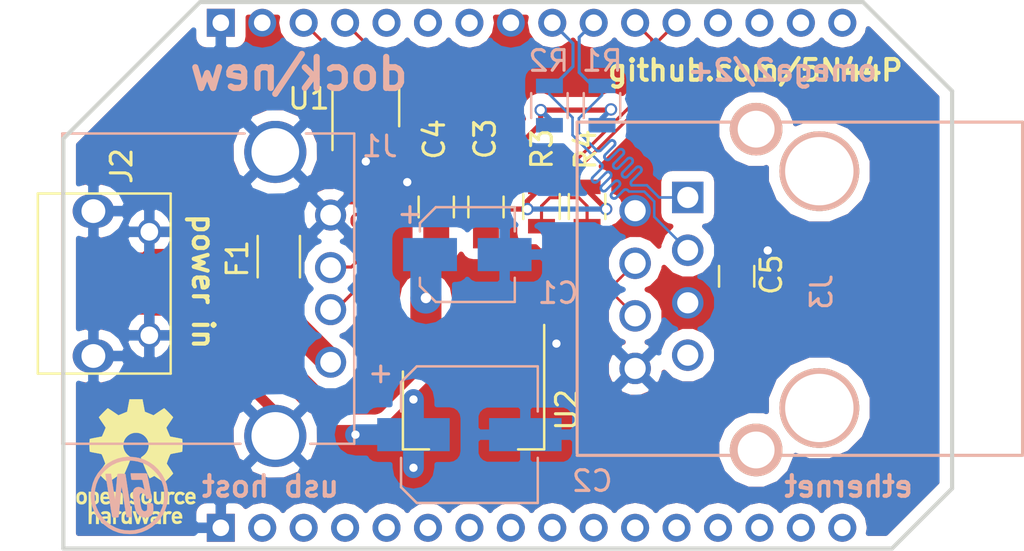
<source format=kicad_pcb>
(kicad_pcb (version 4) (host pcbnew 4.0.6)

  (general
    (links 47)
    (no_connects 2)
    (area 153.999999 44.399999 197.100001 71.000001)
    (thickness 1.6)
    (drawings 13)
    (tracks 445)
    (zones 0)
    (modules 18)
    (nets 17)
  )

  (page A4)
  (layers
    (0 F.Cu signal)
    (31 B.Cu signal)
    (32 B.Adhes user)
    (33 F.Adhes user)
    (34 B.Paste user)
    (35 F.Paste user)
    (36 B.SilkS user)
    (37 F.SilkS user)
    (38 B.Mask user)
    (39 F.Mask user)
    (40 Dwgs.User user)
    (41 Cmts.User user)
    (42 Eco1.User user)
    (43 Eco2.User user)
    (44 Edge.Cuts user)
    (45 Margin user)
    (46 B.CrtYd user)
    (47 F.CrtYd user)
    (48 B.Fab user)
    (49 F.Fab user)
  )

  (setup
    (last_trace_width 0.25)
    (trace_clearance 0.1)
    (zone_clearance 0.508)
    (zone_45_only no)
    (trace_min 0.1)
    (segment_width 0.2)
    (edge_width 0.2)
    (via_size 0.6)
    (via_drill 0.4)
    (via_min_size 0.4)
    (via_min_drill 0.3)
    (uvia_size 0.3)
    (uvia_drill 0.1)
    (uvias_allowed no)
    (uvia_min_size 0.2)
    (uvia_min_drill 0.1)
    (pcb_text_width 0.3)
    (pcb_text_size 1.5 1.5)
    (mod_edge_width 0.15)
    (mod_text_size 1 1)
    (mod_text_width 0.15)
    (pad_size 2 1.6)
    (pad_drill 1.15)
    (pad_to_mask_clearance 0.1)
    (aux_axis_origin 0 0)
    (visible_elements 7FFFFFFF)
    (pcbplotparams
      (layerselection 0x00030_80000001)
      (usegerberextensions false)
      (excludeedgelayer true)
      (linewidth 0.100000)
      (plotframeref false)
      (viasonmask false)
      (mode 1)
      (useauxorigin false)
      (hpglpennumber 1)
      (hpglpenspeed 20)
      (hpglpendiameter 15)
      (hpglpenoverlay 2)
      (psnegative false)
      (psa4output false)
      (plotreference true)
      (plotvalue true)
      (plotinvisibletext false)
      (padsonsilk false)
      (subtractmaskfromsilk false)
      (outputformat 1)
      (mirror false)
      (drillshape 0)
      (scaleselection 1)
      (outputdirectory ""))
  )

  (net 0 "")
  (net 1 +5V)
  (net 2 GND)
  (net 3 +3V3)
  (net 4 "Net-(C3-Pad2)")
  (net 5 "Net-(C4-Pad1)")
  (net 6 /UD+)
  (net 7 /UD-)
  (net 8 "Net-(J2-Pad2)")
  (net 9 /TX+)
  (net 10 /TX-)
  (net 11 /RX+)
  (net 12 /RX-)
  (net 13 GNDPWR)
  (net 14 /D-)
  (net 15 /D+)
  (net 16 "Net-(F1-Pad2)")

  (net_class Default "Questo è il gruppo di collegamenti predefinito"
    (clearance 0.1)
    (trace_width 0.25)
    (via_dia 0.6)
    (via_drill 0.4)
    (uvia_dia 0.3)
    (uvia_drill 0.1)
    (add_net +3V3)
    (add_net +5V)
    (add_net /D+)
    (add_net /D-)
    (add_net /RX+)
    (add_net /RX-)
    (add_net /UD+)
    (add_net /UD-)
    (add_net GND)
    (add_net GNDPWR)
    (add_net "Net-(C3-Pad2)")
    (add_net "Net-(C4-Pad1)")
    (add_net "Net-(F1-Pad2)")
    (add_net "Net-(J2-Pad2)")
  )

  (net_class RX ""
    (clearance 0.1)
    (trace_width 0.1)
    (via_dia 0.6)
    (via_drill 0.4)
    (uvia_dia 0.3)
    (uvia_drill 0.1)
  )

  (net_class TX ""
    (clearance 0.1)
    (trace_width 0.1)
    (via_dia 0.6)
    (via_drill 0.4)
    (uvia_dia 0.3)
    (uvia_drill 0.1)
    (add_net /TX+)
    (add_net /TX-)
  )

  (module Capacitors_SMD:C_1206_HandSoldering (layer F.Cu) (tedit 58AA84D1) (tstamp 59526E21)
    (at 164.5 56.8 270)
    (descr "Capacitor SMD 1206, hand soldering")
    (tags "capacitor 1206")
    (path /5952722D)
    (attr smd)
    (fp_text reference F1 (at 0.1 2 270) (layer F.SilkS)
      (effects (font (size 1 1) (thickness 0.15)))
    )
    (fp_text value 1.5A (at 0 2 270) (layer F.Fab)
      (effects (font (size 1 1) (thickness 0.15)))
    )
    (fp_text user %R (at -3.5 3.1 270) (layer F.Fab)
      (effects (font (size 1 1) (thickness 0.15)))
    )
    (fp_line (start -1.6 0.8) (end -1.6 -0.8) (layer F.Fab) (width 0.1))
    (fp_line (start 1.6 0.8) (end -1.6 0.8) (layer F.Fab) (width 0.1))
    (fp_line (start 1.6 -0.8) (end 1.6 0.8) (layer F.Fab) (width 0.1))
    (fp_line (start -1.6 -0.8) (end 1.6 -0.8) (layer F.Fab) (width 0.1))
    (fp_line (start 1 -1.02) (end -1 -1.02) (layer F.SilkS) (width 0.12))
    (fp_line (start -1 1.02) (end 1 1.02) (layer F.SilkS) (width 0.12))
    (fp_line (start -3.25 -1.05) (end 3.25 -1.05) (layer F.CrtYd) (width 0.05))
    (fp_line (start -3.25 -1.05) (end -3.25 1.05) (layer F.CrtYd) (width 0.05))
    (fp_line (start 3.25 1.05) (end 3.25 -1.05) (layer F.CrtYd) (width 0.05))
    (fp_line (start 3.25 1.05) (end -3.25 1.05) (layer F.CrtYd) (width 0.05))
    (pad 1 smd rect (at -2 0 270) (size 2 1.6) (layers F.Cu F.Paste F.Mask)
      (net 1 +5V))
    (pad 2 smd rect (at 2 0 270) (size 2 1.6) (layers F.Cu F.Paste F.Mask)
      (net 16 "Net-(F1-Pad2)"))
    (model Capacitors_SMD.3dshapes/C_1206.wrl
      (at (xyz 0 0 0))
      (scale (xyz 1 1 1))
      (rotate (xyz 0 0 0))
    )
  )

  (module LOGO (layer B.Cu) (tedit 5951929E) (tstamp 595192C6)
    (at 157.14 68.41 180)
    (fp_text reference G*** (at 3.9 1.7 180) (layer B.SilkS) hide
      (effects (font (thickness 0.3)) (justify mirror))
    )
    (fp_text value LOGO (at 4.6 -0.4 180) (layer B.SilkS) hide
      (effects (font (thickness 0.3)) (justify mirror))
    )
    (fp_poly (pts (xy 0.140087 1.919517) (xy 0.404871 1.858019) (xy 0.657734 1.757008) (xy 0.896178 1.617347)
      (xy 1.117708 1.439897) (xy 1.195916 1.363783) (xy 1.371458 1.154155) (xy 1.511798 0.921972)
      (xy 1.616084 0.669423) (xy 1.683464 0.398695) (xy 1.713086 0.111977) (xy 1.7145 0.032081)
      (xy 1.693903 -0.227685) (xy 1.634164 -0.480405) (xy 1.538357 -0.722156) (xy 1.409557 -0.949017)
      (xy 1.25084 -1.157063) (xy 1.065281 -1.342372) (xy 0.855955 -1.501021) (xy 0.625937 -1.629087)
      (xy 0.378303 -1.722646) (xy 0.328083 -1.736572) (xy 0.183026 -1.765246) (xy 0.015415 -1.783678)
      (xy -0.159358 -1.791244) (xy -0.325899 -1.787322) (xy -0.468814 -1.771287) (xy -0.479604 -1.769303)
      (xy -0.756051 -1.695953) (xy -1.011588 -1.58643) (xy -1.244088 -1.442498) (xy -1.451425 -1.26592)
      (xy -1.631472 -1.058461) (xy -1.782105 -0.821885) (xy -1.883265 -0.604681) (xy -1.955887 -0.379956)
      (xy -1.997732 -0.144762) (xy -2.006952 0.03175) (xy -1.834963 0.03175) (xy -1.802545 -0.2453)
      (xy -1.732321 -0.504702) (xy -1.625634 -0.744367) (xy -1.483829 -0.962209) (xy -1.308247 -1.156143)
      (xy -1.100233 -1.324079) (xy -0.877311 -1.455878) (xy -0.653377 -1.545778) (xy -0.411805 -1.600871)
      (xy -0.160046 -1.62045) (xy 0.094452 -1.603805) (xy 0.285584 -1.566376) (xy 0.514171 -1.486805)
      (xy 0.732273 -1.36986) (xy 0.934268 -1.220222) (xy 1.114534 -1.042569) (xy 1.267447 -0.84158)
      (xy 1.366492 -0.66675) (xy 1.438432 -0.504487) (xy 1.487302 -0.355748) (xy 1.516457 -0.205374)
      (xy 1.529255 -0.038205) (xy 1.530493 0.074083) (xy 1.509296 0.350089) (xy 1.449917 0.608134)
      (xy 1.35305 0.84702) (xy 1.219386 1.065546) (xy 1.04962 1.262512) (xy 0.844444 1.436717)
      (xy 0.682323 1.543178) (xy 0.456578 1.652461) (xy 0.216069 1.72439) (xy -0.034052 1.758968)
      (xy -0.288632 1.756196) (xy -0.542521 1.716078) (xy -0.790567 1.638616) (xy -0.994834 1.542382)
      (xy -1.101782 1.472213) (xy -1.220923 1.375957) (xy -1.34212 1.263491) (xy -1.455234 1.144693)
      (xy -1.550127 1.029441) (xy -1.60559 0.947316) (xy -1.718435 0.725384) (xy -1.792698 0.504832)
      (xy -1.830732 0.27626) (xy -1.834963 0.03175) (xy -2.006952 0.03175) (xy -2.010834 0.106054)
      (xy -1.99584 0.361309) (xy -1.948995 0.596372) (xy -1.867501 0.820419) (xy -1.74856 1.042624)
      (xy -1.704212 1.111721) (xy -1.531949 1.333718) (xy -1.332878 1.523511) (xy -1.10922 1.679703)
      (xy -0.863197 1.800902) (xy -0.59703 1.885713) (xy -0.415264 1.920524) (xy -0.134124 1.940639)
      (xy 0.140087 1.919517)) (layer B.SilkS) (width 0.01))
    (fp_poly (pts (xy -0.221939 1.000125) (xy -0.231222 0.92516) (xy -0.240832 0.866983) (xy -0.248541 0.838592)
      (xy -0.272929 0.832167) (xy -0.330901 0.828472) (xy -0.41378 0.827776) (xy -0.512768 0.830346)
      (xy -0.635293 0.833707) (xy -0.718123 0.83192) (xy -0.763594 0.824869) (xy -0.774282 0.817255)
      (xy -0.782148 0.787936) (xy -0.796696 0.726828) (xy -0.815689 0.643522) (xy -0.832419 0.568076)
      (xy -0.881871 0.342402) (xy -0.802133 0.406481) (xy -0.70907 0.460137) (xy -0.609483 0.482507)
      (xy -0.512624 0.474757) (xy -0.427745 0.438049) (xy -0.3641 0.373549) (xy -0.350886 0.349707)
      (xy -0.331585 0.286583) (xy -0.319603 0.203409) (xy -0.3175 0.154841) (xy -0.322032 0.065509)
      (xy -0.334433 -0.049694) (xy -0.352909 -0.180519) (xy -0.375667 -0.316714) (xy -0.400916 -0.448029)
      (xy -0.426863 -0.564215) (xy -0.451713 -0.655019) (xy -0.46611 -0.694839) (xy -0.537714 -0.813119)
      (xy -0.635006 -0.90431) (xy -0.750611 -0.965578) (xy -0.877158 -0.994089) (xy -1.007274 -0.987009)
      (xy -1.122641 -0.947208) (xy -1.210831 -0.886705) (xy -1.269386 -0.806452) (xy -1.300596 -0.701343)
      (xy -1.306752 -0.566275) (xy -1.305459 -0.53975) (xy -1.298374 -0.435461) (xy -1.288618 -0.366245)
      (xy -1.271066 -0.324913) (xy -1.240592 -0.304276) (xy -1.19207 -0.297145) (xy -1.131913 -0.296333)
      (xy -0.998355 -0.296333) (xy -1.001886 -0.469687) (xy -1.002874 -0.555626) (xy -0.999828 -0.609432)
      (xy -0.990178 -0.641283) (xy -0.971352 -0.661354) (xy -0.950114 -0.674541) (xy -0.880118 -0.693737)
      (xy -0.814243 -0.674178) (xy -0.759375 -0.619354) (xy -0.731977 -0.564019) (xy -0.712778 -0.496196)
      (xy -0.692043 -0.399092) (xy -0.671848 -0.285606) (xy -0.654266 -0.168637) (xy -0.641371 -0.061084)
      (xy -0.635237 0.024154) (xy -0.635 0.03908) (xy -0.649028 0.115519) (xy -0.685872 0.163843)
      (xy -0.737678 0.185112) (xy -0.796591 0.180388) (xy -0.854755 0.150731) (xy -0.904314 0.097202)
      (xy -0.937414 0.020864) (xy -0.942329 -0.002436) (xy -0.956222 -0.084667) (xy -1.091944 -0.084667)
      (xy -1.166347 -0.083083) (xy -1.207624 -0.076615) (xy -1.224924 -0.062685) (xy -1.227667 -0.046427)
      (xy -1.223706 -0.018456) (xy -1.212692 0.044297) (xy -1.195936 0.135114) (xy -1.174743 0.24728)
      (xy -1.150423 0.374076) (xy -1.124282 0.508785) (xy -1.097629 0.64469) (xy -1.071771 0.775073)
      (xy -1.048016 0.893217) (xy -1.027672 0.992404) (xy -1.012047 1.065918) (xy -1.00537 1.095375)
      (xy -1.000294 1.112059) (xy -0.99029 1.124305) (xy -0.969526 1.132801) (xy -0.932169 1.138231)
      (xy -0.872387 1.141282) (xy -0.784349 1.142639) (xy -0.662221 1.142989) (xy -0.600381 1.143)
      (xy -0.206735 1.143) (xy -0.221939 1.000125)) (layer B.SilkS) (width 0.01))
    (fp_poly (pts (xy 0.953261 1.120949) (xy 0.993155 1.11609) (xy 1.008204 1.103946) (xy 1.007146 1.081208)
      (xy 1.005562 1.074208) (xy 1.000114 1.043995) (xy 0.988968 0.976339) (xy 0.972818 0.875647)
      (xy 0.952357 0.746324) (xy 0.928279 0.592775) (xy 0.90128 0.419407) (xy 0.872053 0.230626)
      (xy 0.84631 0.0635) (xy 0.815757 -0.134817) (xy 0.786863 -0.321418) (xy 0.760321 -0.491897)
      (xy 0.736823 -0.641849) (xy 0.717063 -0.766869) (xy 0.701732 -0.86255) (xy 0.691523 -0.924488)
      (xy 0.687415 -0.947208) (xy 0.678043 -0.972378) (xy 0.657742 -0.986693) (xy 0.616558 -0.993167)
      (xy 0.544537 -0.994816) (xy 0.530189 -0.994833) (xy 0.450481 -0.99306) (xy 0.403718 -0.986272)
      (xy 0.380606 -0.972269) (xy 0.373734 -0.957792) (xy 0.369573 -0.928409) (xy 0.362423 -0.862075)
      (xy 0.352778 -0.764028) (xy 0.341131 -0.639507) (xy 0.327974 -0.493749) (xy 0.313803 -0.331994)
      (xy 0.303959 -0.216958) (xy 0.289397 -0.049417) (xy 0.275382 0.103857) (xy 0.262416 0.237973)
      (xy 0.250999 0.348041) (xy 0.241633 0.42917) (xy 0.23482 0.476469) (xy 0.231806 0.486833)
      (xy 0.224797 0.466988) (xy 0.212969 0.411865) (xy 0.197547 0.328089) (xy 0.179753 0.222283)
      (xy 0.162335 0.111125) (xy 0.13825 -0.0466) (xy 0.110854 -0.224242) (xy 0.082984 -0.4035)
      (xy 0.05748 -0.566073) (xy 0.049085 -0.619125) (xy -0.00719 -0.973667) (xy -0.141178 -0.973667)
      (xy -0.210218 -0.972905) (xy -0.258582 -0.970916) (xy -0.275139 -0.968375) (xy -0.271995 -0.947055)
      (xy -0.26299 -0.887928) (xy -0.248744 -0.795021) (xy -0.229876 -0.67236) (xy -0.207008 -0.523973)
      (xy -0.180758 -0.353887) (xy -0.151747 -0.166128) (xy -0.120596 0.035277) (xy -0.116389 0.062463)
      (xy -0.084966 0.26583) (xy -0.055609 0.456472) (xy -0.028942 0.630302) (xy -0.005585 0.783231)
      (xy 0.013839 0.911173) (xy 0.028706 1.01004) (xy 0.038396 1.075745) (xy 0.042285 1.104201)
      (xy 0.042333 1.104921) (xy 0.06192 1.112376) (xy 0.114379 1.118153) (xy 0.190256 1.121411)
      (xy 0.23243 1.121833) (xy 0.32289 1.121182) (xy 0.379591 1.117866) (xy 0.411102 1.109843)
      (xy 0.425991 1.095071) (xy 0.432284 1.074208) (xy 0.43656 1.041052) (xy 0.443668 0.971713)
      (xy 0.453056 0.872209) (xy 0.464171 0.748556) (xy 0.47646 0.606771) (xy 0.489371 0.452868)
      (xy 0.489587 0.450248) (xy 0.502221 0.299577) (xy 0.51398 0.163996) (xy 0.524372 0.04884)
      (xy 0.532899 -0.040552) (xy 0.539069 -0.098842) (xy 0.542386 -0.120694) (xy 0.542512 -0.12071)
      (xy 0.547066 -0.099219) (xy 0.557141 -0.041421) (xy 0.571832 0.047148) (xy 0.590232 0.160954)
      (xy 0.611436 0.294461) (xy 0.633347 0.43446) (xy 0.656911 0.585753) (xy 0.678916 0.726457)
      (xy 0.698352 0.85016) (xy 0.71421 0.950451) (xy 0.725479 1.020918) (xy 0.730777 1.053042)
      (xy 0.742751 1.121833) (xy 0.879779 1.121833) (xy 0.953261 1.120949)) (layer B.SilkS) (width 0.01))
  )

  (module omega:Socket_Strip_Straight_1x16_Pitch2.00mm locked (layer F.Cu) (tedit 59514D1A) (tstamp 59514E56)
    (at 161.7 69.9 90)
    (descr "Through hole straight socket strip, 1x16, 2.00mm pitch, single row")
    (tags "Through hole socket strip THT 1x16 2.00mm single row")
    (path /5950D5B8)
    (fp_text reference U3 (at 0 -2.06 90) (layer F.Fab)
      (effects (font (size 1 1) (thickness 0.15)))
    )
    (fp_text value OMEGA_2 (at 12.6 12 90) (layer F.Fab)
      (effects (font (size 1 1) (thickness 0.15)))
    )
    (fp_line (start -1.0036 32.400726) (end -1.0036 -7.5989) (layer F.SilkS) (width 0.1))
    (fp_line (start -1.0036 -7.5989) (end 18.795364 -7.5989) (layer F.SilkS) (width 0.1))
    (fp_line (start 18.795364 -7.5989) (end 25.396856 -1.000164) (layer F.SilkS) (width 0.1))
    (fp_line (start 25.396856 -1.000164) (end 25.396856 31.001328) (layer F.SilkS) (width 0.1))
    (fp_line (start 25.396856 31.001328) (end 21.096688 35.301496) (layer F.SilkS) (width 0.1))
    (fp_line (start 21.096688 35.301496) (end 1.896826 35.301496) (layer F.SilkS) (width 0.1))
    (fp_line (start 1.896826 35.301496) (end -1.0036 32.400726) (layer F.SilkS) (width 0.1))
    (pad 17 thru_hole oval (at 24.4 30 90) (size 1.35 1.35) (drill 0.8) (layers *.Cu *.Mask))
    (pad 18 thru_hole oval (at 24.4 28 90) (size 1.35 1.35) (drill 0.8) (layers *.Cu *.Mask))
    (pad 19 thru_hole oval (at 24.4 26 90) (size 1.35 1.35) (drill 0.8) (layers *.Cu *.Mask))
    (pad 20 thru_hole oval (at 24.4 24 90) (size 1.35 1.35) (drill 0.8) (layers *.Cu *.Mask))
    (pad 21 thru_hole oval (at 24.4 22 90) (size 1.35 1.35) (drill 0.8) (layers *.Cu *.Mask)
      (net 11 /RX+))
    (pad 22 thru_hole oval (at 24.4 20 90) (size 1.35 1.35) (drill 0.8) (layers *.Cu *.Mask)
      (net 12 /RX-))
    (pad 23 thru_hole oval (at 24.4 18 90) (size 1.35 1.35) (drill 0.8) (layers *.Cu *.Mask)
      (net 9 /TX+))
    (pad 24 thru_hole oval (at 24.4 16 90) (size 1.35 1.35) (drill 0.8) (layers *.Cu *.Mask)
      (net 10 /TX-))
    (pad 25 thru_hole oval (at 24.4 14 90) (size 1.35 1.35) (drill 0.8) (layers *.Cu *.Mask)
      (net 3 +3V3))
    (pad 26 thru_hole oval (at 24.4 12 90) (size 1.35 1.35) (drill 0.8) (layers *.Cu *.Mask))
    (pad 27 thru_hole oval (at 24.4 10 90) (size 1.35 1.35) (drill 0.8) (layers *.Cu *.Mask))
    (pad 28 thru_hole oval (at 24.4 8 90) (size 1.35 1.35) (drill 0.8) (layers *.Cu *.Mask))
    (pad 29 thru_hole oval (at 24.4 6 90) (size 1.35 1.35) (drill 0.8) (layers *.Cu *.Mask)
      (net 14 /D-))
    (pad 30 thru_hole oval (at 24.4 4 90) (size 1.35 1.35) (drill 0.8) (layers *.Cu *.Mask)
      (net 15 /D+))
    (pad 31 thru_hole oval (at 24.4 2 90) (size 1.35 1.35) (drill 0.8) (layers *.Cu *.Mask)
      (net 3 +3V3))
    (pad 32 thru_hole rect (at 24.4 0 90) (size 1.35 1.35) (drill 0.8) (layers *.Cu *.Mask)
      (net 2 GND))
    (pad 1 thru_hole rect (at 0 0 90) (size 1.35 1.35) (drill 0.8) (layers *.Cu *.Mask)
      (net 2 GND))
    (pad 2 thru_hole oval (at 0 2 90) (size 1.35 1.35) (drill 0.8) (layers *.Cu *.Mask))
    (pad 3 thru_hole oval (at 0 4 90) (size 1.35 1.35) (drill 0.8) (layers *.Cu *.Mask))
    (pad 4 thru_hole oval (at 0 6 90) (size 1.35 1.35) (drill 0.8) (layers *.Cu *.Mask))
    (pad 5 thru_hole oval (at 0 8 90) (size 1.35 1.35) (drill 0.8) (layers *.Cu *.Mask))
    (pad 6 thru_hole oval (at 0 10 90) (size 1.35 1.35) (drill 0.8) (layers *.Cu *.Mask))
    (pad 7 thru_hole oval (at 0 12 90) (size 1.35 1.35) (drill 0.8) (layers *.Cu *.Mask))
    (pad 8 thru_hole oval (at 0 14 90) (size 1.35 1.35) (drill 0.8) (layers *.Cu *.Mask))
    (pad 9 thru_hole oval (at 0 16 90) (size 1.35 1.35) (drill 0.8) (layers *.Cu *.Mask))
    (pad 10 thru_hole oval (at 0 18 90) (size 1.35 1.35) (drill 0.8) (layers *.Cu *.Mask))
    (pad 11 thru_hole oval (at 0 20 90) (size 1.35 1.35) (drill 0.8) (layers *.Cu *.Mask))
    (pad 12 thru_hole oval (at 0 22 90) (size 1.35 1.35) (drill 0.8) (layers *.Cu *.Mask))
    (pad 13 thru_hole oval (at 0 24 90) (size 1.35 1.35) (drill 0.8) (layers *.Cu *.Mask))
    (pad 14 thru_hole oval (at 0 26 90) (size 1.35 1.35) (drill 0.8) (layers *.Cu *.Mask))
    (pad 15 thru_hole oval (at 0 28 90) (size 1.35 1.35) (drill 0.8) (layers *.Cu *.Mask))
    (pad 16 thru_hole oval (at 0 30 90) (size 1.35 1.35) (drill 0.8) (layers *.Cu *.Mask))
    (model ${KISYS3DMOD}/Socket_Strips.3dshapes/Socket_Strip_Straight_1x16_Pitch2.00mm.wrl
      (at (xyz 0 0 0))
      (scale (xyz 1 1 1))
      (rotate (xyz 0 0 0))
    )
  )

  (module Capacitors_SMD:CP_Elec_4x5.3 (layer B.Cu) (tedit 59519543) (tstamp 59514D1C)
    (at 173.6 56.7)
    (descr "SMT capacitor, aluminium electrolytic, 4x5.3")
    (path /59511627)
    (attr smd)
    (fp_text reference C1 (at 4.38 1.86 180) (layer B.SilkS)
      (effects (font (size 1 1) (thickness 0.15)) (justify mirror))
    )
    (fp_text value 10uF (at 0 3.54) (layer B.Fab)
      (effects (font (size 1 1) (thickness 0.15)) (justify mirror))
    )
    (fp_circle (center 0 0) (end 0 -2.1) (layer B.Fab) (width 0.1))
    (fp_text user + (at -1.21 0.08) (layer B.Fab)
      (effects (font (size 1 1) (thickness 0.15)) (justify mirror))
    )
    (fp_text user + (at -2.77 -2.01) (layer B.SilkS)
      (effects (font (size 1 1) (thickness 0.15)) (justify mirror))
    )
    (fp_text user %R (at 0 -3.54) (layer B.Fab)
      (effects (font (size 1 1) (thickness 0.15)) (justify mirror))
    )
    (fp_line (start 2.13 -2.13) (end 2.13 2.13) (layer B.Fab) (width 0.1))
    (fp_line (start -1.46 -2.13) (end 2.13 -2.13) (layer B.Fab) (width 0.1))
    (fp_line (start -2.13 -1.46) (end -1.46 -2.13) (layer B.Fab) (width 0.1))
    (fp_line (start -2.13 1.46) (end -2.13 -1.46) (layer B.Fab) (width 0.1))
    (fp_line (start -1.46 2.13) (end -2.13 1.46) (layer B.Fab) (width 0.1))
    (fp_line (start 2.13 2.13) (end -1.46 2.13) (layer B.Fab) (width 0.1))
    (fp_line (start -2.29 1.52) (end -2.29 1.12) (layer B.SilkS) (width 0.12))
    (fp_line (start 2.29 2.29) (end 2.29 1.12) (layer B.SilkS) (width 0.12))
    (fp_line (start 2.29 -2.29) (end 2.29 -1.12) (layer B.SilkS) (width 0.12))
    (fp_line (start -2.29 -1.52) (end -2.29 -1.12) (layer B.SilkS) (width 0.12))
    (fp_line (start -1.52 -2.29) (end 2.29 -2.29) (layer B.SilkS) (width 0.12))
    (fp_line (start -1.52 -2.29) (end -2.29 -1.52) (layer B.SilkS) (width 0.12))
    (fp_line (start -1.52 2.29) (end 2.29 2.29) (layer B.SilkS) (width 0.12))
    (fp_line (start -1.52 2.29) (end -2.29 1.52) (layer B.SilkS) (width 0.12))
    (fp_line (start -3.35 2.39) (end 3.35 2.39) (layer B.CrtYd) (width 0.05))
    (fp_line (start -3.35 2.39) (end -3.35 -2.38) (layer B.CrtYd) (width 0.05))
    (fp_line (start 3.35 -2.38) (end 3.35 2.39) (layer B.CrtYd) (width 0.05))
    (fp_line (start 3.35 -2.38) (end -3.35 -2.38) (layer B.CrtYd) (width 0.05))
    (pad 1 smd rect (at -1.8 0 180) (size 2.6 1.6) (layers B.Cu B.Paste B.Mask)
      (net 1 +5V))
    (pad 2 smd rect (at 1.8 0 180) (size 2.6 1.6) (layers B.Cu B.Paste B.Mask)
      (net 2 GND))
    (model Capacitors_SMD.3dshapes/CP_Elec_4x5.3.wrl
      (at (xyz 0 0 0))
      (scale (xyz 1 1 1))
      (rotate (xyz 0 0 180))
    )
  )

  (module Capacitors_SMD:CP_Elec_6.3x5.3 (layer B.Cu) (tedit 59519507) (tstamp 59514D38)
    (at 173.7 65.4)
    (descr "SMT capacitor, aluminium electrolytic, 6.3x5.3")
    (path /595116AD)
    (attr smd)
    (fp_text reference C2 (at 5.93 2.24 180) (layer B.SilkS)
      (effects (font (size 1 1) (thickness 0.15)) (justify mirror))
    )
    (fp_text value 100uF (at 0 4.56) (layer B.Fab)
      (effects (font (size 1 1) (thickness 0.15)) (justify mirror))
    )
    (fp_circle (center 0 0) (end 0.6 -3) (layer B.Fab) (width 0.1))
    (fp_text user + (at -1.75 0.08) (layer B.Fab)
      (effects (font (size 1 1) (thickness 0.15)) (justify mirror))
    )
    (fp_text user + (at -4.28 -3.01) (layer B.SilkS)
      (effects (font (size 1 1) (thickness 0.15)) (justify mirror))
    )
    (fp_text user %R (at 0 -4.56) (layer B.Fab)
      (effects (font (size 1 1) (thickness 0.15)) (justify mirror))
    )
    (fp_line (start 3.15 -3.15) (end 3.15 3.15) (layer B.Fab) (width 0.1))
    (fp_line (start -2.48 -3.15) (end 3.15 -3.15) (layer B.Fab) (width 0.1))
    (fp_line (start -3.15 -2.48) (end -2.48 -3.15) (layer B.Fab) (width 0.1))
    (fp_line (start -3.15 2.48) (end -3.15 -2.48) (layer B.Fab) (width 0.1))
    (fp_line (start -2.48 3.15) (end -3.15 2.48) (layer B.Fab) (width 0.1))
    (fp_line (start 3.15 3.15) (end -2.48 3.15) (layer B.Fab) (width 0.1))
    (fp_line (start 3.3 -3.3) (end 3.3 -1.12) (layer B.SilkS) (width 0.12))
    (fp_line (start 3.3 3.3) (end 3.3 1.12) (layer B.SilkS) (width 0.12))
    (fp_line (start -3.3 -2.54) (end -3.3 -1.12) (layer B.SilkS) (width 0.12))
    (fp_line (start -3.3 2.54) (end -3.3 1.12) (layer B.SilkS) (width 0.12))
    (fp_line (start 3.3 -3.3) (end -2.54 -3.3) (layer B.SilkS) (width 0.12))
    (fp_line (start -2.54 -3.3) (end -3.3 -2.54) (layer B.SilkS) (width 0.12))
    (fp_line (start -3.3 2.54) (end -2.54 3.3) (layer B.SilkS) (width 0.12))
    (fp_line (start -2.54 3.3) (end 3.3 3.3) (layer B.SilkS) (width 0.12))
    (fp_line (start -4.7 3.4) (end 4.7 3.4) (layer B.CrtYd) (width 0.05))
    (fp_line (start -4.7 3.4) (end -4.7 -3.4) (layer B.CrtYd) (width 0.05))
    (fp_line (start 4.7 -3.4) (end 4.7 3.4) (layer B.CrtYd) (width 0.05))
    (fp_line (start 4.7 -3.4) (end -4.7 -3.4) (layer B.CrtYd) (width 0.05))
    (pad 1 smd rect (at -2.7 0 180) (size 3.5 1.6) (layers B.Cu B.Paste B.Mask)
      (net 3 +3V3))
    (pad 2 smd rect (at 2.7 0 180) (size 3.5 1.6) (layers B.Cu B.Paste B.Mask)
      (net 2 GND))
    (model Capacitors_SMD.3dshapes/CP_Elec_6.3x5.3.wrl
      (at (xyz 0 0 0))
      (scale (xyz 1 1 1))
      (rotate (xyz 0 0 180))
    )
  )

  (module Capacitors_SMD:C_0805_HandSoldering (layer F.Cu) (tedit 59519446) (tstamp 59514D49)
    (at 174.5 54.4 90)
    (descr "Capacitor SMD 0805, hand soldering")
    (tags "capacitor 0805")
    (path /5950F19F)
    (attr smd)
    (fp_text reference C3 (at 3.29 -0.05 90) (layer F.SilkS)
      (effects (font (size 1 1) (thickness 0.15)))
    )
    (fp_text value 100nF (at 0 1.75 90) (layer F.Fab)
      (effects (font (size 1 1) (thickness 0.15)))
    )
    (fp_text user %R (at 0 -1.75 90) (layer F.Fab)
      (effects (font (size 1 1) (thickness 0.15)))
    )
    (fp_line (start -1 0.62) (end -1 -0.62) (layer F.Fab) (width 0.1))
    (fp_line (start 1 0.62) (end -1 0.62) (layer F.Fab) (width 0.1))
    (fp_line (start 1 -0.62) (end 1 0.62) (layer F.Fab) (width 0.1))
    (fp_line (start -1 -0.62) (end 1 -0.62) (layer F.Fab) (width 0.1))
    (fp_line (start 0.5 -0.85) (end -0.5 -0.85) (layer F.SilkS) (width 0.12))
    (fp_line (start -0.5 0.85) (end 0.5 0.85) (layer F.SilkS) (width 0.12))
    (fp_line (start -2.25 -0.88) (end 2.25 -0.88) (layer F.CrtYd) (width 0.05))
    (fp_line (start -2.25 -0.88) (end -2.25 0.87) (layer F.CrtYd) (width 0.05))
    (fp_line (start 2.25 0.87) (end 2.25 -0.88) (layer F.CrtYd) (width 0.05))
    (fp_line (start 2.25 0.87) (end -2.25 0.87) (layer F.CrtYd) (width 0.05))
    (pad 1 smd rect (at -1.25 0 90) (size 1.5 1.25) (layers F.Cu F.Paste F.Mask)
      (net 2 GND))
    (pad 2 smd rect (at 1.25 0 90) (size 1.5 1.25) (layers F.Cu F.Paste F.Mask)
      (net 4 "Net-(C3-Pad2)"))
    (model Capacitors_SMD.3dshapes/C_0805.wrl
      (at (xyz 0 0 0))
      (scale (xyz 1 1 1))
      (rotate (xyz 0 0 0))
    )
  )

  (module Capacitors_SMD:C_0805_HandSoldering (layer F.Cu) (tedit 59519441) (tstamp 59514D5A)
    (at 172.1 54.4 90)
    (descr "Capacitor SMD 0805, hand soldering")
    (tags "capacitor 0805")
    (path /5950F143)
    (attr smd)
    (fp_text reference C4 (at 3.27 -0.1 90) (layer F.SilkS)
      (effects (font (size 1 1) (thickness 0.15)))
    )
    (fp_text value 100nF (at 0 1.75 90) (layer F.Fab)
      (effects (font (size 1 1) (thickness 0.15)))
    )
    (fp_text user %R (at 0 -1.75 90) (layer F.Fab)
      (effects (font (size 1 1) (thickness 0.15)))
    )
    (fp_line (start -1 0.62) (end -1 -0.62) (layer F.Fab) (width 0.1))
    (fp_line (start 1 0.62) (end -1 0.62) (layer F.Fab) (width 0.1))
    (fp_line (start 1 -0.62) (end 1 0.62) (layer F.Fab) (width 0.1))
    (fp_line (start -1 -0.62) (end 1 -0.62) (layer F.Fab) (width 0.1))
    (fp_line (start 0.5 -0.85) (end -0.5 -0.85) (layer F.SilkS) (width 0.12))
    (fp_line (start -0.5 0.85) (end 0.5 0.85) (layer F.SilkS) (width 0.12))
    (fp_line (start -2.25 -0.88) (end 2.25 -0.88) (layer F.CrtYd) (width 0.05))
    (fp_line (start -2.25 -0.88) (end -2.25 0.87) (layer F.CrtYd) (width 0.05))
    (fp_line (start 2.25 0.87) (end 2.25 -0.88) (layer F.CrtYd) (width 0.05))
    (fp_line (start 2.25 0.87) (end -2.25 0.87) (layer F.CrtYd) (width 0.05))
    (pad 1 smd rect (at -1.25 0 90) (size 1.5 1.25) (layers F.Cu F.Paste F.Mask)
      (net 5 "Net-(C4-Pad1)"))
    (pad 2 smd rect (at 1.25 0 90) (size 1.5 1.25) (layers F.Cu F.Paste F.Mask)
      (net 2 GND))
    (model Capacitors_SMD.3dshapes/C_0805.wrl
      (at (xyz 0 0 0))
      (scale (xyz 1 1 1))
      (rotate (xyz 0 0 0))
    )
  )

  (module Capacitors_SMD:C_0805_HandSoldering (layer F.Cu) (tedit 59519467) (tstamp 59514D6B)
    (at 186.6 57.75 90)
    (descr "Capacitor SMD 0805, hand soldering")
    (tags "capacitor 0805")
    (path /5950E1D8)
    (attr smd)
    (fp_text reference C5 (at 0.08 1.67 90) (layer F.SilkS)
      (effects (font (size 1 1) (thickness 0.15)))
    )
    (fp_text value 1uF (at 0 1.75 90) (layer F.Fab)
      (effects (font (size 1 1) (thickness 0.15)))
    )
    (fp_text user %R (at 0 -1.75 90) (layer F.Fab)
      (effects (font (size 1 1) (thickness 0.15)))
    )
    (fp_line (start -1 0.62) (end -1 -0.62) (layer F.Fab) (width 0.1))
    (fp_line (start 1 0.62) (end -1 0.62) (layer F.Fab) (width 0.1))
    (fp_line (start 1 -0.62) (end 1 0.62) (layer F.Fab) (width 0.1))
    (fp_line (start -1 -0.62) (end 1 -0.62) (layer F.Fab) (width 0.1))
    (fp_line (start 0.5 -0.85) (end -0.5 -0.85) (layer F.SilkS) (width 0.12))
    (fp_line (start -0.5 0.85) (end 0.5 0.85) (layer F.SilkS) (width 0.12))
    (fp_line (start -2.25 -0.88) (end 2.25 -0.88) (layer F.CrtYd) (width 0.05))
    (fp_line (start -2.25 -0.88) (end -2.25 0.87) (layer F.CrtYd) (width 0.05))
    (fp_line (start 2.25 0.87) (end 2.25 -0.88) (layer F.CrtYd) (width 0.05))
    (fp_line (start 2.25 0.87) (end -2.25 0.87) (layer F.CrtYd) (width 0.05))
    (pad 1 smd rect (at -1.25 0 90) (size 1.5 1.25) (layers F.Cu F.Paste F.Mask)
      (net 3 +3V3))
    (pad 2 smd rect (at 1.25 0 90) (size 1.5 1.25) (layers F.Cu F.Paste F.Mask)
      (net 2 GND))
    (model Capacitors_SMD.3dshapes/C_0805.wrl
      (at (xyz 0 0 0))
      (scale (xyz 1 1 1))
      (rotate (xyz 0 0 0))
    )
  )

  (module Connectors:USB_A (layer B.Cu) (tedit 5951958B) (tstamp 59514D7F)
    (at 167 61.9 90)
    (descr "USB A connector")
    (tags "USB USB_A")
    (path /5950B98B)
    (fp_text reference J1 (at 10.43 2.37 180) (layer B.SilkS)
      (effects (font (size 1 1) (thickness 0.15)) (justify mirror))
    )
    (fp_text value USB_A (at 3.84 -7.44 90) (layer B.Fab)
      (effects (font (size 1 1) (thickness 0.15)) (justify mirror))
    )
    (fp_line (start -5.3 -13.2) (end -5.3 1.4) (layer B.CrtYd) (width 0.05))
    (fp_line (start 11.95 1.4) (end 11.95 -13.2) (layer B.CrtYd) (width 0.05))
    (fp_line (start -5.3 -13.2) (end 11.95 -13.2) (layer B.CrtYd) (width 0.05))
    (fp_line (start -5.3 1.4) (end 11.95 1.4) (layer B.CrtYd) (width 0.05))
    (fp_line (start 11.05 1.14) (end 11.05 -1.19) (layer B.SilkS) (width 0.12))
    (fp_line (start -3.94 1.14) (end -3.94 -0.98) (layer B.SilkS) (width 0.12))
    (fp_line (start 11.05 1.14) (end -3.94 1.14) (layer B.SilkS) (width 0.12))
    (fp_line (start 11.05 -12.95) (end -3.94 -12.95) (layer B.SilkS) (width 0.12))
    (fp_line (start 11.05 -4.15) (end 11.05 -12.95) (layer B.SilkS) (width 0.12))
    (fp_line (start -3.94 -4.35) (end -3.94 -12.95) (layer B.SilkS) (width 0.12))
    (pad 4 thru_hole circle (at 7.11 0 180) (size 1.5 1.5) (drill 1) (layers *.Cu *.Mask)
      (net 2 GND))
    (pad 3 thru_hole circle (at 4.57 0 180) (size 1.5 1.5) (drill 1) (layers *.Cu *.Mask)
      (net 6 /UD+))
    (pad 2 thru_hole circle (at 2.54 0 180) (size 1.5 1.5) (drill 1) (layers *.Cu *.Mask)
      (net 7 /UD-))
    (pad 1 thru_hole circle (at 0 0 180) (size 1.5 1.5) (drill 1) (layers *.Cu *.Mask)
      (net 16 "Net-(F1-Pad2)"))
    (pad 5 thru_hole circle (at 10.16 -2.67 180) (size 3 3) (drill 2.3) (layers *.Cu *.Mask)
      (net 2 GND))
    (pad 5 thru_hole circle (at -3.56 -2.67 180) (size 3 3) (drill 2.3) (layers *.Cu *.Mask)
      (net 2 GND))
    (model Connectors.3dshapes/USB_A.wrl
      (at (xyz 0.14 0 0))
      (scale (xyz 1 1 1))
      (rotate (xyz 0 0 90))
    )
  )

  (module Connectors:USB_Micro-B (layer F.Cu) (tedit 59525698) (tstamp 59514D95)
    (at 156.9 58.1 270)
    (descr "Micro USB Type B Receptacle")
    (tags "USB USB_B USB_micro USB_OTG")
    (path /5950B756)
    (attr smd)
    (fp_text reference J2 (at -5.68 -0.01 270) (layer F.SilkS)
      (effects (font (size 1 1) (thickness 0.15)))
    )
    (fp_text value USB_PWR (at 0 5.01 270) (layer F.Fab)
      (effects (font (size 1 1) (thickness 0.15)))
    )
    (fp_line (start -4.6 -2.59) (end 4.6 -2.59) (layer F.CrtYd) (width 0.05))
    (fp_line (start 4.6 -2.59) (end 4.6 4.26) (layer F.CrtYd) (width 0.05))
    (fp_line (start 4.6 4.26) (end -4.6 4.26) (layer F.CrtYd) (width 0.05))
    (fp_line (start -4.6 4.26) (end -4.6 -2.59) (layer F.CrtYd) (width 0.05))
    (fp_line (start -4.35 4.03) (end 4.35 4.03) (layer F.SilkS) (width 0.12))
    (fp_line (start -4.35 -2.38) (end 4.35 -2.38) (layer F.SilkS) (width 0.12))
    (fp_line (start 4.35 -2.38) (end 4.35 4.03) (layer F.SilkS) (width 0.12))
    (fp_line (start 4.35 2.8) (end -4.35 2.8) (layer F.SilkS) (width 0.12))
    (fp_line (start -4.35 4.03) (end -4.35 -2.38) (layer F.SilkS) (width 0.12))
    (pad 1 smd rect (at -1.3 -1.35) (size 1.35 0.4) (layers F.Cu F.Paste F.Mask)
      (net 1 +5V))
    (pad 2 smd rect (at -0.65 -1.35) (size 1.35 0.4) (layers F.Cu F.Paste F.Mask)
      (net 8 "Net-(J2-Pad2)"))
    (pad 3 smd rect (at 0 -1.35) (size 1.35 0.4) (layers F.Cu F.Paste F.Mask)
      (net 8 "Net-(J2-Pad2)"))
    (pad 4 smd rect (at 0.65 -1.35) (size 1.35 0.4) (layers F.Cu F.Paste F.Mask))
    (pad 5 smd rect (at 1.3 -1.35) (size 1.35 0.4) (layers F.Cu F.Paste F.Mask)
      (net 2 GND))
    (pad 6 thru_hole oval (at -2.5 -1.35) (size 1.1 1.25) (drill 0.85) (layers *.Cu *.Mask)
      (net 2 GND))
    (pad 6 thru_hole oval (at 2.5 -1.35) (size 1.1 1.25) (drill 0.85) (layers *.Cu *.Mask)
      (net 2 GND))
    (pad 6 thru_hole oval (at -3.5 1.35) (size 2 1.6) (drill 1.15) (layers *.Cu *.Mask)
      (net 2 GND))
    (pad 6 thru_hole oval (at 3.5 1.35) (size 2 1.6) (drill 1.15) (layers *.Cu *.Mask)
      (net 2 GND))
  )

  (module Resistors_SMD:R_0805 (layer B.Cu) (tedit 595194DA) (tstamp 59514DBE)
    (at 180.1 49.5 90)
    (descr "Resistor SMD 0805, reflow soldering, Vishay (see dcrcw.pdf)")
    (tags "resistor 0805")
    (path /5950E906)
    (attr smd)
    (fp_text reference R1 (at 2.16 0.01 180) (layer B.SilkS)
      (effects (font (size 1 1) (thickness 0.15)) (justify mirror))
    )
    (fp_text value 50R (at 0 -1.75 90) (layer B.Fab)
      (effects (font (size 1 1) (thickness 0.15)) (justify mirror))
    )
    (fp_text user %R (at 0 0 90) (layer B.Fab)
      (effects (font (size 0.5 0.5) (thickness 0.075)) (justify mirror))
    )
    (fp_line (start -1 -0.62) (end -1 0.62) (layer B.Fab) (width 0.1))
    (fp_line (start 1 -0.62) (end -1 -0.62) (layer B.Fab) (width 0.1))
    (fp_line (start 1 0.62) (end 1 -0.62) (layer B.Fab) (width 0.1))
    (fp_line (start -1 0.62) (end 1 0.62) (layer B.Fab) (width 0.1))
    (fp_line (start 0.6 -0.88) (end -0.6 -0.88) (layer B.SilkS) (width 0.12))
    (fp_line (start -0.6 0.88) (end 0.6 0.88) (layer B.SilkS) (width 0.12))
    (fp_line (start -1.55 0.9) (end 1.55 0.9) (layer B.CrtYd) (width 0.05))
    (fp_line (start -1.55 0.9) (end -1.55 -0.9) (layer B.CrtYd) (width 0.05))
    (fp_line (start 1.55 -0.9) (end 1.55 0.9) (layer B.CrtYd) (width 0.05))
    (fp_line (start 1.55 -0.9) (end -1.55 -0.9) (layer B.CrtYd) (width 0.05))
    (pad 1 smd rect (at -0.95 0 90) (size 0.7 1.3) (layers B.Cu B.Paste B.Mask)
      (net 4 "Net-(C3-Pad2)"))
    (pad 2 smd rect (at 0.95 0 90) (size 0.7 1.3) (layers B.Cu B.Paste B.Mask)
      (net 9 /TX+))
    (model ${KISYS3DMOD}/Resistors_SMD.3dshapes/R_0805.wrl
      (at (xyz 0 0 0))
      (scale (xyz 1 1 1))
      (rotate (xyz 0 0 0))
    )
  )

  (module Resistors_SMD:R_0805 (layer B.Cu) (tedit 595194E5) (tstamp 59514DCF)
    (at 177.562264 49.5 90)
    (descr "Resistor SMD 0805, reflow soldering, Vishay (see dcrcw.pdf)")
    (tags "resistor 0805")
    (path /5950E933)
    (attr smd)
    (fp_text reference R2 (at 2.16 -0.032264 180) (layer B.SilkS)
      (effects (font (size 1 1) (thickness 0.15)) (justify mirror))
    )
    (fp_text value 50R (at 0 -1.75 90) (layer B.Fab)
      (effects (font (size 1 1) (thickness 0.15)) (justify mirror))
    )
    (fp_text user %R (at 0 0 90) (layer B.Fab)
      (effects (font (size 0.5 0.5) (thickness 0.075)) (justify mirror))
    )
    (fp_line (start -1 -0.62) (end -1 0.62) (layer B.Fab) (width 0.1))
    (fp_line (start 1 -0.62) (end -1 -0.62) (layer B.Fab) (width 0.1))
    (fp_line (start 1 0.62) (end 1 -0.62) (layer B.Fab) (width 0.1))
    (fp_line (start -1 0.62) (end 1 0.62) (layer B.Fab) (width 0.1))
    (fp_line (start 0.6 -0.88) (end -0.6 -0.88) (layer B.SilkS) (width 0.12))
    (fp_line (start -0.6 0.88) (end 0.6 0.88) (layer B.SilkS) (width 0.12))
    (fp_line (start -1.55 0.9) (end 1.55 0.9) (layer B.CrtYd) (width 0.05))
    (fp_line (start -1.55 0.9) (end -1.55 -0.9) (layer B.CrtYd) (width 0.05))
    (fp_line (start 1.55 -0.9) (end 1.55 0.9) (layer B.CrtYd) (width 0.05))
    (fp_line (start 1.55 -0.9) (end -1.55 -0.9) (layer B.CrtYd) (width 0.05))
    (pad 1 smd rect (at -0.95 0 90) (size 0.7 1.3) (layers B.Cu B.Paste B.Mask)
      (net 4 "Net-(C3-Pad2)"))
    (pad 2 smd rect (at 0.95 0 90) (size 0.7 1.3) (layers B.Cu B.Paste B.Mask)
      (net 10 /TX-))
    (model ${KISYS3DMOD}/Resistors_SMD.3dshapes/R_0805.wrl
      (at (xyz 0 0 0))
      (scale (xyz 1 1 1))
      (rotate (xyz 0 0 0))
    )
  )

  (module Resistors_SMD:R_0805 (layer F.Cu) (tedit 5951946F) (tstamp 59514DE0)
    (at 177.180417 54.378689 90)
    (descr "Resistor SMD 0805, reflow soldering, Vishay (see dcrcw.pdf)")
    (tags "resistor 0805")
    (path /5950EB0A)
    (attr smd)
    (fp_text reference R3 (at 2.778689 0.019583 90) (layer F.SilkS)
      (effects (font (size 1 1) (thickness 0.15)))
    )
    (fp_text value 50R (at 0 1.75 90) (layer F.Fab)
      (effects (font (size 1 1) (thickness 0.15)))
    )
    (fp_text user %R (at 0 0 90) (layer F.Fab)
      (effects (font (size 0.5 0.5) (thickness 0.075)))
    )
    (fp_line (start -1 0.62) (end -1 -0.62) (layer F.Fab) (width 0.1))
    (fp_line (start 1 0.62) (end -1 0.62) (layer F.Fab) (width 0.1))
    (fp_line (start 1 -0.62) (end 1 0.62) (layer F.Fab) (width 0.1))
    (fp_line (start -1 -0.62) (end 1 -0.62) (layer F.Fab) (width 0.1))
    (fp_line (start 0.6 0.88) (end -0.6 0.88) (layer F.SilkS) (width 0.12))
    (fp_line (start -0.6 -0.88) (end 0.6 -0.88) (layer F.SilkS) (width 0.12))
    (fp_line (start -1.55 -0.9) (end 1.55 -0.9) (layer F.CrtYd) (width 0.05))
    (fp_line (start -1.55 -0.9) (end -1.55 0.9) (layer F.CrtYd) (width 0.05))
    (fp_line (start 1.55 0.9) (end 1.55 -0.9) (layer F.CrtYd) (width 0.05))
    (fp_line (start 1.55 0.9) (end -1.55 0.9) (layer F.CrtYd) (width 0.05))
    (pad 1 smd rect (at -0.95 0 90) (size 0.7 1.3) (layers F.Cu F.Paste F.Mask)
      (net 12 /RX-))
    (pad 2 smd rect (at 0.95 0 90) (size 0.7 1.3) (layers F.Cu F.Paste F.Mask)
      (net 5 "Net-(C4-Pad1)"))
    (model ${KISYS3DMOD}/Resistors_SMD.3dshapes/R_0805.wrl
      (at (xyz 0 0 0))
      (scale (xyz 1 1 1))
      (rotate (xyz 0 0 0))
    )
  )

  (module Resistors_SMD:R_0805 (layer F.Cu) (tedit 59519474) (tstamp 59514DF1)
    (at 179.380417 54.378689 90)
    (descr "Resistor SMD 0805, reflow soldering, Vishay (see dcrcw.pdf)")
    (tags "resistor 0805")
    (path /5950EB41)
    (attr smd)
    (fp_text reference R4 (at 2.748689 -0.080417 90) (layer F.SilkS)
      (effects (font (size 1 1) (thickness 0.15)))
    )
    (fp_text value 50R (at 0 1.75 90) (layer F.Fab)
      (effects (font (size 1 1) (thickness 0.15)))
    )
    (fp_text user %R (at 0 0 90) (layer F.Fab)
      (effects (font (size 0.5 0.5) (thickness 0.075)))
    )
    (fp_line (start -1 0.62) (end -1 -0.62) (layer F.Fab) (width 0.1))
    (fp_line (start 1 0.62) (end -1 0.62) (layer F.Fab) (width 0.1))
    (fp_line (start 1 -0.62) (end 1 0.62) (layer F.Fab) (width 0.1))
    (fp_line (start -1 -0.62) (end 1 -0.62) (layer F.Fab) (width 0.1))
    (fp_line (start 0.6 0.88) (end -0.6 0.88) (layer F.SilkS) (width 0.12))
    (fp_line (start -0.6 -0.88) (end 0.6 -0.88) (layer F.SilkS) (width 0.12))
    (fp_line (start -1.55 -0.9) (end 1.55 -0.9) (layer F.CrtYd) (width 0.05))
    (fp_line (start -1.55 -0.9) (end -1.55 0.9) (layer F.CrtYd) (width 0.05))
    (fp_line (start 1.55 0.9) (end 1.55 -0.9) (layer F.CrtYd) (width 0.05))
    (fp_line (start 1.55 0.9) (end -1.55 0.9) (layer F.CrtYd) (width 0.05))
    (pad 1 smd rect (at -0.95 0 90) (size 0.7 1.3) (layers F.Cu F.Paste F.Mask)
      (net 11 /RX+))
    (pad 2 smd rect (at 0.95 0 90) (size 0.7 1.3) (layers F.Cu F.Paste F.Mask)
      (net 5 "Net-(C4-Pad1)"))
    (model ${KISYS3DMOD}/Resistors_SMD.3dshapes/R_0805.wrl
      (at (xyz 0 0 0))
      (scale (xyz 1 1 1))
      (rotate (xyz 0 0 0))
    )
  )

  (module TO_SOT_Packages_SMD:SOT-23-6_Handsoldering (layer F.Cu) (tedit 59519481) (tstamp 59514E07)
    (at 168.7 49.6 90)
    (descr "6-pin SOT-23 package, Handsoldering")
    (tags "SOT-23-6 Handsoldering")
    (path /5951020C)
    (attr smd)
    (fp_text reference U1 (at 0.43 -2.75 180) (layer F.SilkS)
      (effects (font (size 1 1) (thickness 0.15)))
    )
    (fp_text value USBLC6-2 (at 0 2.9 90) (layer F.Fab)
      (effects (font (size 1 1) (thickness 0.15)))
    )
    (fp_text user %R (at 0 0 90) (layer F.Fab)
      (effects (font (size 0.5 0.5) (thickness 0.075)))
    )
    (fp_line (start -0.9 1.61) (end 0.9 1.61) (layer F.SilkS) (width 0.12))
    (fp_line (start 0.9 -1.61) (end -2.05 -1.61) (layer F.SilkS) (width 0.12))
    (fp_line (start -2.4 1.8) (end -2.4 -1.8) (layer F.CrtYd) (width 0.05))
    (fp_line (start 2.4 1.8) (end -2.4 1.8) (layer F.CrtYd) (width 0.05))
    (fp_line (start 2.4 -1.8) (end 2.4 1.8) (layer F.CrtYd) (width 0.05))
    (fp_line (start -2.4 -1.8) (end 2.4 -1.8) (layer F.CrtYd) (width 0.05))
    (fp_line (start -0.9 -0.9) (end -0.25 -1.55) (layer F.Fab) (width 0.1))
    (fp_line (start 0.9 -1.55) (end -0.25 -1.55) (layer F.Fab) (width 0.1))
    (fp_line (start -0.9 -0.9) (end -0.9 1.55) (layer F.Fab) (width 0.1))
    (fp_line (start 0.9 1.55) (end -0.9 1.55) (layer F.Fab) (width 0.1))
    (fp_line (start 0.9 -1.55) (end 0.9 1.55) (layer F.Fab) (width 0.1))
    (pad 1 smd rect (at -1.35 -0.95 90) (size 1.56 0.65) (layers F.Cu F.Paste F.Mask)
      (net 6 /UD+))
    (pad 2 smd rect (at -1.35 0 90) (size 1.56 0.65) (layers F.Cu F.Paste F.Mask)
      (net 2 GND))
    (pad 3 smd rect (at -1.35 0.95 90) (size 1.56 0.65) (layers F.Cu F.Paste F.Mask)
      (net 7 /UD-))
    (pad 4 smd rect (at 1.35 0.95 90) (size 1.56 0.65) (layers F.Cu F.Paste F.Mask)
      (net 14 /D-))
    (pad 6 smd rect (at 1.35 -0.95 90) (size 1.56 0.65) (layers F.Cu F.Paste F.Mask)
      (net 15 /D+))
    (pad 5 smd rect (at 1.35 0 90) (size 1.56 0.65) (layers F.Cu F.Paste F.Mask)
      (net 3 +3V3))
    (model ${KISYS3DMOD}/TO_SOT_Packages_SMD.3dshapes/SOT-23-6.wrl
      (at (xyz 0 0 0))
      (scale (xyz 1 1 1))
      (rotate (xyz 0 0 0))
    )
  )

  (module TO_SOT_Packages_SMD:SOT-223 (layer F.Cu) (tedit 58CE4E7E) (tstamp 59514E1D)
    (at 173.9 64.2 270)
    (descr "module CMS SOT223 4 pins")
    (tags "CMS SOT")
    (path /59510FB8)
    (attr smd)
    (fp_text reference U2 (at 0 -4.5 270) (layer F.SilkS)
      (effects (font (size 1 1) (thickness 0.15)))
    )
    (fp_text value AP111733 (at 0 4.5 270) (layer F.Fab)
      (effects (font (size 1 1) (thickness 0.15)))
    )
    (fp_text user %R (at 0 0 270) (layer F.Fab)
      (effects (font (size 0.8 0.8) (thickness 0.12)))
    )
    (fp_line (start -1.85 -2.3) (end -0.8 -3.35) (layer F.Fab) (width 0.1))
    (fp_line (start 1.91 3.41) (end 1.91 2.15) (layer F.SilkS) (width 0.12))
    (fp_line (start 1.91 -3.41) (end 1.91 -2.15) (layer F.SilkS) (width 0.12))
    (fp_line (start 4.4 -3.6) (end -4.4 -3.6) (layer F.CrtYd) (width 0.05))
    (fp_line (start 4.4 3.6) (end 4.4 -3.6) (layer F.CrtYd) (width 0.05))
    (fp_line (start -4.4 3.6) (end 4.4 3.6) (layer F.CrtYd) (width 0.05))
    (fp_line (start -4.4 -3.6) (end -4.4 3.6) (layer F.CrtYd) (width 0.05))
    (fp_line (start -1.85 -2.3) (end -1.85 3.35) (layer F.Fab) (width 0.1))
    (fp_line (start -1.85 3.41) (end 1.91 3.41) (layer F.SilkS) (width 0.12))
    (fp_line (start -0.8 -3.35) (end 1.85 -3.35) (layer F.Fab) (width 0.1))
    (fp_line (start -4.1 -3.41) (end 1.91 -3.41) (layer F.SilkS) (width 0.12))
    (fp_line (start -1.85 3.35) (end 1.85 3.35) (layer F.Fab) (width 0.1))
    (fp_line (start 1.85 -3.35) (end 1.85 3.35) (layer F.Fab) (width 0.1))
    (pad 4 smd rect (at 3.15 0 270) (size 2 3.8) (layers F.Cu F.Paste F.Mask)
      (net 3 +3V3))
    (pad 2 smd rect (at -3.15 0 270) (size 2 1.5) (layers F.Cu F.Paste F.Mask)
      (net 3 +3V3))
    (pad 3 smd rect (at -3.15 2.3 270) (size 2 1.5) (layers F.Cu F.Paste F.Mask)
      (net 1 +5V))
    (pad 1 smd rect (at -3.15 -2.3 270) (size 2 1.5) (layers F.Cu F.Paste F.Mask)
      (net 2 GND))
    (model ${KISYS3DMOD}/TO_SOT_Packages_SMD.3dshapes/SOT-223.wrl
      (at (xyz 0 0 0))
      (scale (xyz 1 1 1))
      (rotate (xyz 0 0 0))
    )
  )

  (module Symbols:OSHW-Logo_5.7x6mm_SilkScreen (layer F.Cu) (tedit 0) (tstamp 595248F0)
    (at 157.6 66.7)
    (descr "Open Source Hardware Logo")
    (tags "Logo OSHW")
    (attr virtual)
    (fp_text reference REF*** (at 0 0) (layer F.SilkS) hide
      (effects (font (size 1 1) (thickness 0.15)))
    )
    (fp_text value OSHW-Logo_5.7x6mm_SilkScreen (at 0.75 0) (layer F.Fab) hide
      (effects (font (size 1 1) (thickness 0.15)))
    )
    (fp_poly (pts (xy -1.908759 1.469184) (xy -1.882247 1.482282) (xy -1.849553 1.505106) (xy -1.825725 1.529996)
      (xy -1.809406 1.561249) (xy -1.79924 1.603166) (xy -1.793872 1.660044) (xy -1.791944 1.736184)
      (xy -1.791831 1.768917) (xy -1.792161 1.840656) (xy -1.793527 1.891927) (xy -1.7965 1.927404)
      (xy -1.801649 1.951763) (xy -1.809543 1.96968) (xy -1.817757 1.981902) (xy -1.870187 2.033905)
      (xy -1.93193 2.065184) (xy -1.998536 2.074592) (xy -2.065558 2.06098) (xy -2.086792 2.051354)
      (xy -2.137624 2.024859) (xy -2.137624 2.440052) (xy -2.100525 2.420868) (xy -2.051643 2.406025)
      (xy -1.991561 2.402222) (xy -1.931564 2.409243) (xy -1.886256 2.425013) (xy -1.848675 2.455047)
      (xy -1.816564 2.498024) (xy -1.81415 2.502436) (xy -1.803967 2.523221) (xy -1.79653 2.54417)
      (xy -1.791411 2.569548) (xy -1.788181 2.603618) (xy -1.786413 2.650641) (xy -1.785677 2.714882)
      (xy -1.785544 2.787176) (xy -1.785544 3.017822) (xy -1.923861 3.017822) (xy -1.923861 2.592533)
      (xy -1.962549 2.559979) (xy -2.002738 2.53394) (xy -2.040797 2.529205) (xy -2.079066 2.541389)
      (xy -2.099462 2.55332) (xy -2.114642 2.570313) (xy -2.125438 2.595995) (xy -2.132683 2.633991)
      (xy -2.137208 2.687926) (xy -2.139844 2.761425) (xy -2.140772 2.810347) (xy -2.143911 3.011535)
      (xy -2.209926 3.015336) (xy -2.27594 3.019136) (xy -2.27594 1.77065) (xy -2.137624 1.77065)
      (xy -2.134097 1.840254) (xy -2.122215 1.888569) (xy -2.10002 1.918631) (xy -2.065559 1.933471)
      (xy -2.030742 1.936436) (xy -1.991329 1.933028) (xy -1.965171 1.919617) (xy -1.948814 1.901896)
      (xy -1.935937 1.882835) (xy -1.928272 1.861601) (xy -1.924861 1.831849) (xy -1.924749 1.787236)
      (xy -1.925897 1.74988) (xy -1.928532 1.693604) (xy -1.932456 1.656658) (xy -1.939063 1.633223)
      (xy -1.949749 1.61748) (xy -1.959833 1.60838) (xy -2.00197 1.588537) (xy -2.05184 1.585332)
      (xy -2.080476 1.592168) (xy -2.108828 1.616464) (xy -2.127609 1.663728) (xy -2.136712 1.733624)
      (xy -2.137624 1.77065) (xy -2.27594 1.77065) (xy -2.27594 1.458614) (xy -2.206782 1.458614)
      (xy -2.16526 1.460256) (xy -2.143838 1.466087) (xy -2.137626 1.477461) (xy -2.137624 1.477798)
      (xy -2.134742 1.488938) (xy -2.12203 1.487673) (xy -2.096757 1.475433) (xy -2.037869 1.456707)
      (xy -1.971615 1.454739) (xy -1.908759 1.469184)) (layer F.SilkS) (width 0.01))
    (fp_poly (pts (xy -1.38421 2.406555) (xy -1.325055 2.422339) (xy -1.280023 2.450948) (xy -1.248246 2.488419)
      (xy -1.238366 2.504411) (xy -1.231073 2.521163) (xy -1.225974 2.542592) (xy -1.222679 2.572616)
      (xy -1.220797 2.615154) (xy -1.219937 2.674122) (xy -1.219707 2.75344) (xy -1.219703 2.774484)
      (xy -1.219703 3.017822) (xy -1.280059 3.017822) (xy -1.318557 3.015126) (xy -1.347023 3.008295)
      (xy -1.354155 3.004083) (xy -1.373652 2.996813) (xy -1.393566 3.004083) (xy -1.426353 3.01316)
      (xy -1.473978 3.016813) (xy -1.526764 3.015228) (xy -1.575036 3.008589) (xy -1.603218 3.000072)
      (xy -1.657753 2.965063) (xy -1.691835 2.916479) (xy -1.707157 2.851882) (xy -1.707299 2.850223)
      (xy -1.705955 2.821566) (xy -1.584356 2.821566) (xy -1.573726 2.854161) (xy -1.55641 2.872505)
      (xy -1.521652 2.886379) (xy -1.475773 2.891917) (xy -1.428988 2.889191) (xy -1.391514 2.878274)
      (xy -1.381015 2.871269) (xy -1.362668 2.838904) (xy -1.35802 2.802111) (xy -1.35802 2.753763)
      (xy -1.427582 2.753763) (xy -1.493667 2.75885) (xy -1.543764 2.773263) (xy -1.574929 2.795729)
      (xy -1.584356 2.821566) (xy -1.705955 2.821566) (xy -1.703987 2.779647) (xy -1.68071 2.723845)
      (xy -1.636948 2.681647) (xy -1.630899 2.677808) (xy -1.604907 2.665309) (xy -1.572735 2.65774)
      (xy -1.52776 2.654061) (xy -1.474331 2.653216) (xy -1.35802 2.653169) (xy -1.35802 2.604411)
      (xy -1.362953 2.566581) (xy -1.375543 2.541236) (xy -1.377017 2.539887) (xy -1.405034 2.5288)
      (xy -1.447326 2.524503) (xy -1.494064 2.526615) (xy -1.535418 2.534756) (xy -1.559957 2.546965)
      (xy -1.573253 2.556746) (xy -1.587294 2.558613) (xy -1.606671 2.5506) (xy -1.635976 2.530739)
      (xy -1.679803 2.497063) (xy -1.683825 2.493909) (xy -1.681764 2.482236) (xy -1.664568 2.462822)
      (xy -1.638433 2.441248) (xy -1.609552 2.423096) (xy -1.600478 2.418809) (xy -1.56738 2.410256)
      (xy -1.51888 2.404155) (xy -1.464695 2.401708) (xy -1.462161 2.401703) (xy -1.38421 2.406555)) (layer F.SilkS) (width 0.01))
    (fp_poly (pts (xy -0.993356 2.40302) (xy -0.974539 2.40866) (xy -0.968473 2.421053) (xy -0.968218 2.426647)
      (xy -0.967129 2.44223) (xy -0.959632 2.444676) (xy -0.939381 2.433993) (xy -0.927351 2.426694)
      (xy -0.8894 2.411063) (xy -0.844072 2.403334) (xy -0.796544 2.40274) (xy -0.751995 2.408513)
      (xy -0.715602 2.419884) (xy -0.692543 2.436088) (xy -0.687996 2.456355) (xy -0.690291 2.461843)
      (xy -0.70702 2.484626) (xy -0.732963 2.512647) (xy -0.737655 2.517177) (xy -0.762383 2.538005)
      (xy -0.783718 2.544735) (xy -0.813555 2.540038) (xy -0.825508 2.536917) (xy -0.862705 2.529421)
      (xy -0.888859 2.532792) (xy -0.910946 2.544681) (xy -0.931178 2.560635) (xy -0.946079 2.5807)
      (xy -0.956434 2.608702) (xy -0.963029 2.648467) (xy -0.966649 2.703823) (xy -0.968078 2.778594)
      (xy -0.968218 2.82374) (xy -0.968218 3.017822) (xy -1.09396 3.017822) (xy -1.09396 2.401683)
      (xy -1.031089 2.401683) (xy -0.993356 2.40302)) (layer F.SilkS) (width 0.01))
    (fp_poly (pts (xy -0.201188 3.017822) (xy -0.270346 3.017822) (xy -0.310488 3.016645) (xy -0.331394 3.011772)
      (xy -0.338922 3.001186) (xy -0.339505 2.994029) (xy -0.340774 2.979676) (xy -0.348779 2.976923)
      (xy -0.369815 2.985771) (xy -0.386173 2.994029) (xy -0.448977 3.013597) (xy -0.517248 3.014729)
      (xy -0.572752 3.000135) (xy -0.624438 2.964877) (xy -0.663838 2.912835) (xy -0.685413 2.85145)
      (xy -0.685962 2.848018) (xy -0.689167 2.810571) (xy -0.690761 2.756813) (xy -0.690633 2.716155)
      (xy -0.553279 2.716155) (xy -0.550097 2.770194) (xy -0.542859 2.814735) (xy -0.53306 2.839888)
      (xy -0.495989 2.87426) (xy -0.451974 2.886582) (xy -0.406584 2.876618) (xy -0.367797 2.846895)
      (xy -0.353108 2.826905) (xy -0.344519 2.80305) (xy -0.340496 2.76823) (xy -0.339505 2.71593)
      (xy -0.341278 2.664139) (xy -0.345963 2.618634) (xy -0.352603 2.588181) (xy -0.35371 2.585452)
      (xy -0.380491 2.553) (xy -0.419579 2.535183) (xy -0.463315 2.532306) (xy -0.504038 2.544674)
      (xy -0.534087 2.572593) (xy -0.537204 2.578148) (xy -0.546961 2.612022) (xy -0.552277 2.660728)
      (xy -0.553279 2.716155) (xy -0.690633 2.716155) (xy -0.690568 2.69554) (xy -0.689664 2.662563)
      (xy -0.683514 2.580981) (xy -0.670733 2.51973) (xy -0.649471 2.474449) (xy -0.617878 2.440779)
      (xy -0.587207 2.421014) (xy -0.544354 2.40712) (xy -0.491056 2.402354) (xy -0.43648 2.406236)
      (xy -0.389792 2.418282) (xy -0.365124 2.432693) (xy -0.339505 2.455878) (xy -0.339505 2.162773)
      (xy -0.201188 2.162773) (xy -0.201188 3.017822)) (layer F.SilkS) (width 0.01))
    (fp_poly (pts (xy 0.281524 2.404237) (xy 0.331255 2.407971) (xy 0.461291 2.797773) (xy 0.481678 2.728614)
      (xy 0.493946 2.685874) (xy 0.510085 2.628115) (xy 0.527512 2.564625) (xy 0.536726 2.53057)
      (xy 0.571388 2.401683) (xy 0.714391 2.401683) (xy 0.671646 2.536857) (xy 0.650596 2.603342)
      (xy 0.625167 2.683539) (xy 0.59861 2.767193) (xy 0.574902 2.841782) (xy 0.520902 3.011535)
      (xy 0.462598 3.015328) (xy 0.404295 3.019122) (xy 0.372679 2.914734) (xy 0.353182 2.849889)
      (xy 0.331904 2.7784) (xy 0.313308 2.715263) (xy 0.312574 2.71275) (xy 0.298684 2.669969)
      (xy 0.286429 2.640779) (xy 0.277846 2.629741) (xy 0.276082 2.631018) (xy 0.269891 2.64813)
      (xy 0.258128 2.684787) (xy 0.242225 2.736378) (xy 0.223614 2.798294) (xy 0.213543 2.832352)
      (xy 0.159007 3.017822) (xy 0.043264 3.017822) (xy -0.049263 2.725471) (xy -0.075256 2.643462)
      (xy -0.098934 2.568987) (xy -0.11918 2.505544) (xy -0.134874 2.456632) (xy -0.144898 2.425749)
      (xy -0.147945 2.416726) (xy -0.145533 2.407487) (xy -0.126592 2.403441) (xy -0.087177 2.403846)
      (xy -0.081007 2.404152) (xy -0.007914 2.407971) (xy 0.039957 2.58401) (xy 0.057553 2.648211)
      (xy 0.073277 2.704649) (xy 0.085746 2.748422) (xy 0.093574 2.77463) (xy 0.09502 2.778903)
      (xy 0.101014 2.77399) (xy 0.113101 2.748532) (xy 0.129893 2.705997) (xy 0.150003 2.64985)
      (xy 0.167003 2.59913) (xy 0.231794 2.400504) (xy 0.281524 2.404237)) (layer F.SilkS) (width 0.01))
    (fp_poly (pts (xy 1.038411 2.405417) (xy 1.091411 2.41829) (xy 1.106731 2.42511) (xy 1.136428 2.442974)
      (xy 1.15922 2.463093) (xy 1.176083 2.488962) (xy 1.187998 2.524073) (xy 1.195942 2.57192)
      (xy 1.200894 2.635996) (xy 1.203831 2.719794) (xy 1.204947 2.775768) (xy 1.209052 3.017822)
      (xy 1.138932 3.017822) (xy 1.096393 3.016038) (xy 1.074476 3.009942) (xy 1.068812 2.999706)
      (xy 1.065821 2.988637) (xy 1.052451 2.990754) (xy 1.034233 2.999629) (xy 0.988624 3.013233)
      (xy 0.930007 3.016899) (xy 0.868354 3.010903) (xy 0.813638 2.995521) (xy 0.80873 2.993386)
      (xy 0.758723 2.958255) (xy 0.725756 2.909419) (xy 0.710587 2.852333) (xy 0.711746 2.831824)
      (xy 0.835508 2.831824) (xy 0.846413 2.859425) (xy 0.878745 2.879204) (xy 0.93091 2.889819)
      (xy 0.958787 2.891228) (xy 1.005247 2.88762) (xy 1.036129 2.873597) (xy 1.043664 2.866931)
      (xy 1.064076 2.830666) (xy 1.068812 2.797773) (xy 1.068812 2.753763) (xy 1.007513 2.753763)
      (xy 0.936256 2.757395) (xy 0.886276 2.768818) (xy 0.854696 2.788824) (xy 0.847626 2.797743)
      (xy 0.835508 2.831824) (xy 0.711746 2.831824) (xy 0.713971 2.792456) (xy 0.736663 2.735244)
      (xy 0.767624 2.69658) (xy 0.786376 2.679864) (xy 0.804733 2.668878) (xy 0.828619 2.66218)
      (xy 0.863957 2.658326) (xy 0.916669 2.655873) (xy 0.937577 2.655168) (xy 1.068812 2.650879)
      (xy 1.06862 2.611158) (xy 1.063537 2.569405) (xy 1.045162 2.544158) (xy 1.008039 2.52803)
      (xy 1.007043 2.527742) (xy 0.95441 2.5214) (xy 0.902906 2.529684) (xy 0.86463 2.549827)
      (xy 0.849272 2.559773) (xy 0.83273 2.558397) (xy 0.807275 2.543987) (xy 0.792328 2.533817)
      (xy 0.763091 2.512088) (xy 0.74498 2.4958) (xy 0.742074 2.491137) (xy 0.75404 2.467005)
      (xy 0.789396 2.438185) (xy 0.804753 2.428461) (xy 0.848901 2.411714) (xy 0.908398 2.402227)
      (xy 0.974487 2.400095) (xy 1.038411 2.405417)) (layer F.SilkS) (width 0.01))
    (fp_poly (pts (xy 1.635255 2.401486) (xy 1.683595 2.411015) (xy 1.711114 2.425125) (xy 1.740064 2.448568)
      (xy 1.698876 2.500571) (xy 1.673482 2.532064) (xy 1.656238 2.547428) (xy 1.639102 2.549776)
      (xy 1.614027 2.542217) (xy 1.602257 2.537941) (xy 1.55427 2.531631) (xy 1.510324 2.545156)
      (xy 1.47806 2.57571) (xy 1.472819 2.585452) (xy 1.467112 2.611258) (xy 1.462706 2.658817)
      (xy 1.459811 2.724758) (xy 1.458631 2.80571) (xy 1.458614 2.817226) (xy 1.458614 3.017822)
      (xy 1.320297 3.017822) (xy 1.320297 2.401683) (xy 1.389456 2.401683) (xy 1.429333 2.402725)
      (xy 1.450107 2.407358) (xy 1.457789 2.417849) (xy 1.458614 2.427745) (xy 1.458614 2.453806)
      (xy 1.491745 2.427745) (xy 1.529735 2.409965) (xy 1.58077 2.401174) (xy 1.635255 2.401486)) (layer F.SilkS) (width 0.01))
    (fp_poly (pts (xy 2.032581 2.40497) (xy 2.092685 2.420597) (xy 2.143021 2.452848) (xy 2.167393 2.47694)
      (xy 2.207345 2.533895) (xy 2.230242 2.599965) (xy 2.238108 2.681182) (xy 2.238148 2.687748)
      (xy 2.238218 2.753763) (xy 1.858264 2.753763) (xy 1.866363 2.788342) (xy 1.880987 2.819659)
      (xy 1.906581 2.852291) (xy 1.911935 2.8575) (xy 1.957943 2.885694) (xy 2.01041 2.890475)
      (xy 2.070803 2.871926) (xy 2.08104 2.866931) (xy 2.112439 2.851745) (xy 2.13347 2.843094)
      (xy 2.137139 2.842293) (xy 2.149948 2.850063) (xy 2.174378 2.869072) (xy 2.186779 2.87946)
      (xy 2.212476 2.903321) (xy 2.220915 2.919077) (xy 2.215058 2.933571) (xy 2.211928 2.937534)
      (xy 2.190725 2.954879) (xy 2.155738 2.975959) (xy 2.131337 2.988265) (xy 2.062072 3.009946)
      (xy 1.985388 3.016971) (xy 1.912765 3.008647) (xy 1.892426 3.002686) (xy 1.829476 2.968952)
      (xy 1.782815 2.917045) (xy 1.752173 2.846459) (xy 1.737282 2.756692) (xy 1.735647 2.709753)
      (xy 1.740421 2.641413) (xy 1.86099 2.641413) (xy 1.872652 2.646465) (xy 1.903998 2.650429)
      (xy 1.949571 2.652768) (xy 1.980446 2.653169) (xy 2.035981 2.652783) (xy 2.071033 2.650975)
      (xy 2.090262 2.646773) (xy 2.09833 2.639203) (xy 2.099901 2.628218) (xy 2.089121 2.594381)
      (xy 2.06198 2.56094) (xy 2.026277 2.535272) (xy 1.99056 2.524772) (xy 1.942048 2.534086)
      (xy 1.900053 2.561013) (xy 1.870936 2.599827) (xy 1.86099 2.641413) (xy 1.740421 2.641413)
      (xy 1.742599 2.610236) (xy 1.764055 2.530949) (xy 1.80047 2.471263) (xy 1.852297 2.430549)
      (xy 1.91999 2.408179) (xy 1.956662 2.403871) (xy 2.032581 2.40497)) (layer F.SilkS) (width 0.01))
    (fp_poly (pts (xy -2.538261 1.465148) (xy -2.472479 1.494231) (xy -2.42254 1.542793) (xy -2.388374 1.610908)
      (xy -2.369907 1.698651) (xy -2.368583 1.712351) (xy -2.367546 1.808939) (xy -2.380993 1.893602)
      (xy -2.408108 1.962221) (xy -2.422627 1.984294) (xy -2.473201 2.031011) (xy -2.537609 2.061268)
      (xy -2.609666 2.073824) (xy -2.683185 2.067439) (xy -2.739072 2.047772) (xy -2.787132 2.014629)
      (xy -2.826412 1.971175) (xy -2.827092 1.970158) (xy -2.843044 1.943338) (xy -2.85341 1.916368)
      (xy -2.859688 1.882332) (xy -2.863373 1.83431) (xy -2.864997 1.794931) (xy -2.865672 1.759219)
      (xy -2.739955 1.759219) (xy -2.738726 1.79477) (xy -2.734266 1.842094) (xy -2.726397 1.872465)
      (xy -2.712207 1.894072) (xy -2.698917 1.906694) (xy -2.651802 1.933122) (xy -2.602505 1.936653)
      (xy -2.556593 1.917639) (xy -2.533638 1.896331) (xy -2.517096 1.874859) (xy -2.507421 1.854313)
      (xy -2.503174 1.827574) (xy -2.50292 1.787523) (xy -2.504228 1.750638) (xy -2.507043 1.697947)
      (xy -2.511505 1.663772) (xy -2.519548 1.64148) (xy -2.533103 1.624442) (xy -2.543845 1.614703)
      (xy -2.588777 1.589123) (xy -2.637249 1.587847) (xy -2.677894 1.602999) (xy -2.712567 1.634642)
      (xy -2.733224 1.68662) (xy -2.739955 1.759219) (xy -2.865672 1.759219) (xy -2.866479 1.716621)
      (xy -2.863948 1.658056) (xy -2.856362 1.614007) (xy -2.842681 1.579248) (xy -2.821865 1.548551)
      (xy -2.814147 1.539436) (xy -2.765889 1.494021) (xy -2.714128 1.467493) (xy -2.650828 1.456379)
      (xy -2.619961 1.455471) (xy -2.538261 1.465148)) (layer F.SilkS) (width 0.01))
    (fp_poly (pts (xy -1.356699 1.472614) (xy -1.344168 1.478514) (xy -1.300799 1.510283) (xy -1.25979 1.556646)
      (xy -1.229168 1.607696) (xy -1.220459 1.631166) (xy -1.212512 1.673091) (xy -1.207774 1.723757)
      (xy -1.207199 1.744679) (xy -1.207129 1.810693) (xy -1.587083 1.810693) (xy -1.578983 1.845273)
      (xy -1.559104 1.88617) (xy -1.524347 1.921514) (xy -1.482998 1.944282) (xy -1.456649 1.94901)
      (xy -1.420916 1.943273) (xy -1.378282 1.928882) (xy -1.363799 1.922262) (xy -1.31024 1.895513)
      (xy -1.264533 1.930376) (xy -1.238158 1.953955) (xy -1.224124 1.973417) (xy -1.223414 1.979129)
      (xy -1.235951 1.992973) (xy -1.263428 2.014012) (xy -1.288366 2.030425) (xy -1.355664 2.05993)
      (xy -1.43111 2.073284) (xy -1.505888 2.069812) (xy -1.565495 2.051663) (xy -1.626941 2.012784)
      (xy -1.670608 1.961595) (xy -1.697926 1.895367) (xy -1.710322 1.811371) (xy -1.711421 1.772936)
      (xy -1.707022 1.684861) (xy -1.706482 1.682299) (xy -1.580582 1.682299) (xy -1.577115 1.690558)
      (xy -1.562863 1.695113) (xy -1.53347 1.697065) (xy -1.484575 1.697517) (xy -1.465748 1.697525)
      (xy -1.408467 1.696843) (xy -1.372141 1.694364) (xy -1.352604 1.689443) (xy -1.34569 1.681434)
      (xy -1.345445 1.678862) (xy -1.353336 1.658423) (xy -1.373085 1.629789) (xy -1.381575 1.619763)
      (xy -1.413094 1.591408) (xy -1.445949 1.580259) (xy -1.463651 1.579327) (xy -1.511539 1.590981)
      (xy -1.551699 1.622285) (xy -1.577173 1.667752) (xy -1.577625 1.669233) (xy -1.580582 1.682299)
      (xy -1.706482 1.682299) (xy -1.692392 1.61551) (xy -1.666038 1.560025) (xy -1.633807 1.520639)
      (xy -1.574217 1.477931) (xy -1.504168 1.455109) (xy -1.429661 1.453046) (xy -1.356699 1.472614)) (layer F.SilkS) (width 0.01))
    (fp_poly (pts (xy 0.014017 1.456452) (xy 0.061634 1.465482) (xy 0.111034 1.48437) (xy 0.116312 1.486777)
      (xy 0.153774 1.506476) (xy 0.179717 1.524781) (xy 0.188103 1.536508) (xy 0.180117 1.555632)
      (xy 0.16072 1.58385) (xy 0.15211 1.594384) (xy 0.116628 1.635847) (xy 0.070885 1.608858)
      (xy 0.02735 1.590878) (xy -0.02295 1.581267) (xy -0.071188 1.58066) (xy -0.108533 1.589691)
      (xy -0.117495 1.595327) (xy -0.134563 1.621171) (xy -0.136637 1.650941) (xy -0.123866 1.674197)
      (xy -0.116312 1.678708) (xy -0.093675 1.684309) (xy -0.053885 1.690892) (xy -0.004834 1.697183)
      (xy 0.004215 1.69817) (xy 0.082996 1.711798) (xy 0.140136 1.734946) (xy 0.17803 1.769752)
      (xy 0.199079 1.818354) (xy 0.205635 1.877718) (xy 0.196577 1.945198) (xy 0.167164 1.998188)
      (xy 0.117278 2.036783) (xy 0.0468 2.061081) (xy -0.031435 2.070667) (xy -0.095234 2.070552)
      (xy -0.146984 2.061845) (xy -0.182327 2.049825) (xy -0.226983 2.02888) (xy -0.268253 2.004574)
      (xy -0.282921 1.993876) (xy -0.320643 1.963084) (xy -0.275148 1.917049) (xy -0.229653 1.871013)
      (xy -0.177928 1.905243) (xy -0.126048 1.930952) (xy -0.070649 1.944399) (xy -0.017395 1.945818)
      (xy 0.028049 1.935443) (xy 0.060016 1.913507) (xy 0.070338 1.894998) (xy 0.068789 1.865314)
      (xy 0.04314 1.842615) (xy -0.00654 1.82694) (xy -0.060969 1.819695) (xy -0.144736 1.805873)
      (xy -0.206967 1.779796) (xy -0.248493 1.740699) (xy -0.270147 1.68782) (xy -0.273147 1.625126)
      (xy -0.258329 1.559642) (xy -0.224546 1.510144) (xy -0.171495 1.476408) (xy -0.098874 1.458207)
      (xy -0.045072 1.454639) (xy 0.014017 1.456452)) (layer F.SilkS) (width 0.01))
    (fp_poly (pts (xy 0.610762 1.466055) (xy 0.674363 1.500692) (xy 0.724123 1.555372) (xy 0.747568 1.599842)
      (xy 0.757634 1.639121) (xy 0.764156 1.695116) (xy 0.766951 1.759621) (xy 0.765836 1.824429)
      (xy 0.760626 1.881334) (xy 0.754541 1.911727) (xy 0.734014 1.953306) (xy 0.698463 1.997468)
      (xy 0.655619 2.036087) (xy 0.613211 2.061034) (xy 0.612177 2.06143) (xy 0.559553 2.072331)
      (xy 0.497188 2.072601) (xy 0.437924 2.062676) (xy 0.41504 2.054722) (xy 0.356102 2.0213)
      (xy 0.31389 1.977511) (xy 0.286156 1.919538) (xy 0.270651 1.843565) (xy 0.267143 1.803771)
      (xy 0.26759 1.753766) (xy 0.402376 1.753766) (xy 0.406917 1.826732) (xy 0.419986 1.882334)
      (xy 0.440756 1.917861) (xy 0.455552 1.92802) (xy 0.493464 1.935104) (xy 0.538527 1.933007)
      (xy 0.577487 1.922812) (xy 0.587704 1.917204) (xy 0.614659 1.884538) (xy 0.632451 1.834545)
      (xy 0.640024 1.773705) (xy 0.636325 1.708497) (xy 0.628057 1.669253) (xy 0.60432 1.623805)
      (xy 0.566849 1.595396) (xy 0.52172 1.585573) (xy 0.475011 1.595887) (xy 0.439132 1.621112)
      (xy 0.420277 1.641925) (xy 0.409272 1.662439) (xy 0.404026 1.690203) (xy 0.402449 1.732762)
      (xy 0.402376 1.753766) (xy 0.26759 1.753766) (xy 0.268094 1.69758) (xy 0.285388 1.610501)
      (xy 0.319029 1.54253) (xy 0.369018 1.493664) (xy 0.435356 1.463899) (xy 0.449601 1.460448)
      (xy 0.53521 1.452345) (xy 0.610762 1.466055)) (layer F.SilkS) (width 0.01))
    (fp_poly (pts (xy 0.993367 1.654342) (xy 0.994555 1.746563) (xy 0.998897 1.81661) (xy 1.007558 1.867381)
      (xy 1.021704 1.901772) (xy 1.0425 1.922679) (xy 1.07111 1.933) (xy 1.106535 1.935636)
      (xy 1.143636 1.932682) (xy 1.171818 1.921889) (xy 1.192243 1.90036) (xy 1.206079 1.865199)
      (xy 1.214491 1.81351) (xy 1.218643 1.742394) (xy 1.219703 1.654342) (xy 1.219703 1.458614)
      (xy 1.35802 1.458614) (xy 1.35802 2.062179) (xy 1.288862 2.062179) (xy 1.24717 2.060489)
      (xy 1.225701 2.054556) (xy 1.219703 2.043293) (xy 1.216091 2.033261) (xy 1.201714 2.035383)
      (xy 1.172736 2.04958) (xy 1.106319 2.07148) (xy 1.035875 2.069928) (xy 0.968377 2.046147)
      (xy 0.936233 2.027362) (xy 0.911715 2.007022) (xy 0.893804 1.981573) (xy 0.881479 1.947458)
      (xy 0.873723 1.901121) (xy 0.869516 1.839007) (xy 0.86784 1.757561) (xy 0.867624 1.694578)
      (xy 0.867624 1.458614) (xy 0.993367 1.458614) (xy 0.993367 1.654342)) (layer F.SilkS) (width 0.01))
    (fp_poly (pts (xy 2.217226 1.46388) (xy 2.29008 1.49483) (xy 2.313027 1.509895) (xy 2.342354 1.533048)
      (xy 2.360764 1.551253) (xy 2.363961 1.557183) (xy 2.354935 1.57034) (xy 2.331837 1.592667)
      (xy 2.313344 1.60825) (xy 2.262728 1.648926) (xy 2.22276 1.615295) (xy 2.191874 1.593584)
      (xy 2.161759 1.58609) (xy 2.127292 1.58792) (xy 2.072561 1.601528) (xy 2.034886 1.629772)
      (xy 2.011991 1.675433) (xy 2.001597 1.741289) (xy 2.001595 1.741331) (xy 2.002494 1.814939)
      (xy 2.016463 1.868946) (xy 2.044328 1.905716) (xy 2.063325 1.918168) (xy 2.113776 1.933673)
      (xy 2.167663 1.933683) (xy 2.214546 1.918638) (xy 2.225644 1.911287) (xy 2.253476 1.892511)
      (xy 2.275236 1.889434) (xy 2.298704 1.903409) (xy 2.324649 1.92851) (xy 2.365716 1.97088)
      (xy 2.320121 2.008464) (xy 2.249674 2.050882) (xy 2.170233 2.071785) (xy 2.087215 2.070272)
      (xy 2.032694 2.056411) (xy 1.96897 2.022135) (xy 1.918005 1.968212) (xy 1.894851 1.930149)
      (xy 1.876099 1.875536) (xy 1.866715 1.806369) (xy 1.866643 1.731407) (xy 1.875824 1.659409)
      (xy 1.894199 1.599137) (xy 1.897093 1.592958) (xy 1.939952 1.532351) (xy 1.997979 1.488224)
      (xy 2.066591 1.461493) (xy 2.141201 1.453073) (xy 2.217226 1.46388)) (layer F.SilkS) (width 0.01))
    (fp_poly (pts (xy 2.677898 1.456457) (xy 2.710096 1.464279) (xy 2.771825 1.492921) (xy 2.82461 1.536667)
      (xy 2.861141 1.589117) (xy 2.86616 1.600893) (xy 2.873045 1.63174) (xy 2.877864 1.677371)
      (xy 2.879505 1.723492) (xy 2.879505 1.810693) (xy 2.697178 1.810693) (xy 2.621979 1.810978)
      (xy 2.569003 1.812704) (xy 2.535325 1.817181) (xy 2.51802 1.82572) (xy 2.514163 1.83963)
      (xy 2.520829 1.860222) (xy 2.53277 1.884315) (xy 2.56608 1.924525) (xy 2.612368 1.944558)
      (xy 2.668944 1.943905) (xy 2.733031 1.922101) (xy 2.788417 1.895193) (xy 2.834375 1.931532)
      (xy 2.880333 1.967872) (xy 2.837096 2.007819) (xy 2.779374 2.045563) (xy 2.708386 2.06832)
      (xy 2.632029 2.074688) (xy 2.558199 2.063268) (xy 2.546287 2.059393) (xy 2.481399 2.025506)
      (xy 2.43313 1.974986) (xy 2.400465 1.906325) (xy 2.382385 1.818014) (xy 2.382175 1.816121)
      (xy 2.380556 1.719878) (xy 2.3871 1.685542) (xy 2.514852 1.685542) (xy 2.526584 1.690822)
      (xy 2.558438 1.694867) (xy 2.605397 1.697176) (xy 2.635154 1.697525) (xy 2.690648 1.697306)
      (xy 2.725346 1.695916) (xy 2.743601 1.692251) (xy 2.749766 1.68521) (xy 2.748195 1.67369)
      (xy 2.746878 1.669233) (xy 2.724382 1.627355) (xy 2.689003 1.593604) (xy 2.65778 1.578773)
      (xy 2.616301 1.579668) (xy 2.574269 1.598164) (xy 2.539012 1.628786) (xy 2.517854 1.666062)
      (xy 2.514852 1.685542) (xy 2.3871 1.685542) (xy 2.39669 1.635229) (xy 2.428698 1.564191)
      (xy 2.474701 1.508779) (xy 2.532821 1.471009) (xy 2.60118 1.452896) (xy 2.677898 1.456457)) (layer F.SilkS) (width 0.01))
    (fp_poly (pts (xy -0.754012 1.469002) (xy -0.722717 1.48395) (xy -0.692409 1.505541) (xy -0.669318 1.530391)
      (xy -0.6525 1.562087) (xy -0.641006 1.604214) (xy -0.633891 1.660358) (xy -0.630207 1.734106)
      (xy -0.629008 1.829044) (xy -0.628989 1.838985) (xy -0.628713 2.062179) (xy -0.76703 2.062179)
      (xy -0.76703 1.856418) (xy -0.767128 1.780189) (xy -0.767809 1.724939) (xy -0.769651 1.686501)
      (xy -0.773233 1.660706) (xy -0.779132 1.643384) (xy -0.787927 1.630368) (xy -0.80018 1.617507)
      (xy -0.843047 1.589873) (xy -0.889843 1.584745) (xy -0.934424 1.602217) (xy -0.949928 1.615221)
      (xy -0.96131 1.627447) (xy -0.969481 1.64054) (xy -0.974974 1.658615) (xy -0.97832 1.685787)
      (xy -0.980051 1.72617) (xy -0.980697 1.783879) (xy -0.980792 1.854132) (xy -0.980792 2.062179)
      (xy -1.119109 2.062179) (xy -1.119109 1.458614) (xy -1.04995 1.458614) (xy -1.008428 1.460256)
      (xy -0.987006 1.466087) (xy -0.980795 1.477461) (xy -0.980792 1.477798) (xy -0.97791 1.488938)
      (xy -0.965199 1.487674) (xy -0.939926 1.475434) (xy -0.882605 1.457424) (xy -0.817037 1.455421)
      (xy -0.754012 1.469002)) (layer F.SilkS) (width 0.01))
    (fp_poly (pts (xy 1.79946 1.45803) (xy 1.842711 1.471245) (xy 1.870558 1.487941) (xy 1.879629 1.501145)
      (xy 1.877132 1.516797) (xy 1.860931 1.541385) (xy 1.847232 1.5588) (xy 1.818992 1.590283)
      (xy 1.797775 1.603529) (xy 1.779688 1.602664) (xy 1.726035 1.58901) (xy 1.68663 1.58963)
      (xy 1.654632 1.605104) (xy 1.64389 1.614161) (xy 1.609505 1.646027) (xy 1.609505 2.062179)
      (xy 1.471188 2.062179) (xy 1.471188 1.458614) (xy 1.540347 1.458614) (xy 1.581869 1.460256)
      (xy 1.603291 1.466087) (xy 1.609502 1.477461) (xy 1.609505 1.477798) (xy 1.612439 1.489713)
      (xy 1.625704 1.488159) (xy 1.644084 1.479563) (xy 1.682046 1.463568) (xy 1.712872 1.453945)
      (xy 1.752536 1.451478) (xy 1.79946 1.45803)) (layer F.SilkS) (width 0.01))
    (fp_poly (pts (xy 0.376964 -2.709982) (xy 0.433812 -2.40843) (xy 0.853338 -2.235488) (xy 1.104984 -2.406605)
      (xy 1.175458 -2.45425) (xy 1.239163 -2.49679) (xy 1.293126 -2.532285) (xy 1.334373 -2.55879)
      (xy 1.359934 -2.574364) (xy 1.366895 -2.577722) (xy 1.379435 -2.569086) (xy 1.406231 -2.545208)
      (xy 1.44428 -2.509141) (xy 1.490579 -2.463933) (xy 1.542123 -2.412636) (xy 1.595909 -2.358299)
      (xy 1.648935 -2.303972) (xy 1.698195 -2.252705) (xy 1.740687 -2.207549) (xy 1.773407 -2.171554)
      (xy 1.793351 -2.14777) (xy 1.798119 -2.13981) (xy 1.791257 -2.125135) (xy 1.77202 -2.092986)
      (xy 1.74243 -2.046508) (xy 1.70451 -1.988844) (xy 1.660282 -1.92314) (xy 1.634654 -1.885664)
      (xy 1.587941 -1.817232) (xy 1.546432 -1.75548) (xy 1.51214 -1.703481) (xy 1.48708 -1.664308)
      (xy 1.473264 -1.641035) (xy 1.471188 -1.636145) (xy 1.475895 -1.622245) (xy 1.488723 -1.58985)
      (xy 1.507738 -1.543515) (xy 1.531003 -1.487794) (xy 1.556584 -1.427242) (xy 1.582545 -1.366414)
      (xy 1.60695 -1.309864) (xy 1.627863 -1.262148) (xy 1.643349 -1.227819) (xy 1.651472 -1.211432)
      (xy 1.651952 -1.210788) (xy 1.664707 -1.207659) (xy 1.698677 -1.200679) (xy 1.75034 -1.190533)
      (xy 1.816176 -1.177908) (xy 1.892664 -1.163491) (xy 1.93729 -1.155177) (xy 2.019021 -1.139616)
      (xy 2.092843 -1.124808) (xy 2.155021 -1.111564) (xy 2.201822 -1.100695) (xy 2.229509 -1.093011)
      (xy 2.235074 -1.090573) (xy 2.240526 -1.07407) (xy 2.244924 -1.0368) (xy 2.248272 -0.98312)
      (xy 2.250574 -0.917388) (xy 2.251832 -0.843963) (xy 2.252048 -0.767204) (xy 2.251227 -0.691468)
      (xy 2.249371 -0.621114) (xy 2.246482 -0.5605) (xy 2.242565 -0.513984) (xy 2.237622 -0.485925)
      (xy 2.234657 -0.480084) (xy 2.216934 -0.473083) (xy 2.179381 -0.463073) (xy 2.126964 -0.451231)
      (xy 2.064652 -0.438733) (xy 2.0429 -0.43469) (xy 1.938024 -0.41548) (xy 1.85518 -0.400009)
      (xy 1.79163 -0.387663) (xy 1.744637 -0.377827) (xy 1.711463 -0.369886) (xy 1.689371 -0.363224)
      (xy 1.675624 -0.357227) (xy 1.667484 -0.351281) (xy 1.666345 -0.350106) (xy 1.654977 -0.331174)
      (xy 1.637635 -0.294331) (xy 1.61605 -0.244087) (xy 1.591954 -0.184954) (xy 1.567079 -0.121444)
      (xy 1.543157 -0.058068) (xy 1.521919 0.000662) (xy 1.505097 0.050235) (xy 1.494422 0.086139)
      (xy 1.491627 0.103862) (xy 1.49186 0.104483) (xy 1.501331 0.11897) (xy 1.522818 0.150844)
      (xy 1.554063 0.196789) (xy 1.592807 0.253485) (xy 1.636793 0.317617) (xy 1.649319 0.335842)
      (xy 1.693984 0.401914) (xy 1.733288 0.4622) (xy 1.765088 0.513235) (xy 1.787245 0.55156)
      (xy 1.797617 0.573711) (xy 1.798119 0.576432) (xy 1.789405 0.590736) (xy 1.765325 0.619072)
      (xy 1.728976 0.658396) (xy 1.683453 0.705661) (xy 1.631852 0.757823) (xy 1.577267 0.811835)
      (xy 1.522794 0.864653) (xy 1.471529 0.913231) (xy 1.426567 0.954523) (xy 1.391004 0.985485)
      (xy 1.367935 1.00307) (xy 1.361554 1.005941) (xy 1.346699 0.999178) (xy 1.316286 0.980939)
      (xy 1.275268 0.954297) (xy 1.243709 0.932852) (xy 1.186525 0.893503) (xy 1.118806 0.847171)
      (xy 1.05088 0.800913) (xy 1.014361 0.776155) (xy 0.890752 0.692547) (xy 0.786991 0.74865)
      (xy 0.73972 0.773228) (xy 0.699523 0.792331) (xy 0.672326 0.803227) (xy 0.665402 0.804743)
      (xy 0.657077 0.793549) (xy 0.640654 0.761917) (xy 0.617357 0.712765) (xy 0.588414 0.64901)
      (xy 0.55505 0.573571) (xy 0.518491 0.489364) (xy 0.479964 0.399308) (xy 0.440694 0.306321)
      (xy 0.401908 0.21332) (xy 0.36483 0.123223) (xy 0.330689 0.038948) (xy 0.300708 -0.036587)
      (xy 0.276116 -0.100466) (xy 0.258136 -0.149769) (xy 0.247997 -0.181579) (xy 0.246366 -0.192504)
      (xy 0.259291 -0.206439) (xy 0.287589 -0.22906) (xy 0.325346 -0.255667) (xy 0.328515 -0.257772)
      (xy 0.4261 -0.335886) (xy 0.504786 -0.427018) (xy 0.563891 -0.528255) (xy 0.602732 -0.636682)
      (xy 0.620628 -0.749386) (xy 0.616897 -0.863452) (xy 0.590857 -0.975966) (xy 0.541825 -1.084015)
      (xy 0.5274 -1.107655) (xy 0.452369 -1.203113) (xy 0.36373 -1.279768) (xy 0.264549 -1.33722)
      (xy 0.157895 -1.375071) (xy 0.046836 -1.392922) (xy -0.065561 -1.390375) (xy -0.176227 -1.36703)
      (xy -0.282094 -1.32249) (xy -0.380095 -1.256355) (xy -0.41041 -1.229513) (xy -0.487562 -1.145488)
      (xy -0.543782 -1.057034) (xy -0.582347 -0.957885) (xy -0.603826 -0.859697) (xy -0.609128 -0.749303)
      (xy -0.591448 -0.63836) (xy -0.552581 -0.530619) (xy -0.494323 -0.429831) (xy -0.418469 -0.339744)
      (xy -0.326817 -0.264108) (xy -0.314772 -0.256136) (xy -0.276611 -0.230026) (xy -0.247601 -0.207405)
      (xy -0.233732 -0.192961) (xy -0.233531 -0.192504) (xy -0.236508 -0.176879) (xy -0.248311 -0.141418)
      (xy -0.267714 -0.089038) (xy -0.293488 -0.022655) (xy -0.324409 0.054814) (xy -0.359249 0.14045)
      (xy -0.396783 0.231337) (xy -0.435783 0.324559) (xy -0.475023 0.417197) (xy -0.513276 0.506335)
      (xy -0.549317 0.589055) (xy -0.581917 0.662441) (xy -0.609852 0.723575) (xy -0.631895 0.769541)
      (xy -0.646818 0.797421) (xy -0.652828 0.804743) (xy -0.671191 0.799041) (xy -0.705552 0.783749)
      (xy -0.749984 0.761599) (xy -0.774417 0.74865) (xy -0.878178 0.692547) (xy -1.001787 0.776155)
      (xy -1.064886 0.818987) (xy -1.13397 0.866122) (xy -1.198707 0.910503) (xy -1.231134 0.932852)
      (xy -1.276741 0.963477) (xy -1.31536 0.987747) (xy -1.341952 1.002587) (xy -1.35059 1.005724)
      (xy -1.363161 0.997261) (xy -1.390984 0.973636) (xy -1.431361 0.937302) (xy -1.481595 0.890711)
      (xy -1.538988 0.836317) (xy -1.575286 0.801392) (xy -1.63879 0.738996) (xy -1.693673 0.683188)
      (xy -1.737714 0.636354) (xy -1.768695 0.600882) (xy -1.784398 0.579161) (xy -1.785905 0.574752)
      (xy -1.778914 0.557985) (xy -1.759594 0.524082) (xy -1.730091 0.476476) (xy -1.692545 0.418599)
      (xy -1.6491 0.353884) (xy -1.636745 0.335842) (xy -1.591727 0.270267) (xy -1.55134 0.211228)
      (xy -1.51784 0.162042) (xy -1.493486 0.126028) (xy -1.480536 0.106502) (xy -1.479285 0.104483)
      (xy -1.481156 0.088922) (xy -1.491087 0.054709) (xy -1.507347 0.006355) (xy -1.528205 -0.051629)
      (xy -1.551927 -0.11473) (xy -1.576784 -0.178437) (xy -1.601042 -0.238239) (xy -1.622971 -0.289624)
      (xy -1.640838 -0.328081) (xy -1.652913 -0.349098) (xy -1.653771 -0.350106) (xy -1.661154 -0.356112)
      (xy -1.673625 -0.362052) (xy -1.69392 -0.36854) (xy -1.724778 -0.376191) (xy -1.768934 -0.38562)
      (xy -1.829126 -0.397441) (xy -1.908093 -0.412271) (xy -2.00857 -0.430723) (xy -2.030325 -0.43469)
      (xy -2.094802 -0.447147) (xy -2.151011 -0.459334) (xy -2.193987 -0.470074) (xy -2.21876 -0.478191)
      (xy -2.222082 -0.480084) (xy -2.227556 -0.496862) (xy -2.232006 -0.534355) (xy -2.235428 -0.588206)
      (xy -2.237819 -0.654056) (xy -2.239177 -0.727547) (xy -2.239499 -0.80432) (xy -2.238781 -0.880017)
      (xy -2.237021 -0.95028) (xy -2.234216 -1.01075) (xy -2.230362 -1.05707) (xy -2.225457 -1.084881)
      (xy -2.2225 -1.090573) (xy -2.206037 -1.096314) (xy -2.168551 -1.105655) (xy -2.113775 -1.117785)
      (xy -2.045445 -1.131893) (xy -1.967294 -1.14717) (xy -1.924716 -1.155177) (xy -1.843929 -1.170279)
      (xy -1.771887 -1.18396) (xy -1.712111 -1.195533) (xy -1.668121 -1.204313) (xy -1.643439 -1.209613)
      (xy -1.639377 -1.210788) (xy -1.632511 -1.224035) (xy -1.617998 -1.255943) (xy -1.597771 -1.301953)
      (xy -1.573766 -1.357508) (xy -1.547918 -1.418047) (xy -1.52216 -1.479014) (xy -1.498427 -1.535849)
      (xy -1.478654 -1.583994) (xy -1.464776 -1.61889) (xy -1.458726 -1.635979) (xy -1.458614 -1.636726)
      (xy -1.465472 -1.650207) (xy -1.484698 -1.68123) (xy -1.514272 -1.726711) (xy -1.552173 -1.783568)
      (xy -1.59638 -1.848717) (xy -1.622079 -1.886138) (xy -1.668907 -1.954753) (xy -1.710499 -2.017048)
      (xy -1.744825 -2.069871) (xy -1.769857 -2.110073) (xy -1.783565 -2.1345) (xy -1.785544 -2.139976)
      (xy -1.777034 -2.152722) (xy -1.753507 -2.179937) (xy -1.717968 -2.218572) (xy -1.673423 -2.265577)
      (xy -1.622877 -2.317905) (xy -1.569336 -2.372505) (xy -1.515805 -2.42633) (xy -1.465289 -2.47633)
      (xy -1.420794 -2.519457) (xy -1.385325 -2.552661) (xy -1.361887 -2.572894) (xy -1.354046 -2.577722)
      (xy -1.34128 -2.570933) (xy -1.310744 -2.551858) (xy -1.26541 -2.522439) (xy -1.208244 -2.484619)
      (xy -1.142216 -2.440339) (xy -1.09241 -2.406605) (xy -0.840764 -2.235488) (xy -0.631001 -2.321959)
      (xy -0.421237 -2.40843) (xy -0.364389 -2.709982) (xy -0.30754 -3.011534) (xy 0.320115 -3.011534)
      (xy 0.376964 -2.709982)) (layer F.SilkS) (width 0.01))
  )

  (module omega:RJ45_TRAfo (layer B.Cu) (tedit 59527323) (tstamp 595274A3)
    (at 181.7 62.2 270)
    (tags RJ45)
    (path /59528CF3)
    (fp_text reference J3 (at -3.7 -9 270) (layer B.SilkS)
      (effects (font (size 1 1) (thickness 0.15)) (justify mirror))
    )
    (fp_text value RJ45-TRANSFO (at -3.9 -5.6 270) (layer B.Fab)
      (effects (font (size 1 1) (thickness 0.15)) (justify mirror))
    )
    (fp_line (start -11.9 2.8) (end 4.1 2.8) (layer B.SilkS) (width 0.15))
    (fp_line (start 4.2 2.8) (end 4.2 -18.7) (layer B.SilkS) (width 0.15))
    (fp_line (start 4.1 -18.7) (end -11.9 -18.7) (layer B.SilkS) (width 0.15))
    (fp_line (start -11.9 -18.7) (end -11.9 2.8) (layer B.SilkS) (width 0.15))
    (pad Hole thru_hole circle (at 1.91 -8.89 270) (size 3.85 3.85) (drill 3.3) (layers *.Cu *.SilkS *.Mask))
    (pad Hole thru_hole circle (at -9.53 -8.89 270) (size 3.85 3.85) (drill 3.3) (layers *.Cu *.SilkS *.Mask))
    (pad 1 thru_hole rect (at -8.26 -2.54 270) (size 1.52 1.52) (drill 1.02) (layers *.Cu *.Mask)
      (net 9 /TX+))
    (pad 2 thru_hole circle (at -7.62 0 270) (size 1.52 1.52) (drill 1.02) (layers *.Cu *.Mask)
      (net 3 +3V3))
    (pad 3 thru_hole circle (at -5.71 -2.54 270) (size 1.52 1.52) (drill 1) (layers *.Cu *.Mask)
      (net 10 /TX-))
    (pad 4 thru_hole circle (at -5.08 0 270) (size 1.52 1.52) (drill 1.02) (layers *.Cu *.Mask)
      (net 11 /RX+))
    (pad 5 thru_hole circle (at -3.17 -2.54 270) (size 1.52 1.52) (drill 1.02) (layers *.Cu *.Mask)
      (net 3 +3V3))
    (pad 6 thru_hole circle (at -2.54 0 270) (size 1.52 1.52) (drill 1.02) (layers *.Cu *.Mask)
      (net 12 /RX-))
    (pad 7 thru_hole circle (at -0.64 -2.54 270) (size 1.52 1.52) (drill 1.02) (layers *.Cu *.Mask))
    (pad 13 thru_hole circle (at 3.94 -5.84 270) (size 2.54 2.54) (drill 1.78) (layers *.Cu *.SilkS *.Mask)
      (net 13 GNDPWR))
    (pad 13 thru_hole circle (at -11.56 -5.84 270) (size 2.54 2.54) (drill 1.78) (layers *.Cu *.SilkS *.Mask)
      (net 13 GNDPWR))
    (pad 8 thru_hole circle (at 0 0 270) (size 1.52 1.52) (drill 1.02) (layers *.Cu *.Mask)
      (net 2 GND))
  )

  (gr_text github.com/5N44P (at 187.5 47.8) (layer F.SilkS)
    (effects (font (size 1 1) (thickness 0.2)))
  )
  (gr_text ethernet (at 192 67.9) (layer B.SilkS)
    (effects (font (size 1 1) (thickness 0.2)) (justify mirror))
  )
  (gr_text "usb host" (at 164.1 67.9) (layer B.SilkS)
    (effects (font (size 1 1) (thickness 0.2)) (justify mirror))
  )
  (gr_text "power in" (at 160.85 58 270) (layer F.SilkS)
    (effects (font (size 1 1) (thickness 0.2)))
  )
  (gr_text omega2/2+ (at 188.8 47.8) (layer B.SilkS)
    (effects (font (size 1 1) (thickness 0.2)) (justify mirror))
  )
  (gr_text dock\new (at 165.47 47.97) (layer B.SilkS)
    (effects (font (size 1.5 1.5) (thickness 0.3)) (justify mirror))
  )
  (gr_line (start 194.1 70.9) (end 197 68) (angle 90) (layer Edge.Cuts) (width 0.2))
  (gr_line (start 197 48.8) (end 197 68) (angle 90) (layer Edge.Cuts) (width 0.2))
  (gr_line (start 192.7 44.5) (end 197 48.8) (angle 90) (layer Edge.Cuts) (width 0.2))
  (gr_line (start 160.7 44.5) (end 192.7 44.5) (angle 90) (layer Edge.Cuts) (width 0.2))
  (gr_line (start 154.1 51.1) (end 160.7 44.5) (angle 90) (layer Edge.Cuts) (width 0.2))
  (gr_line (start 154.1 70.9) (end 154.1 51.1) (angle 90) (layer Edge.Cuts) (width 0.2))
  (gr_line (start 154.1 70.9) (end 194.1 70.9) (angle 90) (layer Edge.Cuts) (width 0.2))

  (segment (start 158.25 56.8) (end 159.650001 56.8) (width 0.75) (layer F.Cu) (net 1))
  (segment (start 159.650001 56.8) (end 159.8 56.8) (width 0.75) (layer F.Cu) (net 1))
  (segment (start 162.45 54.8) (end 160.45 56.8) (width 1.25) (layer F.Cu) (net 1))
  (segment (start 164.5 54.8) (end 162.45 54.8) (width 1.25) (layer F.Cu) (net 1))
  (segment (start 160.45 56.8) (end 159.650001 56.8) (width 1.25) (layer F.Cu) (net 1))
  (segment (start 159.9 56.9) (end 159.9 57.4) (width 1.25) (layer F.Cu) (net 1))
  (segment (start 159.9 57.4) (end 166.3 63.8) (width 1.25) (layer F.Cu) (net 1))
  (segment (start 166.3 63.8) (end 169.1 63.8) (width 1.25) (layer F.Cu) (net 1))
  (segment (start 169.1 63.8) (end 171.6 61.3) (width 1.25) (layer F.Cu) (net 1))
  (segment (start 171.6 61.3) (end 171.6 61.05) (width 1.25) (layer F.Cu) (net 1))
  (segment (start 171.6 58.8) (end 171.6 56.9) (width 1.5) (layer B.Cu) (net 1) (status 20))
  (segment (start 171.6 61.05) (end 171.6 58.8) (width 1.5) (layer F.Cu) (net 1) (status 10))
  (via (at 171.6 58.8) (size 0.6) (drill 0.5) (layers F.Cu B.Cu) (net 1))
  (segment (start 171.6 56.9) (end 171.8 56.7) (width 1.5) (layer B.Cu) (net 1) (status 30))
  (segment (start 159.8 56.8) (end 159.9 56.9) (width 0.25) (layer F.Cu) (net 1))
  (segment (start 186.6 56.5) (end 188.1 56.5) (width 0.25) (layer F.Cu) (net 2))
  (via (at 188.1 56.5) (size 0.6) (drill 0.4) (layers F.Cu B.Cu) (net 2))
  (segment (start 158.25 59.4) (end 159.425 59.4) (width 0.5) (layer F.Cu) (net 2) (status 10))
  (segment (start 159.425 59.4) (end 164.33 64.305) (width 0.5) (layer F.Cu) (net 2) (status 20))
  (segment (start 164.33 64.305) (end 164.33 65.46) (width 0.5) (layer F.Cu) (net 2) (status 30))
  (segment (start 172.1 53.15) (end 170.75 53.15) (width 0.5) (layer F.Cu) (net 2) (status 10))
  (segment (start 170.75 53.15) (end 170.7 53.2) (width 0.5) (layer F.Cu) (net 2))
  (via (at 170.7 53.2) (size 0.6) (drill 0.4) (layers F.Cu B.Cu) (net 2))
  (segment (start 168.7 50.95) (end 168.7 52.2) (width 0.5) (layer F.Cu) (net 2) (status 10))
  (via (at 168.7 52.2) (size 0.6) (drill 0.4) (layers F.Cu B.Cu) (net 2))
  (segment (start 176.2 61.05) (end 177.85 61.05) (width 0.5) (layer F.Cu) (net 2) (status 10))
  (segment (start 177.85 61.05) (end 177.9 61) (width 0.5) (layer F.Cu) (net 2))
  (via (at 177.9 61) (size 0.6) (drill 0.4) (layers F.Cu B.Cu) (net 2))
  (segment (start 158.25 59.4) (end 158.25 60.6) (width 0.5) (layer F.Cu) (net 2) (status 30))
  (segment (start 168.135002 49.6) (end 169.264998 49.6) (width 0.5) (layer F.Cu) (net 3))
  (segment (start 168.7 49.035002) (end 168.135002 49.6) (width 0.5) (layer F.Cu) (net 3))
  (segment (start 168.135002 49.6) (end 166.2 49.6) (width 0.5) (layer F.Cu) (net 3))
  (segment (start 166.2 49.6) (end 166.1 49.5) (width 0.5) (layer F.Cu) (net 3))
  (segment (start 175.7 45.5) (end 175.7 46.8) (width 0.5) (layer F.Cu) (net 3))
  (segment (start 175.7 46.8) (end 172.9 49.6) (width 0.5) (layer F.Cu) (net 3))
  (segment (start 172.9 49.6) (end 169.264998 49.6) (width 0.5) (layer F.Cu) (net 3))
  (segment (start 169.264998 49.6) (end 168.7 49.035002) (width 0.5) (layer F.Cu) (net 3))
  (segment (start 171 65.4) (end 171 67) (width 1) (layer B.Cu) (net 3) (status 10))
  (via (at 171 67) (size 0.6) (drill 0.4) (layers F.Cu B.Cu) (net 3))
  (segment (start 171 65.4) (end 168.2 65.4) (width 1) (layer B.Cu) (net 3) (status 10))
  (via (at 168.2 65.4) (size 0.6) (drill 0.4) (layers F.Cu B.Cu) (net 3))
  (via (at 171 63.7) (size 0.6) (drill 0.4) (layers F.Cu B.Cu) (net 3))
  (segment (start 171 65.4) (end 171 63.7) (width 1) (layer B.Cu) (net 3) (status 10))
  (segment (start 168.7 48.25) (end 168.7 49.035002) (width 0.5) (layer F.Cu) (net 3) (status 10))
  (segment (start 181.7 54.58) (end 181.7 54.152132) (width 0.15) (layer F.Cu) (net 3) (status 30))
  (segment (start 181.7 54.58) (end 181.7 54.152132) (width 0.15) (layer B.Cu) (net 3) (status 30))
  (segment (start 180.501409 49.719051) (end 180.533062 49.687398) (width 0.25) (layer F.Cu) (net 4))
  (segment (start 177.142431 49.719051) (end 180.501409 49.719051) (width 0.25) (layer F.Cu) (net 4))
  (segment (start 180.233063 49.987397) (end 180.533062 49.687398) (width 0.25) (layer B.Cu) (net 4))
  (segment (start 180.1 50.12046) (end 180.233063 49.987397) (width 0.25) (layer B.Cu) (net 4))
  (via (at 177.142431 49.719051) (size 0.6) (drill 0.4) (layers F.Cu B.Cu) (net 4))
  (via (at 180.533062 49.687398) (size 0.6) (drill 0.4) (layers F.Cu B.Cu) (net 4))
  (segment (start 180.1 50.45) (end 180.1 50.12046) (width 0.25) (layer B.Cu) (net 4))
  (segment (start 174.5 53.025) (end 177.142431 50.382569) (width 0.25) (layer F.Cu) (net 4))
  (segment (start 177.562264 50.138884) (end 177.44243 50.01905) (width 0.25) (layer B.Cu) (net 4))
  (segment (start 177.562264 50.45) (end 177.562264 50.138884) (width 0.25) (layer B.Cu) (net 4))
  (segment (start 177.142431 50.382569) (end 177.142431 50.143315) (width 0.25) (layer F.Cu) (net 4))
  (segment (start 177.142431 50.143315) (end 177.142431 49.719051) (width 0.25) (layer F.Cu) (net 4))
  (segment (start 174.5 53.15) (end 174.5 53.025) (width 0.25) (layer F.Cu) (net 4))
  (segment (start 177.44243 50.01905) (end 177.142431 49.719051) (width 0.25) (layer B.Cu) (net 4))
  (segment (start 176.5 54.5) (end 173.125 54.5) (width 0.25) (layer F.Cu) (net 5))
  (segment (start 173.125 54.5) (end 172.1 55.525) (width 0.25) (layer F.Cu) (net 5) (status 20))
  (segment (start 172.1 55.525) (end 172.1 55.65) (width 0.25) (layer F.Cu) (net 5) (status 30))
  (segment (start 176.5 54.5) (end 176.5 54.109106) (width 0.25) (layer F.Cu) (net 5))
  (segment (start 176.5 54.109106) (end 177.180417 53.428689) (width 0.25) (layer F.Cu) (net 5) (status 20))
  (segment (start 180.3 54.5) (end 176.5 54.5) (width 0.25) (layer B.Cu) (net 5))
  (via (at 176.5 54.5) (size 0.6) (drill 0.4) (layers F.Cu B.Cu) (net 5))
  (segment (start 179.380417 53.428689) (end 179.380417 53.580417) (width 0.25) (layer F.Cu) (net 5) (status 30))
  (segment (start 179.380417 53.580417) (end 180.3 54.5) (width 0.25) (layer F.Cu) (net 5) (status 10))
  (via (at 180.3 54.5) (size 0.6) (drill 0.4) (layers F.Cu B.Cu) (net 5))
  (segment (start 168.380165 53.57029) (end 168.316756 53.592478) (width 0.15) (layer F.Cu) (net 6))
  (segment (start 168.52442 55.50453) (end 168.543523 55.559126) (width 0.15) (layer F.Cu) (net 6))
  (segment (start 167.75 51.1) (end 167.75 52.27) (width 0.15) (layer F.Cu) (net 6) (status 10))
  (segment (start 167.748845 53.712953) (end 167.713104 53.769834) (width 0.15) (layer F.Cu) (net 6))
  (segment (start 168.493646 54.661048) (end 168.452746 54.701948) (width 0.15) (layer F.Cu) (net 6))
  (segment (start 167.75 52.27) (end 168.55 53.07) (width 0.15) (layer F.Cu) (net 6))
  (segment (start 167.916638 54.192478) (end 167.983395 54.2) (width 0.15) (layer F.Cu) (net 6))
  (segment (start 167.853229 54.17029) (end 167.916638 54.192478) (width 0.15) (layer F.Cu) (net 6))
  (segment (start 168.55 53.07) (end 168.55 53.3) (width 0.15) (layer F.Cu) (net 6))
  (segment (start 168.484549 53.487046) (end 168.437046 53.534549) (width 0.15) (layer F.Cu) (net 6))
  (segment (start 168.55 53.3) (end 168.542478 53.366756) (width 0.15) (layer F.Cu) (net 6))
  (segment (start 167.713104 54.030165) (end 167.748845 54.087046) (width 0.15) (layer F.Cu) (net 6))
  (segment (start 168.542478 53.366756) (end 168.52029 53.430165) (width 0.15) (layer F.Cu) (net 6))
  (segment (start 167.916638 53.607521) (end 167.853229 53.629709) (width 0.15) (layer F.Cu) (net 6))
  (segment (start 167.853229 53.629709) (end 167.796348 53.66545) (width 0.15) (layer F.Cu) (net 6))
  (segment (start 168.316756 53.592478) (end 168.25 53.6) (width 0.15) (layer F.Cu) (net 6))
  (segment (start 167.03 57.3) (end 167 57.33) (width 0.15) (layer F.Cu) (net 6) (status 30))
  (segment (start 167.796348 54.134549) (end 167.853229 54.17029) (width 0.15) (layer F.Cu) (net 6))
  (segment (start 168.52029 53.430165) (end 168.484549 53.487046) (width 0.15) (layer F.Cu) (net 6))
  (segment (start 168.437046 53.534549) (end 168.380165 53.57029) (width 0.15) (layer F.Cu) (net 6))
  (segment (start 168.55 56.75) (end 168 57.3) (width 0.15) (layer F.Cu) (net 6))
  (segment (start 168.25 53.6) (end 167.983395 53.6) (width 0.15) (layer F.Cu) (net 6))
  (segment (start 168.349175 54.751825) (end 168.234219 54.764778) (width 0.15) (layer F.Cu) (net 6))
  (segment (start 167.690916 53.966756) (end 167.713104 54.030165) (width 0.15) (layer F.Cu) (net 6))
  (segment (start 167.983395 53.6) (end 167.916638 53.607521) (width 0.15) (layer F.Cu) (net 6))
  (segment (start 168.089748 54.855555) (end 168.058974 54.90453) (width 0.15) (layer F.Cu) (net 6))
  (segment (start 167.796348 53.66545) (end 167.748845 53.712953) (width 0.15) (layer F.Cu) (net 6))
  (segment (start 168.130648 54.814655) (end 168.089748 54.855555) (width 0.15) (layer F.Cu) (net 6))
  (segment (start 168.130648 55.301948) (end 168.179623 55.332722) (width 0.15) (layer F.Cu) (net 6))
  (segment (start 167.713104 53.769834) (end 167.690916 53.833243) (width 0.15) (layer F.Cu) (net 6))
  (segment (start 167.690916 53.833243) (end 167.683395 53.9) (width 0.15) (layer F.Cu) (net 6))
  (segment (start 167.983395 54.2) (end 168.25 54.2) (width 0.15) (layer F.Cu) (net 6))
  (segment (start 168.033395 55.016604) (end 168.033395 55.1) (width 0.15) (layer F.Cu) (net 6))
  (segment (start 167.683395 53.9) (end 167.690916 53.966756) (width 0.15) (layer F.Cu) (net 6))
  (segment (start 168.349175 55.364778) (end 168.403771 55.383881) (width 0.15) (layer F.Cu) (net 6))
  (segment (start 167.748845 54.087046) (end 167.796348 54.134549) (width 0.15) (layer F.Cu) (net 6))
  (segment (start 168.234219 54.764778) (end 168.179623 54.783881) (width 0.15) (layer F.Cu) (net 6))
  (segment (start 168.437046 54.26545) (end 168.484549 54.312953) (width 0.15) (layer F.Cu) (net 6))
  (segment (start 168.25 54.2) (end 168.316756 54.207521) (width 0.15) (layer F.Cu) (net 6))
  (segment (start 168.403771 54.732722) (end 168.349175 54.751825) (width 0.15) (layer F.Cu) (net 6))
  (segment (start 168.316756 54.207521) (end 168.380165 54.229709) (width 0.15) (layer F.Cu) (net 6))
  (segment (start 168.52029 54.369834) (end 168.542478 54.433243) (width 0.15) (layer F.Cu) (net 6))
  (segment (start 168.380165 54.229709) (end 168.437046 54.26545) (width 0.15) (layer F.Cu) (net 6))
  (segment (start 168.543523 55.559126) (end 168.55 55.616604) (width 0.15) (layer F.Cu) (net 6))
  (segment (start 168.484549 54.312953) (end 168.52029 54.369834) (width 0.15) (layer F.Cu) (net 6))
  (segment (start 168.542478 54.433243) (end 168.55 54.5) (width 0.15) (layer F.Cu) (net 6))
  (segment (start 168.55 54.5) (end 168.543523 54.557477) (width 0.15) (layer F.Cu) (net 6))
  (segment (start 168.543523 54.557477) (end 168.52442 54.612073) (width 0.15) (layer F.Cu) (net 6))
  (segment (start 168.52442 54.612073) (end 168.493646 54.661048) (width 0.15) (layer F.Cu) (net 6))
  (segment (start 168.452746 54.701948) (end 168.403771 54.732722) (width 0.15) (layer F.Cu) (net 6))
  (segment (start 168.179623 54.783881) (end 168.130648 54.814655) (width 0.15) (layer F.Cu) (net 6))
  (segment (start 168.058974 54.90453) (end 168.039871 54.959126) (width 0.15) (layer F.Cu) (net 6))
  (segment (start 168.039871 54.959126) (end 168.033395 55.016604) (width 0.15) (layer F.Cu) (net 6))
  (segment (start 168.033395 55.1) (end 168.039871 55.157477) (width 0.15) (layer F.Cu) (net 6))
  (segment (start 168.039871 55.157477) (end 168.058974 55.212073) (width 0.15) (layer F.Cu) (net 6))
  (segment (start 168.058974 55.212073) (end 168.089748 55.261048) (width 0.15) (layer F.Cu) (net 6))
  (segment (start 168.089748 55.261048) (end 168.130648 55.301948) (width 0.15) (layer F.Cu) (net 6))
  (segment (start 168.179623 55.332722) (end 168.234219 55.351825) (width 0.15) (layer F.Cu) (net 6))
  (segment (start 168.234219 55.351825) (end 168.349175 55.364778) (width 0.15) (layer F.Cu) (net 6))
  (segment (start 168.403771 55.383881) (end 168.452746 55.414655) (width 0.15) (layer F.Cu) (net 6))
  (segment (start 168.452746 55.414655) (end 168.493646 55.455555) (width 0.15) (layer F.Cu) (net 6))
  (segment (start 168.493646 55.455555) (end 168.52442 55.50453) (width 0.15) (layer F.Cu) (net 6))
  (segment (start 168.55 55.616604) (end 168.55 56.75) (width 0.15) (layer F.Cu) (net 6))
  (segment (start 168 57.3) (end 167.03 57.3) (width 0.15) (layer F.Cu) (net 6) (status 20))
  (segment (start 167 59.36) (end 167.252132 59.36) (width 0.15) (layer F.Cu) (net 7) (status 30))
  (segment (start 167.252132 59.36) (end 168.85 57.762132) (width 0.15) (layer F.Cu) (net 7) (status 10))
  (segment (start 168.85 57.762132) (end 168.85 53.07) (width 0.15) (layer F.Cu) (net 7))
  (segment (start 168.85 53.07) (end 169.65 52.27) (width 0.15) (layer F.Cu) (net 7))
  (segment (start 169.65 52.27) (end 169.65 51.1) (width 0.15) (layer F.Cu) (net 7) (status 20))
  (segment (start 158.25 57.45) (end 158.25 58.1) (width 0.25) (layer F.Cu) (net 8) (status 30))
  (segment (start 181.93779 52.47709) (end 181.907527 52.462516) (width 0.125) (layer B.Cu) (net 9))
  (segment (start 182.856624 53.94) (end 182.269132 53.352508) (width 0.125) (layer B.Cu) (net 9))
  (segment (start 181.751919 52.498033) (end 181.321709 52.928242) (width 0.125) (layer B.Cu) (net 9))
  (segment (start 181.575303 52.130292) (end 181.56073 52.100029) (width 0.125) (layer B.Cu) (net 9))
  (segment (start 181.066587 52.805382) (end 181.074061 52.772635) (width 0.125) (layer B.Cu) (net 9))
  (segment (start 181.999568 52.653641) (end 182.007043 52.620894) (width 0.125) (layer B.Cu) (net 9))
  (segment (start 180.287308 52.100655) (end 180.261048 52.079713) (width 0.125) (layer B.Cu) (net 9))
  (segment (start 180.691257 51.225238) (end 180.664995 51.204295) (width 0.125) (layer B.Cu) (net 9))
  (segment (start 184.24 53.94) (end 182.856624 53.94) (width 0.125) (layer B.Cu) (net 9))
  (segment (start 181.999568 52.554557) (end 181.984995 52.524294) (width 0.125) (layer B.Cu) (net 9))
  (segment (start 181.5129 53.166637) (end 181.533843 53.140375) (width 0.125) (layer B.Cu) (net 9))
  (segment (start 181.533843 53.352508) (end 181.5129 53.326246) (width 0.125) (layer B.Cu) (net 9))
  (segment (start 181.08926 51.62856) (end 181.058997 51.613986) (width 0.125) (layer B.Cu) (net 9))
  (segment (start 182.269132 53.352508) (end 181.533843 53.352508) (width 0.125) (layer B.Cu) (net 9))
  (segment (start 181.5129 53.326246) (end 181.498326 53.295983) (width 0.125) (layer B.Cu) (net 9))
  (segment (start 181.582778 52.163039) (end 181.575303 52.130292) (width 0.125) (layer B.Cu) (net 9))
  (segment (start 181.265185 52.963758) (end 181.232438 52.971233) (width 0.125) (layer B.Cu) (net 9))
  (segment (start 182.007043 52.587304) (end 181.999568 52.554557) (width 0.125) (layer B.Cu) (net 9))
  (segment (start 181.498326 53.295983) (end 181.490852 53.263236) (width 0.125) (layer B.Cu) (net 9))
  (segment (start 181.498326 53.1969) (end 181.5129 53.166637) (width 0.125) (layer B.Cu) (net 9))
  (segment (start 178.983632 50.802297) (end 178.983632 50.116368) (width 0.125) (layer B.Cu) (net 9))
  (segment (start 181.416926 52.030777) (end 181.384179 52.038251) (width 0.125) (layer B.Cu) (net 9))
  (segment (start 181.490852 53.263236) (end 181.490852 53.229647) (width 0.125) (layer B.Cu) (net 9))
  (segment (start 181.490852 53.229647) (end 181.498326 53.1969) (width 0.125) (layer B.Cu) (net 9))
  (segment (start 180.473179 52.079712) (end 180.446918 52.100655) (width 0.125) (layer B.Cu) (net 9))
  (segment (start 180.634732 51.189721) (end 180.601985 51.182247) (width 0.125) (layer B.Cu) (net 9))
  (segment (start 181.109578 52.928243) (end 181.088635 52.901981) (width 0.125) (layer B.Cu) (net 9))
  (segment (start 181.778181 52.47709) (end 181.751919 52.498033) (width 0.125) (layer B.Cu) (net 9))
  (segment (start 181.066587 52.838971) (end 181.066587 52.805382) (width 0.125) (layer B.Cu) (net 9))
  (segment (start 181.533843 53.140375) (end 181.964052 52.710165) (width 0.125) (layer B.Cu) (net 9))
  (segment (start 182.007043 52.620894) (end 182.007043 52.587304) (width 0.125) (layer B.Cu) (net 9))
  (segment (start 181.321709 52.928242) (end 181.295448 52.949185) (width 0.125) (layer B.Cu) (net 9))
  (segment (start 181.808444 52.462516) (end 181.778181 52.47709) (width 0.125) (layer B.Cu) (net 9))
  (segment (start 180.903389 51.649503) (end 180.473179 52.079712) (width 0.125) (layer B.Cu) (net 9))
  (segment (start 181.964052 52.710165) (end 181.984995 52.683904) (width 0.125) (layer B.Cu) (net 9))
  (segment (start 181.295448 52.949185) (end 181.265185 52.963758) (width 0.125) (layer B.Cu) (net 9))
  (segment (start 181.232438 52.971233) (end 181.198848 52.971233) (width 0.125) (layer B.Cu) (net 9))
  (segment (start 181.984995 52.683904) (end 181.999568 52.653641) (width 0.125) (layer B.Cu) (net 9))
  (segment (start 181.984995 52.524294) (end 181.964052 52.498033) (width 0.125) (layer B.Cu) (net 9))
  (segment (start 180.685313 52.291845) (end 181.115522 51.861635) (width 0.125) (layer B.Cu) (net 9))
  (segment (start 181.964052 52.498033) (end 181.93779 52.47709) (width 0.125) (layer B.Cu) (net 9))
  (segment (start 181.907527 52.462516) (end 181.87478 52.455042) (width 0.125) (layer B.Cu) (net 9))
  (segment (start 181.074061 52.772635) (end 181.088635 52.742372) (width 0.125) (layer B.Cu) (net 9))
  (segment (start 181.87478 52.455042) (end 181.841191 52.455042) (width 0.125) (layer B.Cu) (net 9))
  (segment (start 180.218057 51.990441) (end 180.218057 51.956852) (width 0.125) (layer B.Cu) (net 9))
  (segment (start 181.841191 52.455042) (end 181.808444 52.462516) (width 0.125) (layer B.Cu) (net 9))
  (segment (start 180.022653 51.67639) (end 179.99239 51.690963) (width 0.125) (layer B.Cu) (net 9))
  (segment (start 181.327654 52.073768) (end 180.897444 52.503977) (width 0.125) (layer B.Cu) (net 9))
  (segment (start 181.56073 52.259639) (end 181.575303 52.229376) (width 0.125) (layer B.Cu) (net 9))
  (segment (start 181.198848 52.971233) (end 181.166101 52.963758) (width 0.125) (layer B.Cu) (net 9))
  (segment (start 181.166101 52.963758) (end 181.135838 52.949185) (width 0.125) (layer B.Cu) (net 9))
  (segment (start 180.664995 51.204295) (end 180.634732 51.189721) (width 0.125) (layer B.Cu) (net 9))
  (segment (start 181.135838 52.949185) (end 181.109578 52.928243) (width 0.125) (layer B.Cu) (net 9))
  (segment (start 180.446918 52.100655) (end 180.416655 52.115228) (width 0.125) (layer B.Cu) (net 9))
  (segment (start 179.99239 51.690963) (end 179.959643 51.698438) (width 0.125) (layer B.Cu) (net 9))
  (segment (start 181.450515 52.030777) (end 181.416926 52.030777) (width 0.125) (layer B.Cu) (net 9))
  (segment (start 180.808173 52.546968) (end 180.774583 52.546968) (width 0.125) (layer B.Cu) (net 9))
  (segment (start 181.088635 52.901981) (end 181.074061 52.871718) (width 0.125) (layer B.Cu) (net 9))
  (segment (start 181.074061 52.871718) (end 181.066587 52.838971) (width 0.125) (layer B.Cu) (net 9))
  (segment (start 181.088635 52.742372) (end 181.109578 52.71611) (width 0.125) (layer B.Cu) (net 9))
  (segment (start 181.151038 51.805111) (end 181.158513 51.772364) (width 0.125) (layer B.Cu) (net 9))
  (segment (start 180.218057 51.956852) (end 180.225531 51.924105) (width 0.125) (layer B.Cu) (net 9))
  (segment (start 181.109578 52.71611) (end 181.539787 52.2859) (width 0.125) (layer B.Cu) (net 9))
  (segment (start 180.84092 52.539493) (end 180.808173 52.546968) (width 0.125) (layer B.Cu) (net 9))
  (segment (start 181.539787 52.073768) (end 181.513525 52.052825) (width 0.125) (layer B.Cu) (net 9))
  (segment (start 180.479124 51.225238) (end 180.048914 51.655447) (width 0.125) (layer B.Cu) (net 9))
  (segment (start 180.741836 52.539493) (end 180.711573 52.52492) (width 0.125) (layer B.Cu) (net 9))
  (segment (start 181.539787 52.2859) (end 181.56073 52.259639) (width 0.125) (layer B.Cu) (net 9))
  (segment (start 181.575303 52.229376) (end 181.582778 52.196629) (width 0.125) (layer B.Cu) (net 9))
  (segment (start 181.582778 52.196629) (end 181.582778 52.163039) (width 0.125) (layer B.Cu) (net 9))
  (segment (start 180.66437 52.318107) (end 180.685313 52.291845) (width 0.125) (layer B.Cu) (net 9))
  (segment (start 181.115522 51.861635) (end 181.136465 51.835374) (width 0.125) (layer B.Cu) (net 9))
  (segment (start 181.56073 52.100029) (end 181.539787 52.073768) (width 0.125) (layer B.Cu) (net 9))
  (segment (start 181.513525 52.052825) (end 181.483262 52.038251) (width 0.125) (layer B.Cu) (net 9))
  (segment (start 181.115522 51.649503) (end 181.08926 51.62856) (width 0.125) (layer B.Cu) (net 9))
  (segment (start 180.774583 52.546968) (end 180.741836 52.539493) (width 0.125) (layer B.Cu) (net 9))
  (segment (start 181.483262 52.038251) (end 181.450515 52.030777) (width 0.125) (layer B.Cu) (net 9))
  (segment (start 181.384179 52.038251) (end 181.353916 52.052825) (width 0.125) (layer B.Cu) (net 9))
  (segment (start 180.649796 52.34837) (end 180.66437 52.318107) (width 0.125) (layer B.Cu) (net 9))
  (segment (start 181.353916 52.052825) (end 181.327654 52.073768) (width 0.125) (layer B.Cu) (net 9))
  (segment (start 180.897444 52.503977) (end 180.871183 52.52492) (width 0.125) (layer B.Cu) (net 9))
  (segment (start 180.642322 52.414706) (end 180.642322 52.381117) (width 0.125) (layer B.Cu) (net 9))
  (segment (start 180.871183 52.52492) (end 180.84092 52.539493) (width 0.125) (layer B.Cu) (net 9))
  (segment (start 181.136465 51.675764) (end 181.115522 51.649503) (width 0.125) (layer B.Cu) (net 9))
  (segment (start 180.711573 52.52492) (end 180.685313 52.503978) (width 0.125) (layer B.Cu) (net 9))
  (segment (start 180.261048 52.079713) (end 180.240105 52.053451) (width 0.125) (layer B.Cu) (net 9))
  (segment (start 179.959643 51.698438) (end 179.926053 51.698438) (width 0.125) (layer B.Cu) (net 9))
  (segment (start 180.685313 52.503978) (end 180.66437 52.477716) (width 0.125) (layer B.Cu) (net 9))
  (segment (start 180.1 49) (end 180.1 48.55) (width 0.125) (layer B.Cu) (net 9))
  (segment (start 180.66437 52.477716) (end 180.649796 52.447453) (width 0.125) (layer B.Cu) (net 9))
  (segment (start 180.649796 52.447453) (end 180.642322 52.414706) (width 0.125) (layer B.Cu) (net 9))
  (segment (start 180.350318 52.122703) (end 180.317571 52.115228) (width 0.125) (layer B.Cu) (net 9))
  (segment (start 180.642322 52.381117) (end 180.649796 52.34837) (width 0.125) (layer B.Cu) (net 9))
  (segment (start 181.136465 51.835374) (end 181.151038 51.805111) (width 0.125) (layer B.Cu) (net 9))
  (segment (start 180.225531 52.023188) (end 180.218057 51.990441) (width 0.125) (layer B.Cu) (net 9))
  (segment (start 181.158513 51.772364) (end 181.158513 51.738774) (width 0.125) (layer B.Cu) (net 9))
  (segment (start 181.158513 51.738774) (end 181.151038 51.706027) (width 0.125) (layer B.Cu) (net 9))
  (segment (start 179.893306 51.690963) (end 179.863043 51.67639) (width 0.125) (layer B.Cu) (net 9))
  (segment (start 181.151038 51.706027) (end 181.136465 51.675764) (width 0.125) (layer B.Cu) (net 9))
  (segment (start 181.058997 51.613986) (end 181.02625 51.606512) (width 0.125) (layer B.Cu) (net 9))
  (segment (start 181.02625 51.606512) (end 180.992661 51.606512) (width 0.125) (layer B.Cu) (net 9))
  (segment (start 180.992661 51.606512) (end 180.959914 51.613986) (width 0.125) (layer B.Cu) (net 9))
  (segment (start 180.959914 51.613986) (end 180.929651 51.62856) (width 0.125) (layer B.Cu) (net 9))
  (segment (start 180.929651 51.62856) (end 180.903389 51.649503) (width 0.125) (layer B.Cu) (net 9))
  (segment (start 180.416655 52.115228) (end 180.383908 52.122703) (width 0.125) (layer B.Cu) (net 9))
  (segment (start 180.734248 51.314509) (end 180.726773 51.281762) (width 0.125) (layer B.Cu) (net 9))
  (segment (start 180.383908 52.122703) (end 180.350318 52.122703) (width 0.125) (layer B.Cu) (net 9))
  (segment (start 180.734248 51.348099) (end 180.734248 51.314509) (width 0.125) (layer B.Cu) (net 9))
  (segment (start 178.983632 50.116368) (end 180.1 49) (width 0.125) (layer B.Cu) (net 9))
  (segment (start 180.317571 52.115228) (end 180.287308 52.100655) (width 0.125) (layer B.Cu) (net 9))
  (segment (start 180.505386 51.204295) (end 180.479124 51.225238) (width 0.125) (layer B.Cu) (net 9))
  (segment (start 179.863043 51.67639) (end 179.836783 51.655448) (width 0.125) (layer B.Cu) (net 9))
  (segment (start 180.240105 52.053451) (end 180.225531 52.023188) (width 0.125) (layer B.Cu) (net 9))
  (segment (start 180.225531 51.924105) (end 180.240105 51.893842) (width 0.125) (layer B.Cu) (net 9))
  (segment (start 180.240105 51.893842) (end 180.261048 51.86758) (width 0.125) (layer B.Cu) (net 9))
  (segment (start 180.7122 51.411109) (end 180.726773 51.380846) (width 0.125) (layer B.Cu) (net 9))
  (segment (start 180.601985 51.182247) (end 180.568396 51.182247) (width 0.125) (layer B.Cu) (net 9))
  (segment (start 180.261048 51.86758) (end 180.691257 51.43737) (width 0.125) (layer B.Cu) (net 9))
  (segment (start 180.048914 51.655447) (end 180.022653 51.67639) (width 0.125) (layer B.Cu) (net 9))
  (segment (start 180.691257 51.43737) (end 180.7122 51.411109) (width 0.125) (layer B.Cu) (net 9))
  (segment (start 180.726773 51.380846) (end 180.734248 51.348099) (width 0.125) (layer B.Cu) (net 9))
  (segment (start 180.726773 51.281762) (end 180.7122 51.251499) (width 0.125) (layer B.Cu) (net 9))
  (segment (start 180.7122 51.251499) (end 180.691257 51.225238) (width 0.125) (layer B.Cu) (net 9))
  (segment (start 180.568396 51.182247) (end 180.535649 51.189721) (width 0.125) (layer B.Cu) (net 9))
  (segment (start 180.535649 51.189721) (end 180.505386 51.204295) (width 0.125) (layer B.Cu) (net 9))
  (segment (start 179.926053 51.698438) (end 179.893306 51.690963) (width 0.125) (layer B.Cu) (net 9))
  (segment (start 179.836783 51.655448) (end 178.983632 50.802297) (width 0.125) (layer B.Cu) (net 9))
  (segment (start 180.1 48.55) (end 180.1 48.85) (width 0.15) (layer B.Cu) (net 9) (status 30))
  (segment (start 180.1 48.55) (end 179.65 48.55) (width 0.15) (layer B.Cu) (net 9) (status 30))
  (segment (start 179.65 48.55) (end 179 47.9) (width 0.15) (layer B.Cu) (net 9) (status 10))
  (segment (start 179 47.9) (end 179 46.2) (width 0.15) (layer B.Cu) (net 9))
  (segment (start 179 46.2) (end 179.7 45.5) (width 0.15) (layer B.Cu) (net 9) (status 20))
  (segment (start 180.701901 53.989686) (end 180.668311 53.989685) (width 0.125) (layer B.Cu) (net 10))
  (segment (start 180.084065 53.381008) (end 180.501469 52.963601) (width 0.125) (layer B.Cu) (net 10))
  (segment (start 184.24 56.49) (end 182.622501 54.872501) (width 0.125) (layer B.Cu) (net 10))
  (segment (start 182.622501 54.872501) (end 182.622501 54.137199) (width 0.125) (layer B.Cu) (net 10))
  (segment (start 182.622501 54.137199) (end 182.142801 53.657499) (width 0.125) (layer B.Cu) (net 10))
  (segment (start 180.57904 53.734563) (end 180.925734 53.387866) (width 0.125) (layer B.Cu) (net 10))
  (segment (start 180.239673 53.628658) (end 180.206925 53.636132) (width 0.125) (layer B.Cu) (net 10))
  (segment (start 181.293475 53.564483) (end 181.260729 53.55701) (width 0.125) (layer B.Cu) (net 10))
  (segment (start 181.407499 53.657499) (end 181.35 53.6) (width 0.125) (layer B.Cu) (net 10))
  (segment (start 177.562264 48.962264) (end 177.562264 48.55) (width 0.125) (layer B.Cu) (net 10))
  (segment (start 180.946676 53.201996) (end 180.925735 53.175735) (width 0.125) (layer B.Cu) (net 10))
  (segment (start 181.323739 53.579058) (end 181.293475 53.564483) (width 0.125) (layer B.Cu) (net 10))
  (segment (start 180.501469 52.963601) (end 180.522413 52.93734) (width 0.125) (layer B.Cu) (net 10))
  (segment (start 180.635563 53.982211) (end 180.605301 53.967637) (width 0.125) (layer B.Cu) (net 10))
  (segment (start 180.579039 53.946695) (end 180.558097 53.920434) (width 0.125) (layer B.Cu) (net 10))
  (segment (start 180.536049 53.857424) (end 180.536048 53.823834) (width 0.125) (layer B.Cu) (net 10))
  (segment (start 180.50147 52.75147) (end 180.475209 52.730528) (width 0.125) (layer B.Cu) (net 10))
  (segment (start 182.142801 53.657499) (end 181.407499 53.657499) (width 0.125) (layer B.Cu) (net 10))
  (segment (start 180.544461 52.87433) (end 180.54446 52.84074) (width 0.125) (layer B.Cu) (net 10))
  (segment (start 180.791171 53.946695) (end 180.764911 53.967638) (width 0.125) (layer B.Cu) (net 10))
  (segment (start 181.260729 53.55701) (end 181.227139 53.557009) (width 0.125) (layer B.Cu) (net 10))
  (segment (start 180.668311 53.989685) (end 180.635563 53.982211) (width 0.125) (layer B.Cu) (net 10))
  (segment (start 180.412199 52.70848) (end 180.378609 52.708479) (width 0.125) (layer B.Cu) (net 10))
  (segment (start 180.206925 53.636132) (end 180.173335 53.636131) (width 0.125) (layer B.Cu) (net 10))
  (segment (start 181.35 53.6) (end 181.323739 53.579058) (width 0.125) (layer B.Cu) (net 10))
  (segment (start 181.194393 53.564484) (end 181.164129 53.579057) (width 0.125) (layer B.Cu) (net 10))
  (segment (start 181.227139 53.557009) (end 181.194393 53.564484) (width 0.125) (layer B.Cu) (net 10))
  (segment (start 178.678632 50.078632) (end 177.562264 48.962264) (width 0.125) (layer B.Cu) (net 10))
  (segment (start 181.164129 53.579057) (end 181.137868 53.600001) (width 0.125) (layer B.Cu) (net 10))
  (segment (start 180.112722 52.482813) (end 180.120196 52.450065) (width 0.125) (layer B.Cu) (net 10))
  (segment (start 181.137868 53.600001) (end 180.791171 53.946695) (width 0.125) (layer B.Cu) (net 10))
  (segment (start 180.110325 53.614083) (end 180.084064 53.59314) (width 0.125) (layer B.Cu) (net 10))
  (segment (start 180.764911 53.967638) (end 180.734647 53.982211) (width 0.125) (layer B.Cu) (net 10))
  (segment (start 180.605301 53.967637) (end 180.579039 53.946695) (width 0.125) (layer B.Cu) (net 10))
  (segment (start 180.734647 53.982211) (end 180.701901 53.989686) (width 0.125) (layer B.Cu) (net 10))
  (segment (start 180.558096 53.760824) (end 180.57904 53.734563) (width 0.125) (layer B.Cu) (net 10))
  (segment (start 180.558097 53.920434) (end 180.543522 53.89017) (width 0.125) (layer B.Cu) (net 10))
  (segment (start 180.543522 53.89017) (end 180.536049 53.857424) (width 0.125) (layer B.Cu) (net 10))
  (segment (start 180.112722 52.383729) (end 180.098147 52.353465) (width 0.125) (layer B.Cu) (net 10))
  (segment (start 180.968724 53.265006) (end 180.96125 53.232258) (width 0.125) (layer B.Cu) (net 10))
  (segment (start 180.968725 53.298596) (end 180.968724 53.265006) (width 0.125) (layer B.Cu) (net 10))
  (segment (start 180.536048 53.823834) (end 180.543523 53.791088) (width 0.125) (layer B.Cu) (net 10))
  (segment (start 180.041074 53.503869) (end 180.041073 53.470279) (width 0.125) (layer B.Cu) (net 10))
  (segment (start 180.543523 53.791088) (end 180.558096 53.760824) (width 0.125) (layer B.Cu) (net 10))
  (segment (start 180.925734 53.387866) (end 180.946677 53.361606) (width 0.125) (layer B.Cu) (net 10))
  (segment (start 180.946677 53.361606) (end 180.96125 53.331342) (width 0.125) (layer B.Cu) (net 10))
  (segment (start 179.624283 53.013268) (end 179.638856 52.983004) (width 0.125) (layer B.Cu) (net 10))
  (segment (start 180.96125 53.331342) (end 180.968725 53.298596) (width 0.125) (layer B.Cu) (net 10))
  (segment (start 180.536987 52.907078) (end 180.544461 52.87433) (width 0.125) (layer B.Cu) (net 10))
  (segment (start 180.96125 53.232258) (end 180.946676 53.201996) (width 0.125) (layer B.Cu) (net 10))
  (segment (start 180.925735 53.175735) (end 180.899474 53.154793) (width 0.125) (layer B.Cu) (net 10))
  (segment (start 180.899474 53.154793) (end 180.86921 53.140218) (width 0.125) (layer B.Cu) (net 10))
  (segment (start 179.716324 53.204393) (end 179.68606 53.189818) (width 0.125) (layer B.Cu) (net 10))
  (segment (start 180.54446 52.84074) (end 180.536987 52.807994) (width 0.125) (layer B.Cu) (net 10))
  (segment (start 180.86921 53.140218) (end 180.836464 53.132745) (width 0.125) (layer B.Cu) (net 10))
  (segment (start 180.173335 53.636131) (end 180.140589 53.628658) (width 0.125) (layer B.Cu) (net 10))
  (segment (start 180.836464 53.132745) (end 180.802874 53.132744) (width 0.125) (layer B.Cu) (net 10))
  (segment (start 180.802874 53.132744) (end 180.770128 53.140219) (width 0.125) (layer B.Cu) (net 10))
  (segment (start 180.739864 53.154792) (end 180.713603 53.175736) (width 0.125) (layer B.Cu) (net 10))
  (segment (start 180.770128 53.140219) (end 180.739864 53.154792) (width 0.125) (layer B.Cu) (net 10))
  (segment (start 180.522413 52.93734) (end 180.536987 52.907078) (width 0.125) (layer B.Cu) (net 10))
  (segment (start 180.713603 53.175736) (end 180.296196 53.59314) (width 0.125) (layer B.Cu) (net 10))
  (segment (start 180.296196 53.59314) (end 180.269935 53.614084) (width 0.125) (layer B.Cu) (net 10))
  (segment (start 180.063122 53.566879) (end 180.048547 53.536615) (width 0.125) (layer B.Cu) (net 10))
  (segment (start 180.269935 53.614084) (end 180.239673 53.628658) (width 0.125) (layer B.Cu) (net 10))
  (segment (start 180.063121 53.407269) (end 180.084065 53.381008) (width 0.125) (layer B.Cu) (net 10))
  (segment (start 180.140589 53.628658) (end 180.110325 53.614083) (width 0.125) (layer B.Cu) (net 10))
  (segment (start 180.475209 52.730528) (end 180.444945 52.715953) (width 0.125) (layer B.Cu) (net 10))
  (segment (start 180.120195 52.416475) (end 180.112722 52.383729) (width 0.125) (layer B.Cu) (net 10))
  (segment (start 180.084064 53.59314) (end 180.063122 53.566879) (width 0.125) (layer B.Cu) (net 10))
  (segment (start 180.048547 53.536615) (end 180.041074 53.503869) (width 0.125) (layer B.Cu) (net 10))
  (segment (start 180.098147 52.353465) (end 180.077205 52.327205) (width 0.125) (layer B.Cu) (net 10))
  (segment (start 180.041073 53.470279) (end 180.048548 53.437533) (width 0.125) (layer B.Cu) (net 10))
  (segment (start 180.048548 53.437533) (end 180.063121 53.407269) (width 0.125) (layer B.Cu) (net 10))
  (segment (start 180.536987 52.807994) (end 180.522412 52.77773) (width 0.125) (layer B.Cu) (net 10))
  (segment (start 180.522412 52.77773) (end 180.50147 52.75147) (width 0.125) (layer B.Cu) (net 10))
  (segment (start 179.624282 53.11235) (end 179.616809 53.079604) (width 0.125) (layer B.Cu) (net 10))
  (segment (start 180.444945 52.715953) (end 180.412199 52.70848) (width 0.125) (layer B.Cu) (net 10))
  (segment (start 180.378609 52.708479) (end 180.345863 52.715954) (width 0.125) (layer B.Cu) (net 10))
  (segment (start 180.345863 52.715954) (end 180.315599 52.730527) (width 0.125) (layer B.Cu) (net 10))
  (segment (start 180.315599 52.730527) (end 180.289338 52.751471) (width 0.125) (layer B.Cu) (net 10))
  (segment (start 180.289338 52.751471) (end 179.871931 53.168875) (width 0.125) (layer B.Cu) (net 10))
  (segment (start 179.871931 53.168875) (end 179.84567 53.189819) (width 0.125) (layer B.Cu) (net 10))
  (segment (start 179.84567 53.189819) (end 179.815408 53.204393) (width 0.125) (layer B.Cu) (net 10))
  (segment (start 179.815408 53.204393) (end 179.78266 53.211867) (width 0.125) (layer B.Cu) (net 10))
  (segment (start 179.6598 52.956743) (end 180.077204 52.539336) (width 0.125) (layer B.Cu) (net 10))
  (segment (start 179.78266 53.211867) (end 179.74907 53.211866) (width 0.125) (layer B.Cu) (net 10))
  (segment (start 179.74907 53.211866) (end 179.716324 53.204393) (width 0.125) (layer B.Cu) (net 10))
  (segment (start 179.68606 53.189818) (end 179.659799 53.168875) (width 0.125) (layer B.Cu) (net 10))
  (segment (start 179.659799 53.168875) (end 179.638857 53.142614) (width 0.125) (layer B.Cu) (net 10))
  (segment (start 180.120196 52.450065) (end 180.120195 52.416475) (width 0.125) (layer B.Cu) (net 10))
  (segment (start 179.638857 53.142614) (end 179.624282 53.11235) (width 0.125) (layer B.Cu) (net 10))
  (segment (start 179.616809 53.079604) (end 179.616808 53.046014) (width 0.125) (layer B.Cu) (net 10))
  (segment (start 179.616808 53.046014) (end 179.624283 53.013268) (width 0.125) (layer B.Cu) (net 10))
  (segment (start 179.638856 52.983004) (end 179.6598 52.956743) (width 0.125) (layer B.Cu) (net 10))
  (segment (start 180.077204 52.539336) (end 180.098148 52.513075) (width 0.125) (layer B.Cu) (net 10))
  (segment (start 180.098148 52.513075) (end 180.112722 52.482813) (width 0.125) (layer B.Cu) (net 10))
  (segment (start 180.077205 52.327205) (end 178.678632 50.928632) (width 0.125) (layer B.Cu) (net 10))
  (segment (start 178.678632 50.928632) (end 178.678632 50.078632) (width 0.125) (layer B.Cu) (net 10))
  (segment (start 177.562264 48.85) (end 177.562264 48.55) (width 0.15) (layer B.Cu) (net 10) (status 30))
  (segment (start 177.562264 48.55) (end 177.8 48.55) (width 0.15) (layer B.Cu) (net 10) (status 30))
  (segment (start 177.8 48.55) (end 177.8 48.512134) (width 0.15) (layer B.Cu) (net 10) (status 30))
  (segment (start 177.8 48.512134) (end 178.7 47.612134) (width 0.15) (layer B.Cu) (net 10) (status 10))
  (segment (start 178.7 47.612134) (end 178.7 46.5) (width 0.15) (layer B.Cu) (net 10))
  (segment (start 178.7 46.5) (end 177.7 45.5) (width 0.15) (layer B.Cu) (net 10) (status 20))
  (segment (start 179.380417 55.328689) (end 179.380417 55.628689) (width 0.125) (layer F.Cu) (net 11))
  (segment (start 179.380417 55.628689) (end 178.432917 56.576189) (width 0.125) (layer F.Cu) (net 11))
  (segment (start 178.833137 57.00903) (end 178.865884 57.016505) (width 0.125) (layer F.Cu) (net 11))
  (segment (start 178.710276 57.052021) (end 178.736537 57.031078) (width 0.125) (layer F.Cu) (net 11))
  (segment (start 178.736537 57.031078) (end 178.7668 57.016505) (width 0.125) (layer F.Cu) (net 11))
  (segment (start 180.582499 58.237501) (end 180.988463 57.831537) (width 0.125) (layer F.Cu) (net 11))
  (segment (start 178.821664 57.385906) (end 178.814189 57.418653) (width 0.125) (layer F.Cu) (net 11))
  (segment (start 178.432917 56.576189) (end 178.432917 57.117251) (width 0.125) (layer F.Cu) (net 11))
  (segment (start 178.432917 57.117251) (end 178.459177 57.138192) (width 0.125) (layer F.Cu) (net 11))
  (segment (start 178.459177 57.138192) (end 178.489441 57.152767) (width 0.125) (layer F.Cu) (net 11))
  (segment (start 178.957925 57.207629) (end 178.94335 57.237891) (width 0.125) (layer F.Cu) (net 11))
  (segment (start 178.618787 57.138193) (end 178.645049 57.117251) (width 0.125) (layer F.Cu) (net 11))
  (segment (start 178.857181 57.541515) (end 179.553167 58.237501) (width 0.125) (layer F.Cu) (net 11))
  (segment (start 178.489441 57.152767) (end 178.522187 57.16024) (width 0.125) (layer F.Cu) (net 11))
  (segment (start 178.799547 57.00903) (end 178.833137 57.00903) (width 0.125) (layer F.Cu) (net 11))
  (segment (start 178.94335 57.237891) (end 178.922408 57.264153) (width 0.125) (layer F.Cu) (net 11))
  (segment (start 178.865884 57.016505) (end 178.896147 57.031078) (width 0.125) (layer F.Cu) (net 11))
  (segment (start 178.522187 57.16024) (end 178.555777 57.160241) (width 0.125) (layer F.Cu) (net 11))
  (segment (start 178.555777 57.160241) (end 178.588523 57.152766) (width 0.125) (layer F.Cu) (net 11))
  (segment (start 178.85718 57.329382) (end 178.836237 57.355643) (width 0.125) (layer F.Cu) (net 11))
  (segment (start 178.588523 57.152766) (end 178.618787 57.138193) (width 0.125) (layer F.Cu) (net 11))
  (segment (start 178.645049 57.117251) (end 178.710276 57.052021) (width 0.125) (layer F.Cu) (net 11))
  (segment (start 178.7668 57.016505) (end 178.799547 57.00903) (width 0.125) (layer F.Cu) (net 11))
  (segment (start 178.814189 57.452243) (end 178.821664 57.48499) (width 0.125) (layer F.Cu) (net 11))
  (segment (start 178.896147 57.031078) (end 178.922408 57.052021) (width 0.125) (layer F.Cu) (net 11))
  (segment (start 178.922408 57.052021) (end 178.943351 57.078283) (width 0.125) (layer F.Cu) (net 11))
  (segment (start 178.943351 57.078283) (end 178.957924 57.108545) (width 0.125) (layer F.Cu) (net 11))
  (segment (start 178.965398 57.174881) (end 178.957925 57.207629) (width 0.125) (layer F.Cu) (net 11))
  (segment (start 178.957924 57.108545) (end 178.965399 57.141293) (width 0.125) (layer F.Cu) (net 11))
  (segment (start 178.965399 57.141293) (end 178.965398 57.174881) (width 0.125) (layer F.Cu) (net 11))
  (segment (start 178.922408 57.264153) (end 178.85718 57.329382) (width 0.125) (layer F.Cu) (net 11))
  (segment (start 178.836237 57.355643) (end 178.821664 57.385906) (width 0.125) (layer F.Cu) (net 11))
  (segment (start 178.836237 57.515253) (end 178.857181 57.541515) (width 0.125) (layer F.Cu) (net 11))
  (segment (start 178.814189 57.418653) (end 178.814189 57.452243) (width 0.125) (layer F.Cu) (net 11))
  (segment (start 178.821664 57.48499) (end 178.836237 57.515253) (width 0.125) (layer F.Cu) (net 11))
  (segment (start 179.553167 58.237501) (end 180.582499 58.237501) (width 0.125) (layer F.Cu) (net 11))
  (segment (start 180.988463 57.831537) (end 181.7 57.12) (width 0.125) (layer F.Cu) (net 11))
  (segment (start 183.7 45.5) (end 182.8 46.4) (width 0.15) (layer F.Cu) (net 11) (status 10))
  (segment (start 182.8 46.4) (end 182.8 48.7) (width 0.15) (layer F.Cu) (net 11))
  (segment (start 182.8 48.7) (end 178.430417 53.069583) (width 0.15) (layer F.Cu) (net 11))
  (segment (start 178.430417 53.069583) (end 178.430417 53.793691) (width 0.15) (layer F.Cu) (net 11))
  (segment (start 178.430417 53.793691) (end 178.590416 53.95369) (width 0.15) (layer F.Cu) (net 11))
  (segment (start 178.590416 53.95369) (end 178.980418 53.95369) (width 0.15) (layer F.Cu) (net 11))
  (segment (start 178.980418 53.95369) (end 179.380417 54.353689) (width 0.15) (layer F.Cu) (net 11))
  (segment (start 179.380417 54.353689) (end 179.380417 55.328689) (width 0.15) (layer F.Cu) (net 11) (status 20))
  (segment (start 178.127917 56.576189) (end 177.180417 55.628689) (width 0.125) (layer F.Cu) (net 12))
  (segment (start 179.426833 58.542499) (end 178.127917 57.243583) (width 0.125) (layer F.Cu) (net 12))
  (segment (start 178.127917 57.243583) (end 178.127917 56.576189) (width 0.125) (layer F.Cu) (net 12))
  (segment (start 177.180417 55.628689) (end 177.180417 55.328689) (width 0.125) (layer F.Cu) (net 12))
  (segment (start 181.7 59.66) (end 180.582499 58.542499) (width 0.125) (layer F.Cu) (net 12))
  (segment (start 180.582499 58.542499) (end 179.426833 58.542499) (width 0.125) (layer F.Cu) (net 12))
  (segment (start 181.7 45.5) (end 182.5 46.3) (width 0.15) (layer F.Cu) (net 12) (status 10))
  (segment (start 182.5 48.5) (end 178.130417 52.869583) (width 0.15) (layer F.Cu) (net 12))
  (segment (start 182.5 46.3) (end 182.5 48.5) (width 0.15) (layer F.Cu) (net 12))
  (segment (start 178.130417 52.869583) (end 178.130417 53.793691) (width 0.15) (layer F.Cu) (net 12))
  (segment (start 178.130417 53.793691) (end 177.970418 53.95369) (width 0.15) (layer F.Cu) (net 12))
  (segment (start 177.970418 53.95369) (end 177.580416 53.95369) (width 0.15) (layer F.Cu) (net 12))
  (segment (start 177.580416 53.95369) (end 177.180417 54.353689) (width 0.15) (layer F.Cu) (net 12))
  (segment (start 177.180417 54.353689) (end 177.180417 55.328689) (width 0.15) (layer F.Cu) (net 12) (status 20))
  (segment (start 181.7 59.66) (end 181.534999 59.494999) (width 0.15) (layer F.Cu) (net 12) (status 30))
  (segment (start 181.534999 59.494999) (end 181.534999 59.234999) (width 0.15) (layer F.Cu) (net 12) (status 30))
  (segment (start 167.7 45.5) (end 169.65 47.45) (width 0.15) (layer F.Cu) (net 14) (status 10))
  (segment (start 169.65 47.45) (end 169.65 48.9) (width 0.15) (layer F.Cu) (net 14) (status 20))
  (segment (start 169.6 48.9) (end 169.65 48.9) (width 0.15) (layer F.Cu) (net 14) (status 30))
  (segment (start 167.75 48.9) (end 167.75 47.55) (width 0.15) (layer F.Cu) (net 15) (status 30))
  (segment (start 167.75 47.55) (end 165.7 45.5) (width 0.15) (layer F.Cu) (net 15) (status 30))
  (segment (start 164.5 58.8) (end 164.5 59.4) (width 1.25) (layer F.Cu) (net 16))
  (segment (start 164.5 59.4) (end 167 61.9) (width 1.25) (layer F.Cu) (net 16))

  (zone (net 2) (net_name GND) (layer B.Cu) (tstamp 0) (hatch edge 0.508)
    (connect_pads (clearance 0.508))
    (min_thickness 0.254)
    (fill yes (arc_segments 16) (thermal_gap 0.508) (thermal_bridge_width 0.508))
    (polygon
      (pts
        (xy 154.1 70.9) (xy 166 70.9) (xy 167.8 70.9) (xy 179.5 70.9) (xy 180.8 70.9)
        (xy 194.1 70.9) (xy 197 68) (xy 197 48.8) (xy 192.7 44.5) (xy 160.7 44.5)
        (xy 154.1 51.1)
      )
    )
    (filled_polygon
      (pts
        (xy 161.827 45.373) (xy 161.847 45.373) (xy 161.847 45.627) (xy 161.827 45.627) (xy 161.827 46.65125)
        (xy 161.98575 46.81) (xy 162.50131 46.81) (xy 162.734699 46.713327) (xy 162.906986 46.541039) (xy 163.198685 46.735946)
        (xy 163.7 46.835664) (xy 164.201315 46.735946) (xy 164.62631 46.451974) (xy 164.7 46.341689) (xy 164.77369 46.451974)
        (xy 165.198685 46.735946) (xy 165.7 46.835664) (xy 166.201315 46.735946) (xy 166.62631 46.451974) (xy 166.7 46.341689)
        (xy 166.77369 46.451974) (xy 167.198685 46.735946) (xy 167.7 46.835664) (xy 168.201315 46.735946) (xy 168.62631 46.451974)
        (xy 168.7 46.341689) (xy 168.77369 46.451974) (xy 169.198685 46.735946) (xy 169.7 46.835664) (xy 170.201315 46.735946)
        (xy 170.62631 46.451974) (xy 170.7 46.341689) (xy 170.77369 46.451974) (xy 171.198685 46.735946) (xy 171.7 46.835664)
        (xy 172.201315 46.735946) (xy 172.62631 46.451974) (xy 172.7 46.341689) (xy 172.77369 46.451974) (xy 173.198685 46.735946)
        (xy 173.7 46.835664) (xy 174.201315 46.735946) (xy 174.62631 46.451974) (xy 174.7 46.341689) (xy 174.77369 46.451974)
        (xy 175.198685 46.735946) (xy 175.7 46.835664) (xy 176.201315 46.735946) (xy 176.62631 46.451974) (xy 176.7 46.341689)
        (xy 176.77369 46.451974) (xy 177.198685 46.735946) (xy 177.7 46.835664) (xy 177.976561 46.780653) (xy 177.99 46.794092)
        (xy 177.99 47.318042) (xy 177.755482 47.55256) (xy 176.912264 47.55256) (xy 176.676947 47.596838) (xy 176.460823 47.73591)
        (xy 176.315833 47.94811) (xy 176.264824 48.2) (xy 176.264824 48.9) (xy 176.309102 49.135317) (xy 176.347584 49.195119)
        (xy 176.207593 49.532252) (xy 176.207269 49.904218) (xy 176.272501 50.062091) (xy 176.264824 50.1) (xy 176.264824 50.8)
        (xy 176.309102 51.035317) (xy 176.448174 51.251441) (xy 176.660374 51.396431) (xy 176.912264 51.44744) (xy 178.211026 51.44744)
        (xy 179.196857 52.433271) (xy 179.166591 52.463538) (xy 179.144656 52.496366) (xy 179.114488 52.521839) (xy 179.093544 52.5481)
        (xy 179.067783 52.59796) (xy 179.05544 52.609629) (xy 179.043365 52.636612) (xy 179.010419 52.680393) (xy 178.995846 52.710657)
        (xy 178.982178 52.76365) (xy 178.980318 52.767251) (xy 178.972394 52.779111) (xy 178.97127 52.784764) (xy 178.968623 52.789887)
        (xy 178.967423 52.804105) (xy 178.966633 52.80808) (xy 178.944275 52.858041) (xy 178.9368 52.890787) (xy 178.935262 52.94556)
        (xy 178.93429 52.949327) (xy 178.929167 52.962747) (xy 178.92933 52.968559) (xy 178.927879 52.974185) (xy 178.929886 52.988397)
        (xy 178.929995 52.992298) (xy 178.919308 53.046035) (xy 178.919309 53.079625) (xy 178.929989 53.133309) (xy 178.929876 53.137329)
        (xy 178.92788 53.151471) (xy 178.929322 53.157061) (xy 178.92916 53.162831) (xy 178.934252 53.176172) (xy 178.935258 53.180072)
        (xy 178.936792 53.234791) (xy 178.944265 53.267538) (xy 178.966643 53.317552) (xy 178.967409 53.321404) (xy 178.968615 53.3357)
        (xy 178.97128 53.340858) (xy 178.972411 53.346545) (xy 178.980373 53.35846) (xy 178.982179 53.361956) (xy 178.995861 53.414994)
        (xy 179.010436 53.445259) (xy 179.043354 53.488998) (xy 179.044988 53.49265) (xy 179.049326 53.506261) (xy 179.053053 53.510675)
        (xy 179.055416 53.515956) (xy 179.065814 53.525787) (xy 179.068391 53.528839) (xy 179.093525 53.577492) (xy 179.114467 53.603754)
        (xy 179.156317 53.639093) (xy 179.158684 53.642239) (xy 179.165967 53.654586) (xy 179.170601 53.658074) (xy 179.174089 53.662708)
        (xy 179.186436 53.669991) (xy 179.189575 53.672354) (xy 179.224908 53.714197) (xy 179.251169 53.73514) (xy 179.260576 53.74)
        (xy 177.062463 53.74) (xy 177.030327 53.707808) (xy 176.686799 53.565162) (xy 176.314833 53.564838) (xy 175.971057 53.706883)
        (xy 175.707808 53.969673) (xy 175.565162 54.313201) (xy 175.564838 54.685167) (xy 175.706883 55.028943) (xy 175.942528 55.265)
        (xy 175.68575 55.265) (xy 175.527 55.42375) (xy 175.527 56.573) (xy 177.17625 56.573) (xy 177.335 56.41425)
        (xy 177.335 55.77369) (xy 177.238327 55.540301) (xy 177.059698 55.361673) (xy 176.961483 55.320991) (xy 177.028943 55.293117)
        (xy 177.062118 55.26) (xy 179.737537 55.26) (xy 179.769673 55.292192) (xy 180.113201 55.434838) (xy 180.485167 55.435162)
        (xy 180.554121 55.406671) (xy 180.908764 55.761934) (xy 181.120738 55.849954) (xy 180.910828 55.936687) (xy 180.518066 56.328764)
        (xy 180.305242 56.8413) (xy 180.304758 57.396265) (xy 180.516687 57.909172) (xy 180.908764 58.301934) (xy 181.120738 58.389954)
        (xy 180.910828 58.476687) (xy 180.518066 58.868764) (xy 180.305242 59.3813) (xy 180.304758 59.936265) (xy 180.516687 60.449172)
        (xy 180.908764 60.841934) (xy 181.104934 60.923391) (xy 180.970059 60.979258) (xy 180.900841 61.221236) (xy 181.7 62.020395)
        (xy 182.499159 61.221236) (xy 182.429941 60.979258) (xy 182.285138 60.927618) (xy 182.489172 60.843313) (xy 182.881934 60.451236)
        (xy 183.094758 59.9387) (xy 183.094829 59.857381) (xy 183.448764 60.211934) (xy 183.648667 60.294941) (xy 183.450828 60.376687)
        (xy 183.058066 60.768764) (xy 182.845242 61.2813) (xy 182.845096 61.44842) (xy 182.678764 61.400841) (xy 181.879605 62.2)
        (xy 182.678764 62.999159) (xy 182.920742 62.929941) (xy 183.107155 62.40722) (xy 183.106759 62.399332) (xy 183.448764 62.741934)
        (xy 183.9613 62.954758) (xy 184.516265 62.955242) (xy 185.029172 62.743313) (xy 185.421934 62.351236) (xy 185.634758 61.8387)
        (xy 185.635242 61.283735) (xy 185.423313 60.770828) (xy 185.031236 60.378066) (xy 184.831333 60.295059) (xy 185.029172 60.213313)
        (xy 185.421934 59.821236) (xy 185.634758 59.3087) (xy 185.635242 58.753735) (xy 185.423313 58.240828) (xy 185.031236 57.848066)
        (xy 184.819262 57.760046) (xy 185.029172 57.673313) (xy 185.421934 57.281236) (xy 185.634758 56.7687) (xy 185.635242 56.213735)
        (xy 185.423313 55.700828) (xy 185.059386 55.336266) (xy 185.235317 55.303162) (xy 185.451441 55.16409) (xy 185.596431 54.95189)
        (xy 185.64744 54.7) (xy 185.64744 53.18) (xy 185.603162 52.944683) (xy 185.46409 52.728559) (xy 185.25189 52.583569)
        (xy 185 52.53256) (xy 183.48 52.53256) (xy 183.244683 52.576838) (xy 183.028559 52.71591) (xy 182.883569 52.92811)
        (xy 182.874741 52.971703) (xy 182.762339 52.859301) (xy 182.731913 52.838971) (xy 182.68054 52.804645) (xy 182.687052 52.776117)
        (xy 182.68859 52.721355) (xy 182.689582 52.717508) (xy 182.69469 52.704125) (xy 182.694527 52.698334) (xy 182.695972 52.692733)
        (xy 182.693973 52.678573) (xy 182.693861 52.674596) (xy 182.704543 52.620894) (xy 182.704543 52.587304) (xy 182.693861 52.533602)
        (xy 182.693973 52.529625) (xy 182.695972 52.515465) (xy 182.694527 52.509864) (xy 182.69469 52.504073) (xy 182.689582 52.49069)
        (xy 182.68859 52.486843) (xy 182.687052 52.432081) (xy 182.679577 52.399335) (xy 182.657213 52.349359) (xy 182.656434 52.345445)
        (xy 182.655232 52.331193) (xy 182.652577 52.326055) (xy 182.651449 52.320382) (xy 182.643503 52.30849) (xy 182.641674 52.30495)
        (xy 182.628001 52.251938) (xy 182.613428 52.221675) (xy 182.580485 52.1779) (xy 182.57887 52.17429) (xy 182.574518 52.160636)
        (xy 182.570778 52.156207) (xy 182.568413 52.150922) (xy 182.558012 52.141089) (xy 182.555455 52.138061) (xy 182.530317 52.089403)
        (xy 182.509374 52.063142) (xy 182.467547 52.027823) (xy 182.465132 52.024613) (xy 182.457877 52.012315) (xy 182.453264 52.008843)
        (xy 182.449784 52.004219) (xy 182.437456 51.996946) (xy 182.434267 51.994547) (xy 182.398933 51.952703) (xy 182.372671 51.93176)
        (xy 182.324015 51.906624) (xy 182.320983 51.904064) (xy 182.311146 51.893659) (xy 182.305859 51.891293) (xy 182.301438 51.88756)
        (xy 182.287807 51.883216) (xy 182.284175 51.881591) (xy 182.240425 51.848665) (xy 182.210163 51.834091) (xy 182.205051 51.832772)
        (xy 182.203736 51.827673) (xy 182.189163 51.79741) (xy 182.15622 51.753635) (xy 182.154605 51.750025) (xy 182.150253 51.736371)
        (xy 182.146513 51.731942) (xy 182.144148 51.726657) (xy 182.133747 51.716824) (xy 182.13119 51.713796) (xy 182.106052 51.665138)
        (xy 182.085109 51.638877) (xy 182.043282 51.603558) (xy 182.040867 51.600348) (xy 182.033612 51.58805) (xy 182.028999 51.584578)
        (xy 182.025519 51.579954) (xy 182.013191 51.572681) (xy 182.010002 51.570282) (xy 181.974668 51.528438) (xy 181.948406 51.507495)
        (xy 181.89975 51.482359) (xy 181.896718 51.479799) (xy 181.886881 51.469394) (xy 181.881594 51.467028) (xy 181.877173 51.463295)
        (xy 181.863542 51.458951) (xy 181.85991 51.457326) (xy 181.81616 51.4244) (xy 181.785898 51.409826) (xy 181.780786 51.408507)
        (xy 181.779471 51.403408) (xy 181.764898 51.373145) (xy 181.731955 51.32937) (xy 181.73034 51.32576) (xy 181.725988 51.312106)
        (xy 181.722248 51.307677) (xy 181.719883 51.302392) (xy 181.709482 51.292559) (xy 181.706925 51.289531) (xy 181.681787 51.240873)
        (xy 181.660844 51.214612) (xy 181.619017 51.179293) (xy 181.616602 51.176083) (xy 181.609347 51.163785) (xy 181.604734 51.160313)
        (xy 181.601254 51.155689) (xy 181.588926 51.148416) (xy 181.585737 51.146017) (xy 181.550403 51.104173) (xy 181.524141 51.08323)
        (xy 181.475485 51.058094) (xy 181.472453 51.055534) (xy 181.462616 51.045129) (xy 181.457329 51.042763) (xy 181.452908 51.03903)
        (xy 181.439277 51.034686) (xy 181.435645 51.033061) (xy 181.414657 51.017265) (xy 185.63467 51.017265) (xy 185.924078 51.717686)
        (xy 186.459495 52.254039) (xy 187.15941 52.544668) (xy 187.917265 52.54533) (xy 188.030149 52.498687) (xy 188.029557 53.176981)
        (xy 188.418472 54.118229) (xy 189.137983 54.838997) (xy 190.078551 55.229554) (xy 191.096981 55.230443) (xy 192.038229 54.841528)
        (xy 192.758997 54.122017) (xy 193.149554 53.181449) (xy 193.150443 52.163019) (xy 192.761528 51.221771) (xy 192.042017 50.501003)
        (xy 191.101449 50.110446) (xy 190.083019 50.109557) (xy 189.445234 50.373084) (xy 189.44533 50.262735) (xy 189.155922 49.562314)
        (xy 188.620505 49.025961) (xy 187.92059 48.735332) (xy 187.162735 48.73467) (xy 186.462314 49.024078) (xy 185.925961 49.559495)
        (xy 185.635332 50.25941) (xy 185.63467 51.017265) (xy 181.414657 51.017265) (xy 181.391895 51.000135) (xy 181.361633 50.985561)
        (xy 181.359951 50.985127) (xy 181.39744 50.8) (xy 181.39744 50.1) (xy 181.390174 50.061382) (xy 181.4679 49.874197)
        (xy 181.468224 49.502231) (xy 181.33212 49.172834) (xy 181.346431 49.15189) (xy 181.39744 48.9) (xy 181.39744 48.2)
        (xy 181.353162 47.964683) (xy 181.21409 47.748559) (xy 181.00189 47.603569) (xy 180.75 47.55256) (xy 179.71 47.55256)
        (xy 179.71 46.833675) (xy 180.201315 46.735946) (xy 180.62631 46.451974) (xy 180.7 46.341689) (xy 180.77369 46.451974)
        (xy 181.198685 46.735946) (xy 181.7 46.835664) (xy 182.201315 46.735946) (xy 182.62631 46.451974) (xy 182.7 46.341689)
        (xy 182.77369 46.451974) (xy 183.198685 46.735946) (xy 183.7 46.835664) (xy 184.201315 46.735946) (xy 184.62631 46.451974)
        (xy 184.7 46.341689) (xy 184.77369 46.451974) (xy 185.198685 46.735946) (xy 185.7 46.835664) (xy 186.201315 46.735946)
        (xy 186.62631 46.451974) (xy 186.7 46.341689) (xy 186.77369 46.451974) (xy 187.198685 46.735946) (xy 187.7 46.835664)
        (xy 188.201315 46.735946) (xy 188.62631 46.451974) (xy 188.7 46.341689) (xy 188.77369 46.451974) (xy 189.198685 46.735946)
        (xy 189.7 46.835664) (xy 190.201315 46.735946) (xy 190.62631 46.451974) (xy 190.7 46.341689) (xy 190.77369 46.451974)
        (xy 191.198685 46.735946) (xy 191.7 46.835664) (xy 192.201315 46.735946) (xy 192.62631 46.451974) (xy 192.910282 46.026979)
        (xy 192.956281 45.795727) (xy 196.265 49.104447) (xy 196.265 67.695553) (xy 193.795554 70.165) (xy 192.962393 70.165)
        (xy 193.01 69.925664) (xy 193.01 69.874336) (xy 192.910282 69.373021) (xy 192.62631 68.948026) (xy 192.201315 68.664054)
        (xy 191.7 68.564336) (xy 191.198685 68.664054) (xy 190.77369 68.948026) (xy 190.7 69.058311) (xy 190.62631 68.948026)
        (xy 190.201315 68.664054) (xy 189.7 68.564336) (xy 189.198685 68.664054) (xy 188.77369 68.948026) (xy 188.7 69.058311)
        (xy 188.62631 68.948026) (xy 188.201315 68.664054) (xy 187.7 68.564336) (xy 187.198685 68.664054) (xy 186.77369 68.948026)
        (xy 186.7 69.058311) (xy 186.62631 68.948026) (xy 186.201315 68.664054) (xy 185.7 68.564336) (xy 185.198685 68.664054)
        (xy 184.77369 68.948026) (xy 184.7 69.058311) (xy 184.62631 68.948026) (xy 184.201315 68.664054) (xy 183.7 68.564336)
        (xy 183.198685 68.664054) (xy 182.77369 68.948026) (xy 182.7 69.058311) (xy 182.62631 68.948026) (xy 182.201315 68.664054)
        (xy 181.7 68.564336) (xy 181.198685 68.664054) (xy 180.77369 68.948026) (xy 180.7 69.058311) (xy 180.62631 68.948026)
        (xy 180.201315 68.664054) (xy 179.7 68.564336) (xy 179.198685 68.664054) (xy 178.77369 68.948026) (xy 178.7 69.058311)
        (xy 178.62631 68.948026) (xy 178.201315 68.664054) (xy 177.7 68.564336) (xy 177.198685 68.664054) (xy 176.77369 68.948026)
        (xy 176.7 69.058311) (xy 176.62631 68.948026) (xy 176.201315 68.664054) (xy 175.7 68.564336) (xy 175.198685 68.664054)
        (xy 174.77369 68.948026) (xy 174.7 69.058311) (xy 174.62631 68.948026) (xy 174.201315 68.664054) (xy 173.7 68.564336)
        (xy 173.198685 68.664054) (xy 172.77369 68.948026) (xy 172.7 69.058311) (xy 172.62631 68.948026) (xy 172.201315 68.664054)
        (xy 171.7 68.564336) (xy 171.198685 68.664054) (xy 170.77369 68.948026) (xy 170.7 69.058311) (xy 170.62631 68.948026)
        (xy 170.201315 68.664054) (xy 169.7 68.564336) (xy 169.198685 68.664054) (xy 168.77369 68.948026) (xy 168.7 69.058311)
        (xy 168.62631 68.948026) (xy 168.201315 68.664054) (xy 167.7 68.564336) (xy 167.198685 68.664054) (xy 166.77369 68.948026)
        (xy 166.7 69.058311) (xy 166.62631 68.948026) (xy 166.201315 68.664054) (xy 165.7 68.564336) (xy 165.198685 68.664054)
        (xy 164.77369 68.948026) (xy 164.7 69.058311) (xy 164.62631 68.948026) (xy 164.201315 68.664054) (xy 163.7 68.564336)
        (xy 163.198685 68.664054) (xy 162.906986 68.858961) (xy 162.734699 68.686673) (xy 162.50131 68.59) (xy 161.98575 68.59)
        (xy 161.827 68.74875) (xy 161.827 69.773) (xy 161.847 69.773) (xy 161.847 70.027) (xy 161.827 70.027)
        (xy 161.827 70.047) (xy 161.573 70.047) (xy 161.573 70.027) (xy 160.54875 70.027) (xy 160.41075 70.165)
        (xy 154.835 70.165) (xy 154.835 69.098691) (xy 160.39 69.098691) (xy 160.39 69.61425) (xy 160.54875 69.773)
        (xy 161.573 69.773) (xy 161.573 68.74875) (xy 161.41425 68.59) (xy 160.89869 68.59) (xy 160.665301 68.686673)
        (xy 160.486673 68.865302) (xy 160.39 69.098691) (xy 154.835 69.098691) (xy 154.835 66.97397) (xy 162.995635 66.97397)
        (xy 163.155418 67.292739) (xy 163.946187 67.602723) (xy 164.795387 67.586497) (xy 165.504582 67.292739) (xy 165.664365 66.97397)
        (xy 164.33 65.639605) (xy 162.995635 66.97397) (xy 154.835 66.97397) (xy 154.835 65.076187) (xy 162.187277 65.076187)
        (xy 162.203503 65.925387) (xy 162.497261 66.634582) (xy 162.81603 66.794365) (xy 164.150395 65.46) (xy 164.509605 65.46)
        (xy 165.84397 66.794365) (xy 166.162739 66.634582) (xy 166.472723 65.843813) (xy 166.464243 65.4) (xy 167.065 65.4)
        (xy 167.151397 65.834346) (xy 167.397434 66.202566) (xy 167.765654 66.448603) (xy 168.2 66.535) (xy 168.710982 66.535)
        (xy 168.78591 66.651441) (xy 168.99811 66.796431) (xy 169.25 66.84744) (xy 169.865 66.84744) (xy 169.865 67)
        (xy 169.951397 67.434346) (xy 170.197434 67.802566) (xy 170.565654 68.048603) (xy 171 68.135) (xy 171.434346 68.048603)
        (xy 171.802566 67.802566) (xy 172.048603 67.434346) (xy 172.135 67) (xy 172.135 66.84744) (xy 172.75 66.84744)
        (xy 172.985317 66.803162) (xy 173.201441 66.66409) (xy 173.346431 66.45189) (xy 173.39744 66.2) (xy 173.39744 65.68575)
        (xy 174.015 65.68575) (xy 174.015 66.32631) (xy 174.111673 66.559699) (xy 174.290302 66.738327) (xy 174.523691 66.835)
        (xy 176.11425 66.835) (xy 176.273 66.67625) (xy 176.273 65.527) (xy 176.527 65.527) (xy 176.527 66.67625)
        (xy 176.68575 66.835) (xy 178.276309 66.835) (xy 178.509698 66.738327) (xy 178.688327 66.559699) (xy 178.705903 66.517265)
        (xy 185.63467 66.517265) (xy 185.924078 67.217686) (xy 186.459495 67.754039) (xy 187.15941 68.044668) (xy 187.917265 68.04533)
        (xy 188.617686 67.755922) (xy 189.154039 67.220505) (xy 189.444668 66.52059) (xy 189.444768 66.406385) (xy 190.078551 66.669554)
        (xy 191.096981 66.670443) (xy 192.038229 66.281528) (xy 192.758997 65.562017) (xy 193.149554 64.621449) (xy 193.150443 63.603019)
        (xy 192.761528 62.661771) (xy 192.042017 61.941003) (xy 191.101449 61.550446) (xy 190.083019 61.549557) (xy 189.141771 61.938472)
        (xy 188.421003 62.657983) (xy 188.030446 63.598551) (xy 188.029851 64.280701) (xy 187.92059 64.235332) (xy 187.162735 64.23467)
        (xy 186.462314 64.524078) (xy 185.925961 65.059495) (xy 185.635332 65.75941) (xy 185.63467 66.517265) (xy 178.705903 66.517265)
        (xy 178.785 66.32631) (xy 178.785 65.68575) (xy 178.62625 65.527) (xy 176.527 65.527) (xy 176.273 65.527)
        (xy 174.17375 65.527) (xy 174.015 65.68575) (xy 173.39744 65.68575) (xy 173.39744 64.6) (xy 173.373674 64.47369)
        (xy 174.015 64.47369) (xy 174.015 65.11425) (xy 174.17375 65.273) (xy 176.273 65.273) (xy 176.273 64.12375)
        (xy 176.527 64.12375) (xy 176.527 65.273) (xy 178.62625 65.273) (xy 178.785 65.11425) (xy 178.785 64.47369)
        (xy 178.688327 64.240301) (xy 178.509698 64.061673) (xy 178.276309 63.965) (xy 176.68575 63.965) (xy 176.527 64.12375)
        (xy 176.273 64.12375) (xy 176.11425 63.965) (xy 174.523691 63.965) (xy 174.290302 64.061673) (xy 174.111673 64.240301)
        (xy 174.015 64.47369) (xy 173.373674 64.47369) (xy 173.353162 64.364683) (xy 173.21409 64.148559) (xy 173.00189 64.003569)
        (xy 172.75 63.95256) (xy 172.135 63.95256) (xy 172.135 63.7) (xy 172.048603 63.265654) (xy 171.990545 63.178764)
        (xy 180.900841 63.178764) (xy 180.970059 63.420742) (xy 181.49278 63.607155) (xy 182.047049 63.579341) (xy 182.429941 63.420742)
        (xy 182.499159 63.178764) (xy 181.7 62.379605) (xy 180.900841 63.178764) (xy 171.990545 63.178764) (xy 171.802566 62.897434)
        (xy 171.434346 62.651397) (xy 171 62.565) (xy 170.565654 62.651397) (xy 170.197434 62.897434) (xy 169.951397 63.265654)
        (xy 169.865 63.7) (xy 169.865 63.95256) (xy 169.25 63.95256) (xy 169.014683 63.996838) (xy 168.798559 64.13591)
        (xy 168.710356 64.265) (xy 168.2 64.265) (xy 167.765654 64.351397) (xy 167.397434 64.597434) (xy 167.151397 64.965654)
        (xy 167.065 65.4) (xy 166.464243 65.4) (xy 166.456497 64.994613) (xy 166.162739 64.285418) (xy 165.84397 64.125635)
        (xy 164.509605 65.46) (xy 164.150395 65.46) (xy 162.81603 64.125635) (xy 162.497261 64.285418) (xy 162.187277 65.076187)
        (xy 154.835 65.076187) (xy 154.835 63.94603) (xy 162.995635 63.94603) (xy 164.33 65.280395) (xy 165.664365 63.94603)
        (xy 165.504582 63.627261) (xy 164.713813 63.317277) (xy 163.864613 63.333503) (xy 163.155418 63.627261) (xy 162.995635 63.94603)
        (xy 154.835 63.94603) (xy 154.835 62.918841) (xy 155.197114 63.031934) (xy 155.423 62.879471) (xy 155.423 61.727)
        (xy 155.677 61.727) (xy 155.677 62.879471) (xy 155.902886 63.031934) (xy 156.439226 62.864428) (xy 156.870637 62.504424)
        (xy 157.131442 62.00673) (xy 157.141904 61.949039) (xy 157.019915 61.727) (xy 155.677 61.727) (xy 155.423 61.727)
        (xy 155.403 61.727) (xy 155.403 61.473) (xy 155.423 61.473) (xy 155.423 60.320529) (xy 155.677 60.320529)
        (xy 155.677 61.473) (xy 157.019915 61.473) (xy 157.141904 61.250961) (xy 157.131442 61.19327) (xy 156.983682 60.911299)
        (xy 157.090475 60.911299) (xy 157.269166 61.337043) (xy 157.59718 61.661997) (xy 157.940256 61.818803) (xy 158.123 61.693361)
        (xy 158.123 60.727) (xy 158.377 60.727) (xy 158.377 61.693361) (xy 158.559744 61.818803) (xy 158.90282 61.661997)
        (xy 159.230834 61.337043) (xy 159.409525 60.911299) (xy 159.273465 60.727) (xy 158.377 60.727) (xy 158.123 60.727)
        (xy 157.226535 60.727) (xy 157.090475 60.911299) (xy 156.983682 60.911299) (xy 156.870637 60.695576) (xy 156.439226 60.335572)
        (xy 156.28915 60.288701) (xy 157.090475 60.288701) (xy 157.226535 60.473) (xy 158.123 60.473) (xy 158.123 59.506639)
        (xy 158.377 59.506639) (xy 158.377 60.473) (xy 159.273465 60.473) (xy 159.409525 60.288701) (xy 159.230834 59.862957)
        (xy 158.90282 59.538003) (xy 158.559744 59.381197) (xy 158.377 59.506639) (xy 158.123 59.506639) (xy 157.940256 59.381197)
        (xy 157.59718 59.538003) (xy 157.269166 59.862957) (xy 157.090475 60.288701) (xy 156.28915 60.288701) (xy 155.902886 60.168066)
        (xy 155.677 60.320529) (xy 155.423 60.320529) (xy 155.197114 60.168066) (xy 154.835 60.281159) (xy 154.835 57.604285)
        (xy 165.61476 57.604285) (xy 165.825169 58.113515) (xy 166.056313 58.345062) (xy 165.826539 58.574436) (xy 165.615241 59.083298)
        (xy 165.61476 59.634285) (xy 165.825169 60.143515) (xy 166.214436 60.533461) (xy 166.44687 60.629976) (xy 166.216485 60.725169)
        (xy 165.826539 61.114436) (xy 165.615241 61.623298) (xy 165.61476 62.174285) (xy 165.825169 62.683515) (xy 166.214436 63.073461)
        (xy 166.723298 63.284759) (xy 167.274285 63.28524) (xy 167.783515 63.074831) (xy 168.173461 62.685564) (xy 168.384759 62.176702)
        (xy 168.384919 61.99278) (xy 180.292845 61.99278) (xy 180.320659 62.547049) (xy 180.479258 62.929941) (xy 180.721236 62.999159)
        (xy 181.520395 62.2) (xy 180.721236 61.400841) (xy 180.479258 61.470059) (xy 180.292845 61.99278) (xy 168.384919 61.99278)
        (xy 168.38524 61.625715) (xy 168.174831 61.116485) (xy 167.785564 60.726539) (xy 167.55313 60.630024) (xy 167.783515 60.534831)
        (xy 168.173461 60.145564) (xy 168.384759 59.636702) (xy 168.38524 59.085715) (xy 168.174831 58.576485) (xy 167.943687 58.344938)
        (xy 168.173461 58.115564) (xy 168.384759 57.606702) (xy 168.38524 57.055715) (xy 168.174831 56.546485) (xy 167.785564 56.156539)
        (xy 167.569021 56.066623) (xy 167.723923 56.00246) (xy 167.752835 55.9) (xy 169.85256 55.9) (xy 169.85256 57.5)
        (xy 169.896838 57.735317) (xy 170.03591 57.951441) (xy 170.215 58.073808) (xy 170.215 58.8) (xy 170.320427 59.330017)
        (xy 170.620657 59.779343) (xy 171.069983 60.079573) (xy 171.6 60.185) (xy 172.130017 60.079573) (xy 172.579343 59.779343)
        (xy 172.879573 59.330017) (xy 172.985 58.8) (xy 172.985 58.14744) (xy 173.1 58.14744) (xy 173.335317 58.103162)
        (xy 173.551441 57.96409) (xy 173.597969 57.895994) (xy 173.740302 58.038327) (xy 173.973691 58.135) (xy 175.11425 58.135)
        (xy 175.273 57.97625) (xy 175.273 56.827) (xy 175.527 56.827) (xy 175.527 57.97625) (xy 175.68575 58.135)
        (xy 176.826309 58.135) (xy 177.059698 58.038327) (xy 177.238327 57.859699) (xy 177.335 57.62631) (xy 177.335 56.98575)
        (xy 177.17625 56.827) (xy 175.527 56.827) (xy 175.273 56.827) (xy 175.253 56.827) (xy 175.253 56.573)
        (xy 175.273 56.573) (xy 175.273 55.42375) (xy 175.11425 55.265) (xy 173.973691 55.265) (xy 173.740302 55.361673)
        (xy 173.599064 55.50291) (xy 173.56409 55.448559) (xy 173.35189 55.303569) (xy 173.1 55.25256) (xy 170.5 55.25256)
        (xy 170.264683 55.296838) (xy 170.048559 55.43591) (xy 169.903569 55.64811) (xy 169.85256 55.9) (xy 167.752835 55.9)
        (xy 167.791912 55.761517) (xy 167 54.969605) (xy 166.208088 55.761517) (xy 166.276077 56.00246) (xy 166.442621 56.061732)
        (xy 166.216485 56.155169) (xy 165.826539 56.544436) (xy 165.615241 57.053298) (xy 165.61476 57.604285) (xy 154.835 57.604285)
        (xy 154.835 55.918841) (xy 155.197114 56.031934) (xy 155.423 55.879471) (xy 155.423 54.727) (xy 155.677 54.727)
        (xy 155.677 55.879471) (xy 155.902886 56.031934) (xy 156.289149 55.911299) (xy 157.090475 55.911299) (xy 157.269166 56.337043)
        (xy 157.59718 56.661997) (xy 157.940256 56.818803) (xy 158.123 56.693361) (xy 158.123 55.727) (xy 158.377 55.727)
        (xy 158.377 56.693361) (xy 158.559744 56.818803) (xy 158.90282 56.661997) (xy 159.230834 56.337043) (xy 159.409525 55.911299)
        (xy 159.273465 55.727) (xy 158.377 55.727) (xy 158.123 55.727) (xy 157.226535 55.727) (xy 157.090475 55.911299)
        (xy 156.289149 55.911299) (xy 156.439226 55.864428) (xy 156.870637 55.504424) (xy 156.983681 55.288701) (xy 157.090475 55.288701)
        (xy 157.226535 55.473) (xy 158.123 55.473) (xy 158.123 54.506639) (xy 158.377 54.506639) (xy 158.377 55.473)
        (xy 159.273465 55.473) (xy 159.409525 55.288701) (xy 159.230834 54.862957) (xy 158.950433 54.585171) (xy 165.602799 54.585171)
        (xy 165.63077 55.135448) (xy 165.78754 55.513923) (xy 166.028483 55.581912) (xy 166.820395 54.79) (xy 167.179605 54.79)
        (xy 167.971517 55.581912) (xy 168.21246 55.513923) (xy 168.397201 54.994829) (xy 168.36923 54.444552) (xy 168.21246 54.066077)
        (xy 167.971517 53.998088) (xy 167.179605 54.79) (xy 166.820395 54.79) (xy 166.028483 53.998088) (xy 165.78754 54.066077)
        (xy 165.602799 54.585171) (xy 158.950433 54.585171) (xy 158.90282 54.538003) (xy 158.559744 54.381197) (xy 158.377 54.506639)
        (xy 158.123 54.506639) (xy 157.940256 54.381197) (xy 157.59718 54.538003) (xy 157.269166 54.862957) (xy 157.090475 55.288701)
        (xy 156.983681 55.288701) (xy 157.131442 55.00673) (xy 157.141904 54.949039) (xy 157.019915 54.727) (xy 155.677 54.727)
        (xy 155.423 54.727) (xy 155.403 54.727) (xy 155.403 54.473) (xy 155.423 54.473) (xy 155.423 53.320529)
        (xy 155.677 53.320529) (xy 155.677 54.473) (xy 157.019915 54.473) (xy 157.141904 54.250961) (xy 157.131442 54.19327)
        (xy 156.870637 53.695576) (xy 156.439226 53.335572) (xy 156.177944 53.25397) (xy 162.995635 53.25397) (xy 163.155418 53.572739)
        (xy 163.946187 53.882723) (xy 164.795387 53.866497) (xy 164.911303 53.818483) (xy 166.208088 53.818483) (xy 167 54.610395)
        (xy 167.791912 53.818483) (xy 167.723923 53.57754) (xy 167.204829 53.392799) (xy 166.654552 53.42077) (xy 166.276077 53.57754)
        (xy 166.208088 53.818483) (xy 164.911303 53.818483) (xy 165.504582 53.572739) (xy 165.664365 53.25397) (xy 164.33 51.919605)
        (xy 162.995635 53.25397) (xy 156.177944 53.25397) (xy 155.902886 53.168066) (xy 155.677 53.320529) (xy 155.423 53.320529)
        (xy 155.197114 53.168066) (xy 154.835 53.281159) (xy 154.835 51.404446) (xy 154.883259 51.356187) (xy 162.187277 51.356187)
        (xy 162.203503 52.205387) (xy 162.497261 52.914582) (xy 162.81603 53.074365) (xy 164.150395 51.74) (xy 164.509605 51.74)
        (xy 165.84397 53.074365) (xy 166.162739 52.914582) (xy 166.472723 52.123813) (xy 166.456497 51.274613) (xy 166.162739 50.565418)
        (xy 165.84397 50.405635) (xy 164.509605 51.74) (xy 164.150395 51.74) (xy 162.81603 50.405635) (xy 162.497261 50.565418)
        (xy 162.187277 51.356187) (xy 154.883259 51.356187) (xy 156.013416 50.22603) (xy 162.995635 50.22603) (xy 164.33 51.560395)
        (xy 165.664365 50.22603) (xy 165.504582 49.907261) (xy 164.713813 49.597277) (xy 163.864613 49.613503) (xy 163.155418 49.907261)
        (xy 162.995635 50.22603) (xy 156.013416 50.22603) (xy 160.39 45.849447) (xy 160.39 46.301309) (xy 160.486673 46.534698)
        (xy 160.665301 46.713327) (xy 160.89869 46.81) (xy 161.41425 46.81) (xy 161.573 46.65125) (xy 161.573 45.627)
        (xy 161.553 45.627) (xy 161.553 45.373) (xy 161.573 45.373) (xy 161.573 45.353) (xy 161.827 45.353)
      )
    )
  )
  (zone (net 3) (net_name +3V3) (layer F.Cu) (tstamp 0) (hatch edge 0.508)
    (connect_pads yes (clearance 0.508))
    (min_thickness 0.254)
    (fill yes (arc_segments 16) (thermal_gap 0.508) (thermal_bridge_width 0.508))
    (polygon
      (pts
        (xy 197 48.8) (xy 197 68) (xy 194.1 70.9) (xy 154.1 70.9) (xy 154.1 51.1)
        (xy 160.7 44.5) (xy 192.7 44.5)
      )
    )
    (filled_polygon
      (pts
        (xy 164.39 45.474336) (xy 164.39 45.525664) (xy 164.489718 46.026979) (xy 164.77369 46.451974) (xy 165.198685 46.735946)
        (xy 165.7 46.835664) (xy 165.976561 46.780653) (xy 166.77756 47.581652) (xy 166.77756 49.03) (xy 166.821838 49.265317)
        (xy 166.96091 49.481441) (xy 167.136232 49.601233) (xy 166.973559 49.70591) (xy 166.828569 49.91811) (xy 166.77756 50.17)
        (xy 166.77756 51.73) (xy 166.821838 51.965317) (xy 166.96091 52.181441) (xy 167.04 52.235481) (xy 167.04 52.27)
        (xy 167.094046 52.541705) (xy 167.247954 52.772046) (xy 167.496443 53.020535) (xy 167.475484 53.028536) (xy 167.418603 53.064277)
        (xy 167.381115 53.099719) (xy 167.380122 53.100305) (xy 167.379201 53.101529) (xy 167.360634 53.119083) (xy 167.339387 53.133279)
        (xy 167.337991 53.133904) (xy 167.3372 53.134741) (xy 167.294302 53.163404) (xy 167.246799 53.210907) (xy 167.218136 53.253805)
        (xy 167.217299 53.254596) (xy 167.216674 53.255992) (xy 167.202478 53.277239) (xy 167.184924 53.295806) (xy 167.1837 53.296727)
        (xy 167.183114 53.29772) (xy 167.147672 53.335208) (xy 167.111931 53.392089) (xy 167.106967 53.405093) (xy 166.725715 53.40476)
        (xy 166.216485 53.615169) (xy 165.94744 53.883746) (xy 165.94744 53.8) (xy 165.903162 53.564683) (xy 165.76409 53.348559)
        (xy 165.750154 53.339037) (xy 166.138909 52.950959) (xy 166.464628 52.166541) (xy 166.46537 51.317185) (xy 166.14102 50.5322)
        (xy 165.540959 49.931091) (xy 164.756541 49.605372) (xy 163.907185 49.60463) (xy 163.1222 49.92898) (xy 162.521091 50.529041)
        (xy 162.195372 51.313459) (xy 162.19463 52.162815) (xy 162.51898 52.9478) (xy 163.109532 53.539383) (xy 163.10911 53.54)
        (xy 162.450005 53.54) (xy 162.45 53.539999) (xy 161.984957 53.632503) (xy 161.967819 53.635912) (xy 161.559045 53.909045)
        (xy 161.559043 53.909048) (xy 159.92809 55.54) (xy 159.650001 55.54) (xy 159.435 55.582766) (xy 159.435 55.500315)
        (xy 159.344797 55.046835) (xy 159.087922 54.662393) (xy 158.70348 54.405518) (xy 158.25 54.315315) (xy 157.79652 54.405518)
        (xy 157.412078 54.662393) (xy 157.155203 55.046835) (xy 157.065 55.500315) (xy 157.065 55.699685) (xy 157.148569 56.119816)
        (xy 157.123559 56.13591) (xy 156.978569 56.34811) (xy 156.92756 56.6) (xy 156.92756 57) (xy 156.951944 57.129589)
        (xy 156.92756 57.25) (xy 156.92756 57.65) (xy 156.951944 57.779589) (xy 156.92756 57.9) (xy 156.92756 58.3)
        (xy 156.951944 58.429589) (xy 156.92756 58.55) (xy 156.92756 58.95) (xy 156.951944 59.079589) (xy 156.92756 59.2)
        (xy 156.92756 59.6) (xy 156.971838 59.835317) (xy 157.11091 60.051441) (xy 157.149097 60.077533) (xy 157.065 60.500315)
        (xy 157.065 60.699685) (xy 157.155203 61.153165) (xy 157.412078 61.537607) (xy 157.79652 61.794482) (xy 158.25 61.884685)
        (xy 158.70348 61.794482) (xy 159.087922 61.537607) (xy 159.344797 61.153165) (xy 159.435 60.699685) (xy 159.435 60.66158)
        (xy 162.771995 63.998574) (xy 162.521091 64.249041) (xy 162.195372 65.033459) (xy 162.19463 65.882815) (xy 162.51898 66.6678)
        (xy 163.119041 67.268909) (xy 163.903459 67.594628) (xy 164.752815 67.59537) (xy 165.5378 67.27102) (xy 166.138909 66.670959)
        (xy 166.202728 66.517265) (xy 185.63467 66.517265) (xy 185.924078 67.217686) (xy 186.459495 67.754039) (xy 187.15941 68.044668)
        (xy 187.917265 68.04533) (xy 188.617686 67.755922) (xy 189.154039 67.220505) (xy 189.444668 66.52059) (xy 189.444768 66.406385)
        (xy 190.078551 66.669554) (xy 191.096981 66.670443) (xy 192.038229 66.281528) (xy 192.758997 65.562017) (xy 193.149554 64.621449)
        (xy 193.150443 63.603019) (xy 192.761528 62.661771) (xy 192.042017 61.941003) (xy 191.101449 61.550446) (xy 190.083019 61.549557)
        (xy 189.141771 61.938472) (xy 188.421003 62.657983) (xy 188.030446 63.598551) (xy 188.029851 64.280701) (xy 187.92059 64.235332)
        (xy 187.162735 64.23467) (xy 186.462314 64.524078) (xy 185.925961 65.059495) (xy 185.635332 65.75941) (xy 185.63467 66.517265)
        (xy 166.202728 66.517265) (xy 166.464628 65.886541) (xy 166.46535 65.06) (xy 169.099995 65.06) (xy 169.1 65.060001)
        (xy 169.582181 64.964088) (xy 169.990955 64.690955) (xy 171.984469 62.69744) (xy 172.35 62.69744) (xy 172.585317 62.653162)
        (xy 172.801441 62.51409) (xy 172.946431 62.30189) (xy 172.99744 62.05) (xy 172.99744 60.05) (xy 174.80256 60.05)
        (xy 174.80256 62.05) (xy 174.846838 62.285317) (xy 174.98591 62.501441) (xy 175.19811 62.646431) (xy 175.45 62.69744)
        (xy 176.95 62.69744) (xy 177.185317 62.653162) (xy 177.401441 62.51409) (xy 177.546431 62.30189) (xy 177.59744 62.05)
        (xy 177.59744 61.935) (xy 177.849995 61.935) (xy 177.85 61.935001) (xy 177.850219 61.934957) (xy 178.085167 61.935162)
        (xy 178.428943 61.793117) (xy 178.692192 61.530327) (xy 178.834838 61.186799) (xy 178.835162 60.814833) (xy 178.693117 60.471057)
        (xy 178.430327 60.207808) (xy 178.086799 60.065162) (xy 177.714833 60.064838) (xy 177.59744 60.113344) (xy 177.59744 60.05)
        (xy 177.553162 59.814683) (xy 177.41409 59.598559) (xy 177.20189 59.453569) (xy 176.95 59.40256) (xy 175.45 59.40256)
        (xy 175.214683 59.446838) (xy 174.998559 59.58591) (xy 174.853569 59.79811) (xy 174.80256 60.05) (xy 172.99744 60.05)
        (xy 172.985 59.983887) (xy 172.985 58.8) (xy 172.879573 58.269983) (xy 172.579343 57.820657) (xy 172.130017 57.520427)
        (xy 171.6 57.415) (xy 171.069983 57.520427) (xy 170.620657 57.820657) (xy 170.320427 58.269983) (xy 170.215 58.8)
        (xy 170.215 59.988569) (xy 170.20256 60.05) (xy 170.20256 60.915531) (xy 168.57809 62.54) (xy 168.233904 62.54)
        (xy 168.384759 62.176702) (xy 168.38524 61.625715) (xy 168.174831 61.116485) (xy 167.785564 60.726539) (xy 167.55313 60.630024)
        (xy 167.783515 60.534831) (xy 168.173461 60.145564) (xy 168.384759 59.636702) (xy 168.385113 59.231111) (xy 169.352046 58.264178)
        (xy 169.505954 58.033837) (xy 169.560001 57.762132) (xy 169.56 57.762127) (xy 169.56 53.364092) (xy 169.765035 53.159057)
        (xy 169.764838 53.385167) (xy 169.906883 53.728943) (xy 170.169673 53.992192) (xy 170.513201 54.134838) (xy 170.871807 54.13515)
        (xy 170.871838 54.135317) (xy 171.01091 54.351441) (xy 171.080711 54.399134) (xy 171.023559 54.43591) (xy 170.878569 54.64811)
        (xy 170.82756 54.9) (xy 170.82756 56.4) (xy 170.871838 56.635317) (xy 171.01091 56.851441) (xy 171.22311 56.996431)
        (xy 171.475 57.04744) (xy 172.725 57.04744) (xy 172.960317 57.003162) (xy 173.176441 56.86409) (xy 173.301383 56.681231)
        (xy 173.41091 56.851441) (xy 173.62311 56.996431) (xy 173.875 57.04744) (xy 175.125 57.04744) (xy 175.360317 57.003162)
        (xy 175.576441 56.86409) (xy 175.721431 56.65189) (xy 175.77244 56.4) (xy 175.77244 55.26) (xy 175.882977 55.26)
        (xy 175.882977 55.678689) (xy 175.927255 55.914006) (xy 176.066327 56.13013) (xy 176.278527 56.27512) (xy 176.530417 56.326129)
        (xy 176.891443 56.326129) (xy 177.430417 56.865103) (xy 177.430417 57.243583) (xy 177.483511 57.510505) (xy 177.609474 57.699021)
        (xy 177.63471 57.73679) (xy 178.933626 59.035706) (xy 179.159911 59.186905) (xy 179.426833 59.239999) (xy 180.293585 59.239999)
        (xy 180.34328 59.289694) (xy 180.305242 59.3813) (xy 180.304758 59.936265) (xy 180.516687 60.449172) (xy 180.908764 60.841934)
        (xy 181.120738 60.929954) (xy 180.910828 61.016687) (xy 180.518066 61.408764) (xy 180.305242 61.9213) (xy 180.304758 62.476265)
        (xy 180.516687 62.989172) (xy 180.908764 63.381934) (xy 181.4213 63.594758) (xy 181.976265 63.595242) (xy 182.489172 63.383313)
        (xy 182.881934 62.991236) (xy 183.094758 62.4787) (xy 183.094838 62.387389) (xy 183.448764 62.741934) (xy 183.9613 62.954758)
        (xy 184.516265 62.955242) (xy 185.029172 62.743313) (xy 185.421934 62.351236) (xy 185.634758 61.8387) (xy 185.635242 61.283735)
        (xy 185.423313 60.770828) (xy 185.031236 60.378066) (xy 184.5187 60.165242) (xy 183.963735 60.164758) (xy 183.450828 60.376687)
        (xy 183.058066 60.768764) (xy 182.845242 61.2813) (xy 182.845162 61.372611) (xy 182.491236 61.018066) (xy 182.279262 60.930046)
        (xy 182.489172 60.843313) (xy 182.881934 60.451236) (xy 183.094758 59.9387) (xy 183.095242 59.383735) (xy 182.883313 58.870828)
        (xy 182.491236 58.478066) (xy 182.279262 58.390046) (xy 182.489172 58.303313) (xy 182.881934 57.911236) (xy 183.094758 57.3987)
        (xy 183.094829 57.317381) (xy 183.448764 57.671934) (xy 183.9613 57.884758) (xy 184.516265 57.885242) (xy 185.029172 57.673313)
        (xy 185.347432 57.355608) (xy 185.371838 57.485317) (xy 185.51091 57.701441) (xy 185.72311 57.846431) (xy 185.975 57.89744)
        (xy 187.225 57.89744) (xy 187.460317 57.853162) (xy 187.676441 57.71409) (xy 187.821431 57.50189) (xy 187.841074 57.404888)
        (xy 187.913201 57.434838) (xy 188.285167 57.435162) (xy 188.628943 57.293117) (xy 188.892192 57.030327) (xy 189.034838 56.686799)
        (xy 189.035162 56.314833) (xy 188.893117 55.971057) (xy 188.630327 55.707808) (xy 188.286799 55.565162) (xy 187.914833 55.564838)
        (xy 187.843171 55.594448) (xy 187.828162 55.514683) (xy 187.68909 55.298559) (xy 187.47689 55.153569) (xy 187.225 55.10256)
        (xy 185.975 55.10256) (xy 185.739683 55.146838) (xy 185.523559 55.28591) (xy 185.378569 55.49811) (xy 185.351987 55.629377)
        (xy 185.059386 55.336266) (xy 185.235317 55.303162) (xy 185.451441 55.16409) (xy 185.596431 54.95189) (xy 185.64744 54.7)
        (xy 185.64744 53.18) (xy 185.603162 52.944683) (xy 185.46409 52.728559) (xy 185.25189 52.583569) (xy 185 52.53256)
        (xy 183.48 52.53256) (xy 183.244683 52.576838) (xy 183.028559 52.71591) (xy 182.883569 52.92811) (xy 182.83256 53.18)
        (xy 182.83256 54.7) (xy 182.876838 54.935317) (xy 183.01591 55.151441) (xy 183.22811 55.296431) (xy 183.421808 55.335656)
        (xy 183.058066 55.698764) (xy 182.845242 56.2113) (xy 182.845171 56.292619) (xy 182.491236 55.938066) (xy 181.9787 55.725242)
        (xy 181.423735 55.724758) (xy 180.910828 55.936687) (xy 180.518066 56.328764) (xy 180.305242 56.8413) (xy 180.304758 57.396265)
        (xy 180.343517 57.490069) (xy 180.293585 57.540001) (xy 179.842081 57.540001) (xy 179.64295 57.34087) (xy 179.645417 57.330059)
        (xy 179.646949 57.27536) (xy 179.647959 57.271445) (xy 179.653046 57.258119) (xy 179.652884 57.252356) (xy 179.654326 57.246768)
        (xy 179.65233 57.232628) (xy 179.652217 57.22859) (xy 179.662898 57.174902) (xy 179.662899 57.141314) (xy 179.65221 57.087569)
        (xy 179.65232 57.083663) (xy 179.654327 57.069444) (xy 179.652875 57.063817) (xy 179.653038 57.058015) (xy 179.647923 57.044617)
        (xy 179.646946 57.040829) (xy 179.645409 56.986075) (xy 179.637934 56.953327) (xy 179.615575 56.903361) (xy 179.614793 56.899428)
        (xy 179.613592 56.885194) (xy 179.610941 56.880063) (xy 179.609813 56.87439) (xy 179.601866 56.862495) (xy 179.60003 56.858942)
        (xy 179.586353 56.805918) (xy 179.57178 56.775656) (xy 179.538844 56.731891) (xy 179.537233 56.728291) (xy 179.532881 56.714635)
        (xy 179.52914 56.710205) (xy 179.526772 56.704913) (xy 179.51636 56.695069) (xy 179.513817 56.692058) (xy 179.488681 56.643402)
        (xy 179.467738 56.61714) (xy 179.425899 56.58181) (xy 179.423487 56.578604) (xy 179.421049 56.574471) (xy 179.669391 56.326129)
        (xy 180.030417 56.326129) (xy 180.265734 56.281851) (xy 180.481858 56.142779) (xy 180.626848 55.930579) (xy 180.677857 55.678689)
        (xy 180.677857 55.355544) (xy 180.828943 55.293117) (xy 181.092192 55.030327) (xy 181.234838 54.686799) (xy 181.235162 54.314833)
        (xy 181.093117 53.971057) (xy 180.830327 53.707808) (xy 180.677857 53.644497) (xy 180.677857 53.078689) (xy 180.633579 52.843372)
        (xy 180.494507 52.627248) (xy 180.282307 52.482258) (xy 180.065698 52.438394) (xy 181.486826 51.017265) (xy 185.63467 51.017265)
        (xy 185.924078 51.717686) (xy 186.459495 52.254039) (xy 187.15941 52.544668) (xy 187.917265 52.54533) (xy 188.030149 52.498687)
        (xy 188.029557 53.176981) (xy 188.418472 54.118229) (xy 189.137983 54.838997) (xy 190.078551 55.229554) (xy 191.096981 55.230443)
        (xy 192.038229 54.841528) (xy 192.758997 54.122017) (xy 193.149554 53.181449) (xy 193.150443 52.163019) (xy 192.761528 51.221771)
        (xy 192.042017 50.501003) (xy 191.101449 50.110446) (xy 190.083019 50.109557) (xy 189.445234 50.373084) (xy 189.44533 50.262735)
        (xy 189.155922 49.562314) (xy 188.620505 49.025961) (xy 187.92059 48.735332) (xy 187.162735 48.73467) (xy 186.462314 49.024078)
        (xy 185.925961 49.559495) (xy 185.635332 50.25941) (xy 185.63467 51.017265) (xy 181.486826 51.017265) (xy 183.302043 49.202048)
        (xy 183.302046 49.202046) (xy 183.455954 48.971705) (xy 183.490109 48.8) (xy 183.510001 48.7) (xy 183.51 48.699995)
        (xy 183.51 46.797871) (xy 183.7 46.835664) (xy 184.201315 46.735946) (xy 184.62631 46.451974) (xy 184.7 46.341689)
        (xy 184.77369 46.451974) (xy 185.198685 46.735946) (xy 185.7 46.835664) (xy 186.201315 46.735946) (xy 186.62631 46.451974)
        (xy 186.7 46.341689) (xy 186.77369 46.451974) (xy 187.198685 46.735946) (xy 187.7 46.835664) (xy 188.201315 46.735946)
        (xy 188.62631 46.451974) (xy 188.7 46.341689) (xy 188.77369 46.451974) (xy 189.198685 46.735946) (xy 189.7 46.835664)
        (xy 190.201315 46.735946) (xy 190.62631 46.451974) (xy 190.7 46.341689) (xy 190.77369 46.451974) (xy 191.198685 46.735946)
        (xy 191.7 46.835664) (xy 192.201315 46.735946) (xy 192.62631 46.451974) (xy 192.910282 46.026979) (xy 192.956281 45.795727)
        (xy 196.265 49.104447) (xy 196.265 67.695553) (xy 193.795554 70.165) (xy 192.962393 70.165) (xy 193.01 69.925664)
        (xy 193.01 69.874336) (xy 192.910282 69.373021) (xy 192.62631 68.948026) (xy 192.201315 68.664054) (xy 191.7 68.564336)
        (xy 191.198685 68.664054) (xy 190.77369 68.948026) (xy 190.7 69.058311) (xy 190.62631 68.948026) (xy 190.201315 68.664054)
        (xy 189.7 68.564336) (xy 189.198685 68.664054) (xy 188.77369 68.948026) (xy 188.7 69.058311) (xy 188.62631 68.948026)
        (xy 188.201315 68.664054) (xy 187.7 68.564336) (xy 187.198685 68.664054) (xy 186.77369 68.948026) (xy 186.7 69.058311)
        (xy 186.62631 68.948026) (xy 186.201315 68.664054) (xy 185.7 68.564336) (xy 185.198685 68.664054) (xy 184.77369 68.948026)
        (xy 184.7 69.058311) (xy 184.62631 68.948026) (xy 184.201315 68.664054) (xy 183.7 68.564336) (xy 183.198685 68.664054)
        (xy 182.77369 68.948026) (xy 182.7 69.058311) (xy 182.62631 68.948026) (xy 182.201315 68.664054) (xy 181.7 68.564336)
        (xy 181.198685 68.664054) (xy 180.77369 68.948026) (xy 180.7 69.058311) (xy 180.62631 68.948026) (xy 180.201315 68.664054)
        (xy 179.7 68.564336) (xy 179.198685 68.664054) (xy 178.77369 68.948026) (xy 178.7 69.058311) (xy 178.62631 68.948026)
        (xy 178.201315 68.664054) (xy 177.7 68.564336) (xy 177.198685 68.664054) (xy 176.77369 68.948026) (xy 176.7 69.058311)
        (xy 176.62631 68.948026) (xy 176.201315 68.664054) (xy 175.7 68.564336) (xy 175.198685 68.664054) (xy 174.77369 68.948026)
        (xy 174.7 69.058311) (xy 174.62631 68.948026) (xy 174.201315 68.664054) (xy 173.7 68.564336) (xy 173.198685 68.664054)
        (xy 172.77369 68.948026) (xy 172.7 69.058311) (xy 172.62631 68.948026) (xy 172.201315 68.664054) (xy 171.7 68.564336)
        (xy 171.198685 68.664054) (xy 170.77369 68.948026) (xy 170.7 69.058311) (xy 170.62631 68.948026) (xy 170.201315 68.664054)
        (xy 169.7 68.564336) (xy 169.198685 68.664054) (xy 168.77369 68.948026) (xy 168.7 69.058311) (xy 168.62631 68.948026)
        (xy 168.201315 68.664054) (xy 167.7 68.564336) (xy 167.198685 68.664054) (xy 166.77369 68.948026) (xy 166.7 69.058311)
        (xy 166.62631 68.948026) (xy 166.201315 68.664054) (xy 165.7 68.564336) (xy 165.198685 68.664054) (xy 164.77369 68.948026)
        (xy 164.7 69.058311) (xy 164.62631 68.948026) (xy 164.201315 68.664054) (xy 163.7 68.564336) (xy 163.198685 68.664054)
        (xy 162.897936 68.865008) (xy 162.83909 68.773559) (xy 162.62689 68.628569) (xy 162.375 68.57756) (xy 161.025 68.57756)
        (xy 160.789683 68.621838) (xy 160.573559 68.76091) (xy 160.428569 68.97311) (xy 160.37756 69.225) (xy 160.37756 70.165)
        (xy 154.835 70.165) (xy 154.835 62.938932) (xy 155.317968 63.035) (xy 155.782032 63.035) (xy 156.331183 62.925767)
        (xy 156.79673 62.614698) (xy 157.107799 62.149151) (xy 157.217032 61.6) (xy 157.107799 61.050849) (xy 156.79673 60.585302)
        (xy 156.331183 60.274233) (xy 155.782032 60.165) (xy 155.317968 60.165) (xy 154.835 60.261068) (xy 154.835 55.938932)
        (xy 155.317968 56.035) (xy 155.782032 56.035) (xy 156.331183 55.925767) (xy 156.79673 55.614698) (xy 157.107799 55.149151)
        (xy 157.217032 54.6) (xy 157.107799 54.050849) (xy 156.79673 53.585302) (xy 156.331183 53.274233) (xy 155.782032 53.165)
        (xy 155.317968 53.165) (xy 154.835 53.261068) (xy 154.835 51.404446) (xy 160.37756 45.861887) (xy 160.37756 46.175)
        (xy 160.421838 46.410317) (xy 160.56091 46.626441) (xy 160.77311 46.771431) (xy 161.025 46.82244) (xy 162.375 46.82244)
        (xy 162.610317 46.778162) (xy 162.826441 46.63909) (xy 162.971431 46.42689) (xy 163.02244 46.175) (xy 163.02244 45.235)
        (xy 164.437607 45.235)
      )
    )
    (filled_polygon
      (pts
        (xy 176.39 45.474336) (xy 176.39 45.525664) (xy 176.489718 46.026979) (xy 176.77369 46.451974) (xy 177.198685 46.735946)
        (xy 177.7 46.835664) (xy 178.201315 46.735946) (xy 178.62631 46.451974) (xy 178.7 46.341689) (xy 178.77369 46.451974)
        (xy 179.198685 46.735946) (xy 179.7 46.835664) (xy 180.201315 46.735946) (xy 180.62631 46.451974) (xy 180.7 46.341689)
        (xy 180.77369 46.451974) (xy 181.198685 46.735946) (xy 181.7 46.835664) (xy 181.79 46.817762) (xy 181.79 48.205909)
        (xy 181.08203 48.913879) (xy 181.063389 48.895206) (xy 180.719861 48.75256) (xy 180.347895 48.752236) (xy 180.004119 48.894281)
        (xy 179.939236 48.959051) (xy 177.704894 48.959051) (xy 177.672758 48.926859) (xy 177.32923 48.784213) (xy 176.957264 48.783889)
        (xy 176.613488 48.925934) (xy 176.350239 49.188724) (xy 176.207593 49.532252) (xy 176.207269 49.904218) (xy 176.306302 50.143896)
        (xy 174.697638 51.75256) (xy 173.875 51.75256) (xy 173.639683 51.796838) (xy 173.423559 51.93591) (xy 173.298617 52.118769)
        (xy 173.18909 51.948559) (xy 172.97689 51.803569) (xy 172.725 51.75256) (xy 171.475 51.75256) (xy 171.239683 51.796838)
        (xy 171.023559 51.93591) (xy 170.878569 52.14811) (xy 170.854898 52.265) (xy 170.750005 52.265) (xy 170.75 52.264999)
        (xy 170.749781 52.265043) (xy 170.514833 52.264838) (xy 170.347254 52.33408) (xy 170.36 52.27) (xy 170.36 52.236844)
        (xy 170.426441 52.19409) (xy 170.571431 51.98189) (xy 170.62244 51.73) (xy 170.62244 50.17) (xy 170.578162 49.934683)
        (xy 170.43909 49.718559) (xy 170.263768 49.598767) (xy 170.426441 49.49409) (xy 170.571431 49.28189) (xy 170.62244 49.03)
        (xy 170.62244 47.47) (xy 170.578162 47.234683) (xy 170.43909 47.018559) (xy 170.22689 46.873569) (xy 170.039767 46.835676)
        (xy 169.983386 46.779295) (xy 170.201315 46.735946) (xy 170.62631 46.451974) (xy 170.7 46.341689) (xy 170.77369 46.451974)
        (xy 171.198685 46.735946) (xy 171.7 46.835664) (xy 172.201315 46.735946) (xy 172.62631 46.451974) (xy 172.7 46.341689)
        (xy 172.77369 46.451974) (xy 173.198685 46.735946) (xy 173.7 46.835664) (xy 174.201315 46.735946) (xy 174.62631 46.451974)
        (xy 174.910282 46.026979) (xy 175.01 45.525664) (xy 175.01 45.474336) (xy 174.962393 45.235) (xy 176.437607 45.235)
      )
    )
  )
)

</source>
